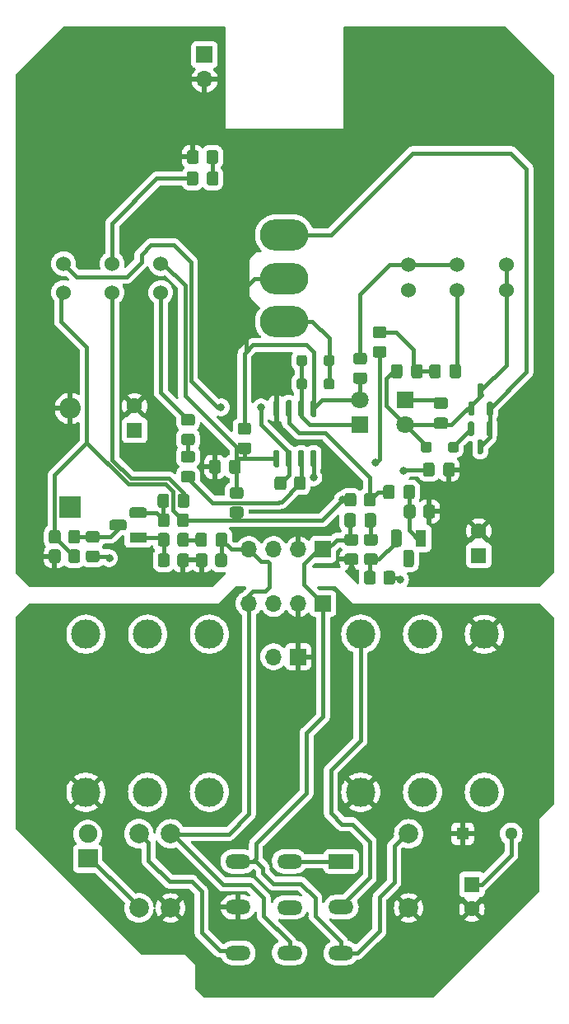
<source format=gtl>
G04 #@! TF.GenerationSoftware,KiCad,Pcbnew,7.0.5.1-1-g8f565ef7f0-dirty-deb11*
G04 #@! TF.CreationDate,2023-08-08T15:24:37+00:00*
G04 #@! TF.ProjectId,GreenBean,47726565-6e42-4656-916e-2e6b69636164,rev?*
G04 #@! TF.SameCoordinates,Original*
G04 #@! TF.FileFunction,Copper,L1,Top*
G04 #@! TF.FilePolarity,Positive*
%FSLAX46Y46*%
G04 Gerber Fmt 4.6, Leading zero omitted, Abs format (unit mm)*
G04 Created by KiCad (PCBNEW 7.0.5.1-1-g8f565ef7f0-dirty-deb11) date 2023-08-08 15:24:37*
%MOMM*%
%LPD*%
G01*
G04 APERTURE LIST*
G04 #@! TA.AperFunction,ComponentPad*
%ADD10R,2.600000X1.500000*%
G04 #@! TD*
G04 #@! TA.AperFunction,ComponentPad*
%ADD11O,2.600000X1.500000*%
G04 #@! TD*
G04 #@! TA.AperFunction,ComponentPad*
%ADD12C,3.000000*%
G04 #@! TD*
G04 #@! TA.AperFunction,ComponentPad*
%ADD13R,1.700000X1.700000*%
G04 #@! TD*
G04 #@! TA.AperFunction,ComponentPad*
%ADD14O,1.700000X1.700000*%
G04 #@! TD*
G04 #@! TA.AperFunction,ComponentPad*
%ADD15R,1.600000X1.600000*%
G04 #@! TD*
G04 #@! TA.AperFunction,ComponentPad*
%ADD16C,1.600000*%
G04 #@! TD*
G04 #@! TA.AperFunction,ComponentPad*
%ADD17R,2.000000X1.900000*%
G04 #@! TD*
G04 #@! TA.AperFunction,ComponentPad*
%ADD18C,1.900000*%
G04 #@! TD*
G04 #@! TA.AperFunction,ComponentPad*
%ADD19C,1.998980*%
G04 #@! TD*
G04 #@! TA.AperFunction,ComponentPad*
%ADD20R,1.300000X1.300000*%
G04 #@! TD*
G04 #@! TA.AperFunction,ComponentPad*
%ADD21C,1.300000*%
G04 #@! TD*
G04 #@! TA.AperFunction,ComponentPad*
%ADD22O,5.000000X3.200000*%
G04 #@! TD*
G04 #@! TA.AperFunction,ComponentPad*
%ADD23R,1.800000X1.800000*%
G04 #@! TD*
G04 #@! TA.AperFunction,ComponentPad*
%ADD24C,1.800000*%
G04 #@! TD*
G04 #@! TA.AperFunction,ComponentPad*
%ADD25R,1.100000X1.800000*%
G04 #@! TD*
G04 #@! TA.AperFunction,ComponentPad*
%ADD26R,1.800000X1.100000*%
G04 #@! TD*
G04 #@! TA.AperFunction,ComponentPad*
%ADD27R,2.200000X2.200000*%
G04 #@! TD*
G04 #@! TA.AperFunction,ComponentPad*
%ADD28O,2.200000X2.200000*%
G04 #@! TD*
G04 #@! TA.AperFunction,ComponentPad*
%ADD29C,1.524000*%
G04 #@! TD*
G04 #@! TA.AperFunction,ViaPad*
%ADD30C,0.800000*%
G04 #@! TD*
G04 #@! TA.AperFunction,Conductor*
%ADD31C,0.400000*%
G04 #@! TD*
G04 APERTURE END LIST*
D10*
X148550000Y-137825000D03*
D11*
X143250000Y-137825000D03*
X137950000Y-137825000D03*
X148550000Y-142525000D03*
X143250000Y-142550000D03*
X137950000Y-142525000D03*
X148550000Y-147225000D03*
X143250000Y-147225000D03*
X137950000Y-147225000D03*
D12*
X128660000Y-130730000D03*
X128660000Y-114500000D03*
X122310000Y-130730000D03*
X122310000Y-114500000D03*
X135010000Y-130730000D03*
X135010000Y-114500000D03*
D13*
X134510000Y-55000000D03*
D14*
X134510000Y-57540000D03*
D13*
X146700000Y-111350000D03*
D14*
X144160000Y-111350000D03*
X141620000Y-111350000D03*
X139080000Y-111350000D03*
D13*
X146700000Y-105800000D03*
D14*
X144160000Y-105800000D03*
X141620000Y-105800000D03*
X139080000Y-105800000D03*
D15*
X162000000Y-140200000D03*
D16*
X162000000Y-142700000D03*
D17*
X122500000Y-137540000D03*
D18*
X122500000Y-135000000D03*
D19*
X155500000Y-135000000D03*
X155500000Y-142620000D03*
X127760000Y-142600000D03*
X127760000Y-134980000D03*
X131010000Y-135000000D03*
X131010000Y-142620000D03*
D20*
X161050000Y-135000000D03*
D21*
X166050000Y-135000000D03*
D13*
X144140000Y-116810000D03*
D14*
X141600000Y-116810000D03*
D12*
X156925000Y-114500000D03*
X156925000Y-130730000D03*
X163275000Y-114500000D03*
X163275000Y-130730000D03*
X150575000Y-114500000D03*
X150575000Y-130730000D03*
G04 #@! TA.AperFunction,SMDPad,CuDef*
G36*
G01*
X141710000Y-99450000D02*
X141710000Y-98550000D01*
G75*
G02*
X141960000Y-98300000I250000J0D01*
G01*
X142660000Y-98300000D01*
G75*
G02*
X142910000Y-98550000I0J-250000D01*
G01*
X142910000Y-99450000D01*
G75*
G02*
X142660000Y-99700000I-250000J0D01*
G01*
X141960000Y-99700000D01*
G75*
G02*
X141710000Y-99450000I0J250000D01*
G01*
G37*
G04 #@! TD.AperFunction*
G04 #@! TA.AperFunction,SMDPad,CuDef*
G36*
G01*
X143710000Y-99450000D02*
X143710000Y-98550000D01*
G75*
G02*
X143960000Y-98300000I250000J0D01*
G01*
X144660000Y-98300000D01*
G75*
G02*
X144910000Y-98550000I0J-250000D01*
G01*
X144910000Y-99450000D01*
G75*
G02*
X144660000Y-99700000I-250000J0D01*
G01*
X143960000Y-99700000D01*
G75*
G02*
X143710000Y-99450000I0J250000D01*
G01*
G37*
G04 #@! TD.AperFunction*
D22*
X142710000Y-82400000D03*
X142710000Y-77950000D03*
X142710000Y-73500000D03*
D23*
X150510000Y-92975000D03*
D24*
X150510000Y-90435000D03*
G04 #@! TA.AperFunction,SMDPad,CuDef*
G36*
G01*
X132910000Y-106450000D02*
X132910000Y-107350000D01*
G75*
G02*
X132660000Y-107600000I-250000J0D01*
G01*
X131960000Y-107600000D01*
G75*
G02*
X131710000Y-107350000I0J250000D01*
G01*
X131710000Y-106450000D01*
G75*
G02*
X131960000Y-106200000I250000J0D01*
G01*
X132660000Y-106200000D01*
G75*
G02*
X132910000Y-106450000I0J-250000D01*
G01*
G37*
G04 #@! TD.AperFunction*
G04 #@! TA.AperFunction,SMDPad,CuDef*
G36*
G01*
X130910000Y-106450000D02*
X130910000Y-107350000D01*
G75*
G02*
X130660000Y-107600000I-250000J0D01*
G01*
X129960000Y-107600000D01*
G75*
G02*
X129710000Y-107350000I0J250000D01*
G01*
X129710000Y-106450000D01*
G75*
G02*
X129960000Y-106200000I250000J0D01*
G01*
X130660000Y-106200000D01*
G75*
G02*
X130910000Y-106450000I0J-250000D01*
G01*
G37*
G04 #@! TD.AperFunction*
D23*
X155110000Y-90425000D03*
D24*
X155110000Y-92965000D03*
G04 #@! TA.AperFunction,SMDPad,CuDef*
G36*
G01*
X137360000Y-99400000D02*
X138260000Y-99400000D01*
G75*
G02*
X138510000Y-99650000I0J-250000D01*
G01*
X138510000Y-100350000D01*
G75*
G02*
X138260000Y-100600000I-250000J0D01*
G01*
X137360000Y-100600000D01*
G75*
G02*
X137110000Y-100350000I0J250000D01*
G01*
X137110000Y-99650000D01*
G75*
G02*
X137360000Y-99400000I250000J0D01*
G01*
G37*
G04 #@! TD.AperFunction*
G04 #@! TA.AperFunction,SMDPad,CuDef*
G36*
G01*
X137360000Y-101400000D02*
X138260000Y-101400000D01*
G75*
G02*
X138510000Y-101650000I0J-250000D01*
G01*
X138510000Y-102350000D01*
G75*
G02*
X138260000Y-102600000I-250000J0D01*
G01*
X137360000Y-102600000D01*
G75*
G02*
X137110000Y-102350000I0J250000D01*
G01*
X137110000Y-101650000D01*
G75*
G02*
X137360000Y-101400000I250000J0D01*
G01*
G37*
G04 #@! TD.AperFunction*
G04 #@! TA.AperFunction,SMDPad,CuDef*
G36*
G01*
X134985000Y-97775000D02*
X134985000Y-96825000D01*
G75*
G02*
X135235000Y-96575000I250000J0D01*
G01*
X135910000Y-96575000D01*
G75*
G02*
X136160000Y-96825000I0J-250000D01*
G01*
X136160000Y-97775000D01*
G75*
G02*
X135910000Y-98025000I-250000J0D01*
G01*
X135235000Y-98025000D01*
G75*
G02*
X134985000Y-97775000I0J250000D01*
G01*
G37*
G04 #@! TD.AperFunction*
G04 #@! TA.AperFunction,SMDPad,CuDef*
G36*
G01*
X137060000Y-97775000D02*
X137060000Y-96825000D01*
G75*
G02*
X137310000Y-96575000I250000J0D01*
G01*
X137985000Y-96575000D01*
G75*
G02*
X138235000Y-96825000I0J-250000D01*
G01*
X138235000Y-97775000D01*
G75*
G02*
X137985000Y-98025000I-250000J0D01*
G01*
X137310000Y-98025000D01*
G75*
G02*
X137060000Y-97775000I0J250000D01*
G01*
G37*
G04 #@! TD.AperFunction*
G04 #@! TA.AperFunction,SMDPad,CuDef*
G36*
G01*
X133610000Y-107350000D02*
X133610000Y-106450000D01*
G75*
G02*
X133860000Y-106200000I250000J0D01*
G01*
X134560000Y-106200000D01*
G75*
G02*
X134810000Y-106450000I0J-250000D01*
G01*
X134810000Y-107350000D01*
G75*
G02*
X134560000Y-107600000I-250000J0D01*
G01*
X133860000Y-107600000D01*
G75*
G02*
X133610000Y-107350000I0J250000D01*
G01*
G37*
G04 #@! TD.AperFunction*
G04 #@! TA.AperFunction,SMDPad,CuDef*
G36*
G01*
X135610000Y-107350000D02*
X135610000Y-106450000D01*
G75*
G02*
X135860000Y-106200000I250000J0D01*
G01*
X136560000Y-106200000D01*
G75*
G02*
X136810000Y-106450000I0J-250000D01*
G01*
X136810000Y-107350000D01*
G75*
G02*
X136560000Y-107600000I-250000J0D01*
G01*
X135860000Y-107600000D01*
G75*
G02*
X135610000Y-107350000I0J250000D01*
G01*
G37*
G04 #@! TD.AperFunction*
G04 #@! TA.AperFunction,SMDPad,CuDef*
G36*
G01*
X145565000Y-90450000D02*
X145865000Y-90450000D01*
G75*
G02*
X146015000Y-90600000I0J-150000D01*
G01*
X146015000Y-92050000D01*
G75*
G02*
X145865000Y-92200000I-150000J0D01*
G01*
X145565000Y-92200000D01*
G75*
G02*
X145415000Y-92050000I0J150000D01*
G01*
X145415000Y-90600000D01*
G75*
G02*
X145565000Y-90450000I150000J0D01*
G01*
G37*
G04 #@! TD.AperFunction*
G04 #@! TA.AperFunction,SMDPad,CuDef*
G36*
G01*
X144295000Y-90450000D02*
X144595000Y-90450000D01*
G75*
G02*
X144745000Y-90600000I0J-150000D01*
G01*
X144745000Y-92050000D01*
G75*
G02*
X144595000Y-92200000I-150000J0D01*
G01*
X144295000Y-92200000D01*
G75*
G02*
X144145000Y-92050000I0J150000D01*
G01*
X144145000Y-90600000D01*
G75*
G02*
X144295000Y-90450000I150000J0D01*
G01*
G37*
G04 #@! TD.AperFunction*
G04 #@! TA.AperFunction,SMDPad,CuDef*
G36*
G01*
X143025000Y-90450000D02*
X143325000Y-90450000D01*
G75*
G02*
X143475000Y-90600000I0J-150000D01*
G01*
X143475000Y-92050000D01*
G75*
G02*
X143325000Y-92200000I-150000J0D01*
G01*
X143025000Y-92200000D01*
G75*
G02*
X142875000Y-92050000I0J150000D01*
G01*
X142875000Y-90600000D01*
G75*
G02*
X143025000Y-90450000I150000J0D01*
G01*
G37*
G04 #@! TD.AperFunction*
G04 #@! TA.AperFunction,SMDPad,CuDef*
G36*
G01*
X141755000Y-90450000D02*
X142055000Y-90450000D01*
G75*
G02*
X142205000Y-90600000I0J-150000D01*
G01*
X142205000Y-92050000D01*
G75*
G02*
X142055000Y-92200000I-150000J0D01*
G01*
X141755000Y-92200000D01*
G75*
G02*
X141605000Y-92050000I0J150000D01*
G01*
X141605000Y-90600000D01*
G75*
G02*
X141755000Y-90450000I150000J0D01*
G01*
G37*
G04 #@! TD.AperFunction*
G04 #@! TA.AperFunction,SMDPad,CuDef*
G36*
G01*
X141755000Y-95600000D02*
X142055000Y-95600000D01*
G75*
G02*
X142205000Y-95750000I0J-150000D01*
G01*
X142205000Y-97200000D01*
G75*
G02*
X142055000Y-97350000I-150000J0D01*
G01*
X141755000Y-97350000D01*
G75*
G02*
X141605000Y-97200000I0J150000D01*
G01*
X141605000Y-95750000D01*
G75*
G02*
X141755000Y-95600000I150000J0D01*
G01*
G37*
G04 #@! TD.AperFunction*
G04 #@! TA.AperFunction,SMDPad,CuDef*
G36*
G01*
X143025000Y-95600000D02*
X143325000Y-95600000D01*
G75*
G02*
X143475000Y-95750000I0J-150000D01*
G01*
X143475000Y-97200000D01*
G75*
G02*
X143325000Y-97350000I-150000J0D01*
G01*
X143025000Y-97350000D01*
G75*
G02*
X142875000Y-97200000I0J150000D01*
G01*
X142875000Y-95750000D01*
G75*
G02*
X143025000Y-95600000I150000J0D01*
G01*
G37*
G04 #@! TD.AperFunction*
G04 #@! TA.AperFunction,SMDPad,CuDef*
G36*
G01*
X144295000Y-95600000D02*
X144595000Y-95600000D01*
G75*
G02*
X144745000Y-95750000I0J-150000D01*
G01*
X144745000Y-97200000D01*
G75*
G02*
X144595000Y-97350000I-150000J0D01*
G01*
X144295000Y-97350000D01*
G75*
G02*
X144145000Y-97200000I0J150000D01*
G01*
X144145000Y-95750000D01*
G75*
G02*
X144295000Y-95600000I150000J0D01*
G01*
G37*
G04 #@! TD.AperFunction*
G04 #@! TA.AperFunction,SMDPad,CuDef*
G36*
G01*
X145565000Y-95600000D02*
X145865000Y-95600000D01*
G75*
G02*
X146015000Y-95750000I0J-150000D01*
G01*
X146015000Y-97200000D01*
G75*
G02*
X145865000Y-97350000I-150000J0D01*
G01*
X145565000Y-97350000D01*
G75*
G02*
X145415000Y-97200000I0J150000D01*
G01*
X145415000Y-95750000D01*
G75*
G02*
X145565000Y-95600000I150000J0D01*
G01*
G37*
G04 #@! TD.AperFunction*
G04 #@! TA.AperFunction,SMDPad,CuDef*
G36*
G01*
X122560000Y-103900000D02*
X123460000Y-103900000D01*
G75*
G02*
X123710000Y-104150000I0J-250000D01*
G01*
X123710000Y-104850000D01*
G75*
G02*
X123460000Y-105100000I-250000J0D01*
G01*
X122560000Y-105100000D01*
G75*
G02*
X122310000Y-104850000I0J250000D01*
G01*
X122310000Y-104150000D01*
G75*
G02*
X122560000Y-103900000I250000J0D01*
G01*
G37*
G04 #@! TD.AperFunction*
G04 #@! TA.AperFunction,SMDPad,CuDef*
G36*
G01*
X122560000Y-105900000D02*
X123460000Y-105900000D01*
G75*
G02*
X123710000Y-106150000I0J-250000D01*
G01*
X123710000Y-106850000D01*
G75*
G02*
X123460000Y-107100000I-250000J0D01*
G01*
X122560000Y-107100000D01*
G75*
G02*
X122310000Y-106850000I0J250000D01*
G01*
X122310000Y-106150000D01*
G75*
G02*
X122560000Y-105900000I250000J0D01*
G01*
G37*
G04 #@! TD.AperFunction*
G04 #@! TA.AperFunction,SMDPad,CuDef*
G36*
G01*
X143960000Y-89100000D02*
X143960000Y-88500000D01*
G75*
G02*
X144210000Y-88250000I250000J0D01*
G01*
X144810000Y-88250000D01*
G75*
G02*
X145060000Y-88500000I0J-250000D01*
G01*
X145060000Y-89100000D01*
G75*
G02*
X144810000Y-89350000I-250000J0D01*
G01*
X144210000Y-89350000D01*
G75*
G02*
X143960000Y-89100000I0J250000D01*
G01*
G37*
G04 #@! TD.AperFunction*
G04 #@! TA.AperFunction,SMDPad,CuDef*
G36*
G01*
X146760000Y-89100000D02*
X146760000Y-88500000D01*
G75*
G02*
X147010000Y-88250000I250000J0D01*
G01*
X147610000Y-88250000D01*
G75*
G02*
X147860000Y-88500000I0J-250000D01*
G01*
X147860000Y-89100000D01*
G75*
G02*
X147610000Y-89350000I-250000J0D01*
G01*
X147010000Y-89350000D01*
G75*
G02*
X146760000Y-89100000I0J250000D01*
G01*
G37*
G04 #@! TD.AperFunction*
G04 #@! TA.AperFunction,SMDPad,CuDef*
G36*
G01*
X156135000Y-99425000D02*
X156135000Y-100375000D01*
G75*
G02*
X155885000Y-100625000I-250000J0D01*
G01*
X155210000Y-100625000D01*
G75*
G02*
X154960000Y-100375000I0J250000D01*
G01*
X154960000Y-99425000D01*
G75*
G02*
X155210000Y-99175000I250000J0D01*
G01*
X155885000Y-99175000D01*
G75*
G02*
X156135000Y-99425000I0J-250000D01*
G01*
G37*
G04 #@! TD.AperFunction*
G04 #@! TA.AperFunction,SMDPad,CuDef*
G36*
G01*
X154060000Y-99425000D02*
X154060000Y-100375000D01*
G75*
G02*
X153810000Y-100625000I-250000J0D01*
G01*
X153135000Y-100625000D01*
G75*
G02*
X152885000Y-100375000I0J250000D01*
G01*
X152885000Y-99425000D01*
G75*
G02*
X153135000Y-99175000I250000J0D01*
G01*
X153810000Y-99175000D01*
G75*
G02*
X154060000Y-99425000I0J-250000D01*
G01*
G37*
G04 #@! TD.AperFunction*
G04 #@! TA.AperFunction,SMDPad,CuDef*
G36*
G01*
X147860000Y-86100000D02*
X147860000Y-86700000D01*
G75*
G02*
X147610000Y-86950000I-250000J0D01*
G01*
X147010000Y-86950000D01*
G75*
G02*
X146760000Y-86700000I0J250000D01*
G01*
X146760000Y-86100000D01*
G75*
G02*
X147010000Y-85850000I250000J0D01*
G01*
X147610000Y-85850000D01*
G75*
G02*
X147860000Y-86100000I0J-250000D01*
G01*
G37*
G04 #@! TD.AperFunction*
G04 #@! TA.AperFunction,SMDPad,CuDef*
G36*
G01*
X145060000Y-86100000D02*
X145060000Y-86700000D01*
G75*
G02*
X144810000Y-86950000I-250000J0D01*
G01*
X144210000Y-86950000D01*
G75*
G02*
X143960000Y-86700000I0J250000D01*
G01*
X143960000Y-86100000D01*
G75*
G02*
X144210000Y-85850000I250000J0D01*
G01*
X144810000Y-85850000D01*
G75*
G02*
X145060000Y-86100000I0J-250000D01*
G01*
G37*
G04 #@! TD.AperFunction*
D15*
X127310000Y-93552651D03*
D16*
X127310000Y-91052651D03*
G04 #@! TA.AperFunction,SMDPad,CuDef*
G36*
G01*
X156935000Y-87025000D02*
X156935000Y-87975000D01*
G75*
G02*
X156685000Y-88225000I-250000J0D01*
G01*
X156010000Y-88225000D01*
G75*
G02*
X155760000Y-87975000I0J250000D01*
G01*
X155760000Y-87025000D01*
G75*
G02*
X156010000Y-86775000I250000J0D01*
G01*
X156685000Y-86775000D01*
G75*
G02*
X156935000Y-87025000I0J-250000D01*
G01*
G37*
G04 #@! TD.AperFunction*
G04 #@! TA.AperFunction,SMDPad,CuDef*
G36*
G01*
X154860000Y-87025000D02*
X154860000Y-87975000D01*
G75*
G02*
X154610000Y-88225000I-250000J0D01*
G01*
X153935000Y-88225000D01*
G75*
G02*
X153685000Y-87975000I0J250000D01*
G01*
X153685000Y-87025000D01*
G75*
G02*
X153935000Y-86775000I250000J0D01*
G01*
X154610000Y-86775000D01*
G75*
G02*
X154860000Y-87025000I0J-250000D01*
G01*
G37*
G04 #@! TD.AperFunction*
G04 #@! TA.AperFunction,SMDPad,CuDef*
G36*
G01*
X158210000Y-101450000D02*
X158210000Y-102350000D01*
G75*
G02*
X157960000Y-102600000I-250000J0D01*
G01*
X157260000Y-102600000D01*
G75*
G02*
X157010000Y-102350000I0J250000D01*
G01*
X157010000Y-101450000D01*
G75*
G02*
X157260000Y-101200000I250000J0D01*
G01*
X157960000Y-101200000D01*
G75*
G02*
X158210000Y-101450000I0J-250000D01*
G01*
G37*
G04 #@! TD.AperFunction*
G04 #@! TA.AperFunction,SMDPad,CuDef*
G36*
G01*
X156210000Y-101450000D02*
X156210000Y-102350000D01*
G75*
G02*
X155960000Y-102600000I-250000J0D01*
G01*
X155260000Y-102600000D01*
G75*
G02*
X155010000Y-102350000I0J250000D01*
G01*
X155010000Y-101450000D01*
G75*
G02*
X155260000Y-101200000I250000J0D01*
G01*
X155960000Y-101200000D01*
G75*
G02*
X156210000Y-101450000I0J-250000D01*
G01*
G37*
G04 #@! TD.AperFunction*
G04 #@! TA.AperFunction,SMDPad,CuDef*
G36*
G01*
X148885000Y-103275000D02*
X148885000Y-102325000D01*
G75*
G02*
X149135000Y-102075000I250000J0D01*
G01*
X149810000Y-102075000D01*
G75*
G02*
X150060000Y-102325000I0J-250000D01*
G01*
X150060000Y-103275000D01*
G75*
G02*
X149810000Y-103525000I-250000J0D01*
G01*
X149135000Y-103525000D01*
G75*
G02*
X148885000Y-103275000I0J250000D01*
G01*
G37*
G04 #@! TD.AperFunction*
G04 #@! TA.AperFunction,SMDPad,CuDef*
G36*
G01*
X150960000Y-103275000D02*
X150960000Y-102325000D01*
G75*
G02*
X151210000Y-102075000I250000J0D01*
G01*
X151885000Y-102075000D01*
G75*
G02*
X152135000Y-102325000I0J-250000D01*
G01*
X152135000Y-103275000D01*
G75*
G02*
X151885000Y-103525000I-250000J0D01*
G01*
X151210000Y-103525000D01*
G75*
G02*
X150960000Y-103275000I0J250000D01*
G01*
G37*
G04 #@! TD.AperFunction*
G04 #@! TA.AperFunction,SMDPad,CuDef*
G36*
G01*
X138160000Y-92800000D02*
X139060000Y-92800000D01*
G75*
G02*
X139310000Y-93050000I0J-250000D01*
G01*
X139310000Y-93750000D01*
G75*
G02*
X139060000Y-94000000I-250000J0D01*
G01*
X138160000Y-94000000D01*
G75*
G02*
X137910000Y-93750000I0J250000D01*
G01*
X137910000Y-93050000D01*
G75*
G02*
X138160000Y-92800000I250000J0D01*
G01*
G37*
G04 #@! TD.AperFunction*
G04 #@! TA.AperFunction,SMDPad,CuDef*
G36*
G01*
X138160000Y-94800000D02*
X139060000Y-94800000D01*
G75*
G02*
X139310000Y-95050000I0J-250000D01*
G01*
X139310000Y-95750000D01*
G75*
G02*
X139060000Y-96000000I-250000J0D01*
G01*
X138160000Y-96000000D01*
G75*
G02*
X137910000Y-95750000I0J250000D01*
G01*
X137910000Y-95050000D01*
G75*
G02*
X138160000Y-94800000I250000J0D01*
G01*
G37*
G04 #@! TD.AperFunction*
G04 #@! TA.AperFunction,SMDPad,CuDef*
G36*
G01*
X132710000Y-65950000D02*
X132710000Y-65050000D01*
G75*
G02*
X132960000Y-64800000I250000J0D01*
G01*
X133660000Y-64800000D01*
G75*
G02*
X133910000Y-65050000I0J-250000D01*
G01*
X133910000Y-65950000D01*
G75*
G02*
X133660000Y-66200000I-250000J0D01*
G01*
X132960000Y-66200000D01*
G75*
G02*
X132710000Y-65950000I0J250000D01*
G01*
G37*
G04 #@! TD.AperFunction*
G04 #@! TA.AperFunction,SMDPad,CuDef*
G36*
G01*
X134710000Y-65950000D02*
X134710000Y-65050000D01*
G75*
G02*
X134960000Y-64800000I250000J0D01*
G01*
X135660000Y-64800000D01*
G75*
G02*
X135910000Y-65050000I0J-250000D01*
G01*
X135910000Y-65950000D01*
G75*
G02*
X135660000Y-66200000I-250000J0D01*
G01*
X134960000Y-66200000D01*
G75*
G02*
X134710000Y-65950000I0J250000D01*
G01*
G37*
G04 #@! TD.AperFunction*
G04 #@! TA.AperFunction,SMDPad,CuDef*
G36*
G01*
X160235000Y-97125000D02*
X160235000Y-98075000D01*
G75*
G02*
X159985000Y-98325000I-250000J0D01*
G01*
X159310000Y-98325000D01*
G75*
G02*
X159060000Y-98075000I0J250000D01*
G01*
X159060000Y-97125000D01*
G75*
G02*
X159310000Y-96875000I250000J0D01*
G01*
X159985000Y-96875000D01*
G75*
G02*
X160235000Y-97125000I0J-250000D01*
G01*
G37*
G04 #@! TD.AperFunction*
G04 #@! TA.AperFunction,SMDPad,CuDef*
G36*
G01*
X158160000Y-97125000D02*
X158160000Y-98075000D01*
G75*
G02*
X157910000Y-98325000I-250000J0D01*
G01*
X157235000Y-98325000D01*
G75*
G02*
X156985000Y-98075000I0J250000D01*
G01*
X156985000Y-97125000D01*
G75*
G02*
X157235000Y-96875000I250000J0D01*
G01*
X157910000Y-96875000D01*
G75*
G02*
X158160000Y-97125000I0J-250000D01*
G01*
G37*
G04 #@! TD.AperFunction*
G04 #@! TA.AperFunction,SMDPad,CuDef*
G36*
G01*
X152060000Y-107400000D02*
X151160000Y-107400000D01*
G75*
G02*
X150910000Y-107150000I0J250000D01*
G01*
X150910000Y-106450000D01*
G75*
G02*
X151160000Y-106200000I250000J0D01*
G01*
X152060000Y-106200000D01*
G75*
G02*
X152310000Y-106450000I0J-250000D01*
G01*
X152310000Y-107150000D01*
G75*
G02*
X152060000Y-107400000I-250000J0D01*
G01*
G37*
G04 #@! TD.AperFunction*
G04 #@! TA.AperFunction,SMDPad,CuDef*
G36*
G01*
X152060000Y-105400000D02*
X151160000Y-105400000D01*
G75*
G02*
X150910000Y-105150000I0J250000D01*
G01*
X150910000Y-104450000D01*
G75*
G02*
X151160000Y-104200000I250000J0D01*
G01*
X152060000Y-104200000D01*
G75*
G02*
X152310000Y-104450000I0J-250000D01*
G01*
X152310000Y-105150000D01*
G75*
G02*
X152060000Y-105400000I-250000J0D01*
G01*
G37*
G04 #@! TD.AperFunction*
G04 #@! TA.AperFunction,SMDPad,CuDef*
G36*
G01*
X135935000Y-67225000D02*
X135935000Y-68175000D01*
G75*
G02*
X135685000Y-68425000I-250000J0D01*
G01*
X135010000Y-68425000D01*
G75*
G02*
X134760000Y-68175000I0J250000D01*
G01*
X134760000Y-67225000D01*
G75*
G02*
X135010000Y-66975000I250000J0D01*
G01*
X135685000Y-66975000D01*
G75*
G02*
X135935000Y-67225000I0J-250000D01*
G01*
G37*
G04 #@! TD.AperFunction*
G04 #@! TA.AperFunction,SMDPad,CuDef*
G36*
G01*
X133860000Y-67225000D02*
X133860000Y-68175000D01*
G75*
G02*
X133610000Y-68425000I-250000J0D01*
G01*
X132935000Y-68425000D01*
G75*
G02*
X132685000Y-68175000I0J250000D01*
G01*
X132685000Y-67225000D01*
G75*
G02*
X132935000Y-66975000I250000J0D01*
G01*
X133610000Y-66975000D01*
G75*
G02*
X133860000Y-67225000I0J-250000D01*
G01*
G37*
G04 #@! TD.AperFunction*
G04 #@! TA.AperFunction,SMDPad,CuDef*
G36*
G01*
X152110000Y-100250000D02*
X152110000Y-101150000D01*
G75*
G02*
X151860000Y-101400000I-250000J0D01*
G01*
X151160000Y-101400000D01*
G75*
G02*
X150910000Y-101150000I0J250000D01*
G01*
X150910000Y-100250000D01*
G75*
G02*
X151160000Y-100000000I250000J0D01*
G01*
X151860000Y-100000000D01*
G75*
G02*
X152110000Y-100250000I0J-250000D01*
G01*
G37*
G04 #@! TD.AperFunction*
G04 #@! TA.AperFunction,SMDPad,CuDef*
G36*
G01*
X150110000Y-100250000D02*
X150110000Y-101150000D01*
G75*
G02*
X149860000Y-101400000I-250000J0D01*
G01*
X149160000Y-101400000D01*
G75*
G02*
X148910000Y-101150000I0J250000D01*
G01*
X148910000Y-100250000D01*
G75*
G02*
X149160000Y-100000000I250000J0D01*
G01*
X149860000Y-100000000D01*
G75*
G02*
X150110000Y-100250000I0J-250000D01*
G01*
G37*
G04 #@! TD.AperFunction*
D25*
X156760000Y-104650000D03*
G04 #@! TA.AperFunction,ComponentPad*
G36*
G01*
X156040000Y-106095000D02*
X156040000Y-107345000D01*
G75*
G02*
X155765000Y-107620000I-275000J0D01*
G01*
X155215000Y-107620000D01*
G75*
G02*
X154940000Y-107345000I0J275000D01*
G01*
X154940000Y-106095000D01*
G75*
G02*
X155215000Y-105820000I275000J0D01*
G01*
X155765000Y-105820000D01*
G75*
G02*
X156040000Y-106095000I0J-275000D01*
G01*
G37*
G04 #@! TD.AperFunction*
G04 #@! TA.AperFunction,ComponentPad*
G36*
G01*
X154770000Y-104025000D02*
X154770000Y-105275000D01*
G75*
G02*
X154495000Y-105550000I-275000J0D01*
G01*
X153945000Y-105550000D01*
G75*
G02*
X153670000Y-105275000I0J275000D01*
G01*
X153670000Y-104025000D01*
G75*
G02*
X153945000Y-103750000I275000J0D01*
G01*
X154495000Y-103750000D01*
G75*
G02*
X154770000Y-104025000I0J-275000D01*
G01*
G37*
G04 #@! TD.AperFunction*
G04 #@! TA.AperFunction,SMDPad,CuDef*
G36*
G01*
X150910000Y-109150000D02*
X150910000Y-108250000D01*
G75*
G02*
X151160000Y-108000000I250000J0D01*
G01*
X151860000Y-108000000D01*
G75*
G02*
X152110000Y-108250000I0J-250000D01*
G01*
X152110000Y-109150000D01*
G75*
G02*
X151860000Y-109400000I-250000J0D01*
G01*
X151160000Y-109400000D01*
G75*
G02*
X150910000Y-109150000I0J250000D01*
G01*
G37*
G04 #@! TD.AperFunction*
G04 #@! TA.AperFunction,SMDPad,CuDef*
G36*
G01*
X152910000Y-109150000D02*
X152910000Y-108250000D01*
G75*
G02*
X153160000Y-108000000I250000J0D01*
G01*
X153860000Y-108000000D01*
G75*
G02*
X154110000Y-108250000I0J-250000D01*
G01*
X154110000Y-109150000D01*
G75*
G02*
X153860000Y-109400000I-250000J0D01*
G01*
X153160000Y-109400000D01*
G75*
G02*
X152910000Y-109150000I0J250000D01*
G01*
G37*
G04 #@! TD.AperFunction*
G04 #@! TA.AperFunction,SMDPad,CuDef*
G36*
G01*
X118510000Y-104950000D02*
X118510000Y-104050000D01*
G75*
G02*
X118760000Y-103800000I250000J0D01*
G01*
X119460000Y-103800000D01*
G75*
G02*
X119710000Y-104050000I0J-250000D01*
G01*
X119710000Y-104950000D01*
G75*
G02*
X119460000Y-105200000I-250000J0D01*
G01*
X118760000Y-105200000D01*
G75*
G02*
X118510000Y-104950000I0J250000D01*
G01*
G37*
G04 #@! TD.AperFunction*
G04 #@! TA.AperFunction,SMDPad,CuDef*
G36*
G01*
X120510000Y-104950000D02*
X120510000Y-104050000D01*
G75*
G02*
X120760000Y-103800000I250000J0D01*
G01*
X121460000Y-103800000D01*
G75*
G02*
X121710000Y-104050000I0J-250000D01*
G01*
X121710000Y-104950000D01*
G75*
G02*
X121460000Y-105200000I-250000J0D01*
G01*
X120760000Y-105200000D01*
G75*
G02*
X120510000Y-104950000I0J250000D01*
G01*
G37*
G04 #@! TD.AperFunction*
D15*
X162710000Y-106400000D03*
D16*
X162710000Y-103900000D03*
G04 #@! TA.AperFunction,SMDPad,CuDef*
G36*
G01*
X129710000Y-103250000D02*
X129710000Y-102350000D01*
G75*
G02*
X129960000Y-102100000I250000J0D01*
G01*
X130660000Y-102100000D01*
G75*
G02*
X130910000Y-102350000I0J-250000D01*
G01*
X130910000Y-103250000D01*
G75*
G02*
X130660000Y-103500000I-250000J0D01*
G01*
X129960000Y-103500000D01*
G75*
G02*
X129710000Y-103250000I0J250000D01*
G01*
G37*
G04 #@! TD.AperFunction*
G04 #@! TA.AperFunction,SMDPad,CuDef*
G36*
G01*
X131710000Y-103250000D02*
X131710000Y-102350000D01*
G75*
G02*
X131960000Y-102100000I250000J0D01*
G01*
X132660000Y-102100000D01*
G75*
G02*
X132910000Y-102350000I0J-250000D01*
G01*
X132910000Y-103250000D01*
G75*
G02*
X132660000Y-103500000I-250000J0D01*
G01*
X131960000Y-103500000D01*
G75*
G02*
X131710000Y-103250000I0J250000D01*
G01*
G37*
G04 #@! TD.AperFunction*
G04 #@! TA.AperFunction,SMDPad,CuDef*
G36*
G01*
X133285000Y-98925000D02*
X132335000Y-98925000D01*
G75*
G02*
X132085000Y-98675000I0J250000D01*
G01*
X132085000Y-98000000D01*
G75*
G02*
X132335000Y-97750000I250000J0D01*
G01*
X133285000Y-97750000D01*
G75*
G02*
X133535000Y-98000000I0J-250000D01*
G01*
X133535000Y-98675000D01*
G75*
G02*
X133285000Y-98925000I-250000J0D01*
G01*
G37*
G04 #@! TD.AperFunction*
G04 #@! TA.AperFunction,SMDPad,CuDef*
G36*
G01*
X133285000Y-96850000D02*
X132335000Y-96850000D01*
G75*
G02*
X132085000Y-96600000I0J250000D01*
G01*
X132085000Y-95925000D01*
G75*
G02*
X132335000Y-95675000I250000J0D01*
G01*
X133285000Y-95675000D01*
G75*
G02*
X133535000Y-95925000I0J-250000D01*
G01*
X133535000Y-96600000D01*
G75*
G02*
X133285000Y-96850000I-250000J0D01*
G01*
G37*
G04 #@! TD.AperFunction*
G04 #@! TA.AperFunction,SMDPad,CuDef*
G36*
G01*
X132935000Y-100325000D02*
X132935000Y-101275000D01*
G75*
G02*
X132685000Y-101525000I-250000J0D01*
G01*
X132010000Y-101525000D01*
G75*
G02*
X131760000Y-101275000I0J250000D01*
G01*
X131760000Y-100325000D01*
G75*
G02*
X132010000Y-100075000I250000J0D01*
G01*
X132685000Y-100075000D01*
G75*
G02*
X132935000Y-100325000I0J-250000D01*
G01*
G37*
G04 #@! TD.AperFunction*
G04 #@! TA.AperFunction,SMDPad,CuDef*
G36*
G01*
X130860000Y-100325000D02*
X130860000Y-101275000D01*
G75*
G02*
X130610000Y-101525000I-250000J0D01*
G01*
X129935000Y-101525000D01*
G75*
G02*
X129685000Y-101275000I0J250000D01*
G01*
X129685000Y-100325000D01*
G75*
G02*
X129935000Y-100075000I250000J0D01*
G01*
X130610000Y-100075000D01*
G75*
G02*
X130860000Y-100325000I0J-250000D01*
G01*
G37*
G04 #@! TD.AperFunction*
G04 #@! TA.AperFunction,SMDPad,CuDef*
G36*
G01*
X157622500Y-87975000D02*
X157622500Y-87025000D01*
G75*
G02*
X157872500Y-86775000I250000J0D01*
G01*
X158547500Y-86775000D01*
G75*
G02*
X158797500Y-87025000I0J-250000D01*
G01*
X158797500Y-87975000D01*
G75*
G02*
X158547500Y-88225000I-250000J0D01*
G01*
X157872500Y-88225000D01*
G75*
G02*
X157622500Y-87975000I0J250000D01*
G01*
G37*
G04 #@! TD.AperFunction*
G04 #@! TA.AperFunction,SMDPad,CuDef*
G36*
G01*
X159697500Y-87975000D02*
X159697500Y-87025000D01*
G75*
G02*
X159947500Y-86775000I250000J0D01*
G01*
X160622500Y-86775000D01*
G75*
G02*
X160872500Y-87025000I0J-250000D01*
G01*
X160872500Y-87975000D01*
G75*
G02*
X160622500Y-88225000I-250000J0D01*
G01*
X159947500Y-88225000D01*
G75*
G02*
X159697500Y-87975000I0J250000D01*
G01*
G37*
G04 #@! TD.AperFunction*
G04 #@! TA.AperFunction,SMDPad,CuDef*
G36*
G01*
X129710000Y-105250000D02*
X129710000Y-104350000D01*
G75*
G02*
X129960000Y-104100000I250000J0D01*
G01*
X130660000Y-104100000D01*
G75*
G02*
X130910000Y-104350000I0J-250000D01*
G01*
X130910000Y-105250000D01*
G75*
G02*
X130660000Y-105500000I-250000J0D01*
G01*
X129960000Y-105500000D01*
G75*
G02*
X129710000Y-105250000I0J250000D01*
G01*
G37*
G04 #@! TD.AperFunction*
G04 #@! TA.AperFunction,SMDPad,CuDef*
G36*
G01*
X131710000Y-105250000D02*
X131710000Y-104350000D01*
G75*
G02*
X131960000Y-104100000I250000J0D01*
G01*
X132660000Y-104100000D01*
G75*
G02*
X132910000Y-104350000I0J-250000D01*
G01*
X132910000Y-105250000D01*
G75*
G02*
X132660000Y-105500000I-250000J0D01*
G01*
X131960000Y-105500000D01*
G75*
G02*
X131710000Y-105250000I0J250000D01*
G01*
G37*
G04 #@! TD.AperFunction*
D26*
X127680000Y-104570000D03*
G04 #@! TA.AperFunction,ComponentPad*
G36*
G01*
X126235000Y-103850000D02*
X124985000Y-103850000D01*
G75*
G02*
X124710000Y-103575000I0J275000D01*
G01*
X124710000Y-103025000D01*
G75*
G02*
X124985000Y-102750000I275000J0D01*
G01*
X126235000Y-102750000D01*
G75*
G02*
X126510000Y-103025000I0J-275000D01*
G01*
X126510000Y-103575000D01*
G75*
G02*
X126235000Y-103850000I-275000J0D01*
G01*
G37*
G04 #@! TD.AperFunction*
G04 #@! TA.AperFunction,ComponentPad*
G36*
G01*
X128305000Y-102580000D02*
X127055000Y-102580000D01*
G75*
G02*
X126780000Y-102305000I0J275000D01*
G01*
X126780000Y-101755000D01*
G75*
G02*
X127055000Y-101480000I275000J0D01*
G01*
X128305000Y-101480000D01*
G75*
G02*
X128580000Y-101755000I0J-275000D01*
G01*
X128580000Y-102305000D01*
G75*
G02*
X128305000Y-102580000I-275000J0D01*
G01*
G37*
G04 #@! TD.AperFunction*
G04 #@! TA.AperFunction,SMDPad,CuDef*
G36*
G01*
X162110000Y-92075000D02*
X161810000Y-92075000D01*
G75*
G02*
X161660000Y-91925000I0J150000D01*
G01*
X161660000Y-90750000D01*
G75*
G02*
X161810000Y-90600000I150000J0D01*
G01*
X162110000Y-90600000D01*
G75*
G02*
X162260000Y-90750000I0J-150000D01*
G01*
X162260000Y-91925000D01*
G75*
G02*
X162110000Y-92075000I-150000J0D01*
G01*
G37*
G04 #@! TD.AperFunction*
G04 #@! TA.AperFunction,SMDPad,CuDef*
G36*
G01*
X164010000Y-92075000D02*
X163710000Y-92075000D01*
G75*
G02*
X163560000Y-91925000I0J150000D01*
G01*
X163560000Y-90750000D01*
G75*
G02*
X163710000Y-90600000I150000J0D01*
G01*
X164010000Y-90600000D01*
G75*
G02*
X164160000Y-90750000I0J-150000D01*
G01*
X164160000Y-91925000D01*
G75*
G02*
X164010000Y-92075000I-150000J0D01*
G01*
G37*
G04 #@! TD.AperFunction*
G04 #@! TA.AperFunction,SMDPad,CuDef*
G36*
G01*
X163060000Y-90200000D02*
X162760000Y-90200000D01*
G75*
G02*
X162610000Y-90050000I0J150000D01*
G01*
X162610000Y-88875000D01*
G75*
G02*
X162760000Y-88725000I150000J0D01*
G01*
X163060000Y-88725000D01*
G75*
G02*
X163210000Y-88875000I0J-150000D01*
G01*
X163210000Y-90050000D01*
G75*
G02*
X163060000Y-90200000I-150000J0D01*
G01*
G37*
G04 #@! TD.AperFunction*
G04 #@! TA.AperFunction,SMDPad,CuDef*
G36*
G01*
X152960000Y-86100000D02*
X152060000Y-86100000D01*
G75*
G02*
X151810000Y-85850000I0J250000D01*
G01*
X151810000Y-85150000D01*
G75*
G02*
X152060000Y-84900000I250000J0D01*
G01*
X152960000Y-84900000D01*
G75*
G02*
X153210000Y-85150000I0J-250000D01*
G01*
X153210000Y-85850000D01*
G75*
G02*
X152960000Y-86100000I-250000J0D01*
G01*
G37*
G04 #@! TD.AperFunction*
G04 #@! TA.AperFunction,SMDPad,CuDef*
G36*
G01*
X152960000Y-84100000D02*
X152060000Y-84100000D01*
G75*
G02*
X151810000Y-83850000I0J250000D01*
G01*
X151810000Y-83150000D01*
G75*
G02*
X152060000Y-82900000I250000J0D01*
G01*
X152960000Y-82900000D01*
G75*
G02*
X153210000Y-83150000I0J-250000D01*
G01*
X153210000Y-83850000D01*
G75*
G02*
X152960000Y-84100000I-250000J0D01*
G01*
G37*
G04 #@! TD.AperFunction*
G04 #@! TA.AperFunction,SMDPad,CuDef*
G36*
G01*
X150060000Y-85600000D02*
X150960000Y-85600000D01*
G75*
G02*
X151210000Y-85850000I0J-250000D01*
G01*
X151210000Y-86550000D01*
G75*
G02*
X150960000Y-86800000I-250000J0D01*
G01*
X150060000Y-86800000D01*
G75*
G02*
X149810000Y-86550000I0J250000D01*
G01*
X149810000Y-85850000D01*
G75*
G02*
X150060000Y-85600000I250000J0D01*
G01*
G37*
G04 #@! TD.AperFunction*
G04 #@! TA.AperFunction,SMDPad,CuDef*
G36*
G01*
X150060000Y-87600000D02*
X150960000Y-87600000D01*
G75*
G02*
X151210000Y-87850000I0J-250000D01*
G01*
X151210000Y-88550000D01*
G75*
G02*
X150960000Y-88800000I-250000J0D01*
G01*
X150060000Y-88800000D01*
G75*
G02*
X149810000Y-88550000I0J250000D01*
G01*
X149810000Y-87850000D01*
G75*
G02*
X150060000Y-87600000I250000J0D01*
G01*
G37*
G04 #@! TD.AperFunction*
G04 #@! TA.AperFunction,SMDPad,CuDef*
G36*
G01*
X159285000Y-93425000D02*
X158335000Y-93425000D01*
G75*
G02*
X158085000Y-93175000I0J250000D01*
G01*
X158085000Y-92500000D01*
G75*
G02*
X158335000Y-92250000I250000J0D01*
G01*
X159285000Y-92250000D01*
G75*
G02*
X159535000Y-92500000I0J-250000D01*
G01*
X159535000Y-93175000D01*
G75*
G02*
X159285000Y-93425000I-250000J0D01*
G01*
G37*
G04 #@! TD.AperFunction*
G04 #@! TA.AperFunction,SMDPad,CuDef*
G36*
G01*
X159285000Y-91350000D02*
X158335000Y-91350000D01*
G75*
G02*
X158085000Y-91100000I0J250000D01*
G01*
X158085000Y-90425000D01*
G75*
G02*
X158335000Y-90175000I250000J0D01*
G01*
X159285000Y-90175000D01*
G75*
G02*
X159535000Y-90425000I0J-250000D01*
G01*
X159535000Y-91100000D01*
G75*
G02*
X159285000Y-91350000I-250000J0D01*
G01*
G37*
G04 #@! TD.AperFunction*
G04 #@! TA.AperFunction,SMDPad,CuDef*
G36*
G01*
X133585000Y-105275000D02*
X133585000Y-104325000D01*
G75*
G02*
X133835000Y-104075000I250000J0D01*
G01*
X134510000Y-104075000D01*
G75*
G02*
X134760000Y-104325000I0J-250000D01*
G01*
X134760000Y-105275000D01*
G75*
G02*
X134510000Y-105525000I-250000J0D01*
G01*
X133835000Y-105525000D01*
G75*
G02*
X133585000Y-105275000I0J250000D01*
G01*
G37*
G04 #@! TD.AperFunction*
G04 #@! TA.AperFunction,SMDPad,CuDef*
G36*
G01*
X135660000Y-105275000D02*
X135660000Y-104325000D01*
G75*
G02*
X135910000Y-104075000I250000J0D01*
G01*
X136585000Y-104075000D01*
G75*
G02*
X136835000Y-104325000I0J-250000D01*
G01*
X136835000Y-105275000D01*
G75*
G02*
X136585000Y-105525000I-250000J0D01*
G01*
X135910000Y-105525000D01*
G75*
G02*
X135660000Y-105275000I0J250000D01*
G01*
G37*
G04 #@! TD.AperFunction*
G04 #@! TA.AperFunction,SMDPad,CuDef*
G36*
G01*
X163660000Y-92662500D02*
X163960000Y-92662500D01*
G75*
G02*
X164110000Y-92812500I0J-150000D01*
G01*
X164110000Y-93987500D01*
G75*
G02*
X163960000Y-94137500I-150000J0D01*
G01*
X163660000Y-94137500D01*
G75*
G02*
X163510000Y-93987500I0J150000D01*
G01*
X163510000Y-92812500D01*
G75*
G02*
X163660000Y-92662500I150000J0D01*
G01*
G37*
G04 #@! TD.AperFunction*
G04 #@! TA.AperFunction,SMDPad,CuDef*
G36*
G01*
X161760000Y-92662500D02*
X162060000Y-92662500D01*
G75*
G02*
X162210000Y-92812500I0J-150000D01*
G01*
X162210000Y-93987500D01*
G75*
G02*
X162060000Y-94137500I-150000J0D01*
G01*
X161760000Y-94137500D01*
G75*
G02*
X161610000Y-93987500I0J150000D01*
G01*
X161610000Y-92812500D01*
G75*
G02*
X161760000Y-92662500I150000J0D01*
G01*
G37*
G04 #@! TD.AperFunction*
G04 #@! TA.AperFunction,SMDPad,CuDef*
G36*
G01*
X162710000Y-94537500D02*
X163010000Y-94537500D01*
G75*
G02*
X163160000Y-94687500I0J-150000D01*
G01*
X163160000Y-95862500D01*
G75*
G02*
X163010000Y-96012500I-150000J0D01*
G01*
X162710000Y-96012500D01*
G75*
G02*
X162560000Y-95862500I0J150000D01*
G01*
X162560000Y-94687500D01*
G75*
G02*
X162710000Y-94537500I150000J0D01*
G01*
G37*
G04 #@! TD.AperFunction*
G04 #@! TA.AperFunction,SMDPad,CuDef*
G36*
G01*
X133260000Y-95100000D02*
X132360000Y-95100000D01*
G75*
G02*
X132110000Y-94850000I0J250000D01*
G01*
X132110000Y-94150000D01*
G75*
G02*
X132360000Y-93900000I250000J0D01*
G01*
X133260000Y-93900000D01*
G75*
G02*
X133510000Y-94150000I0J-250000D01*
G01*
X133510000Y-94850000D01*
G75*
G02*
X133260000Y-95100000I-250000J0D01*
G01*
G37*
G04 #@! TD.AperFunction*
G04 #@! TA.AperFunction,SMDPad,CuDef*
G36*
G01*
X133260000Y-93100000D02*
X132360000Y-93100000D01*
G75*
G02*
X132110000Y-92850000I0J250000D01*
G01*
X132110000Y-92150000D01*
G75*
G02*
X132360000Y-91900000I250000J0D01*
G01*
X133260000Y-91900000D01*
G75*
G02*
X133510000Y-92150000I0J-250000D01*
G01*
X133510000Y-92850000D01*
G75*
G02*
X133260000Y-93100000I-250000J0D01*
G01*
G37*
G04 #@! TD.AperFunction*
G04 #@! TA.AperFunction,SMDPad,CuDef*
G36*
G01*
X160660000Y-95000000D02*
X160660000Y-95600000D01*
G75*
G02*
X160410000Y-95850000I-250000J0D01*
G01*
X159810000Y-95850000D01*
G75*
G02*
X159560000Y-95600000I0J250000D01*
G01*
X159560000Y-95000000D01*
G75*
G02*
X159810000Y-94750000I250000J0D01*
G01*
X160410000Y-94750000D01*
G75*
G02*
X160660000Y-95000000I0J-250000D01*
G01*
G37*
G04 #@! TD.AperFunction*
G04 #@! TA.AperFunction,SMDPad,CuDef*
G36*
G01*
X157860000Y-95000000D02*
X157860000Y-95600000D01*
G75*
G02*
X157610000Y-95850000I-250000J0D01*
G01*
X157010000Y-95850000D01*
G75*
G02*
X156760000Y-95600000I0J250000D01*
G01*
X156760000Y-95000000D01*
G75*
G02*
X157010000Y-94750000I250000J0D01*
G01*
X157610000Y-94750000D01*
G75*
G02*
X157860000Y-95000000I0J-250000D01*
G01*
G37*
G04 #@! TD.AperFunction*
G04 #@! TA.AperFunction,SMDPad,CuDef*
G36*
G01*
X118510000Y-106950000D02*
X118510000Y-106050000D01*
G75*
G02*
X118760000Y-105800000I250000J0D01*
G01*
X119460000Y-105800000D01*
G75*
G02*
X119710000Y-106050000I0J-250000D01*
G01*
X119710000Y-106950000D01*
G75*
G02*
X119460000Y-107200000I-250000J0D01*
G01*
X118760000Y-107200000D01*
G75*
G02*
X118510000Y-106950000I0J250000D01*
G01*
G37*
G04 #@! TD.AperFunction*
G04 #@! TA.AperFunction,SMDPad,CuDef*
G36*
G01*
X120510000Y-106950000D02*
X120510000Y-106050000D01*
G75*
G02*
X120760000Y-105800000I250000J0D01*
G01*
X121460000Y-105800000D01*
G75*
G02*
X121710000Y-106050000I0J-250000D01*
G01*
X121710000Y-106950000D01*
G75*
G02*
X121460000Y-107200000I-250000J0D01*
G01*
X120760000Y-107200000D01*
G75*
G02*
X120510000Y-106950000I0J250000D01*
G01*
G37*
G04 #@! TD.AperFunction*
G04 #@! TA.AperFunction,SMDPad,CuDef*
G36*
G01*
X150060000Y-107400000D02*
X149160000Y-107400000D01*
G75*
G02*
X148910000Y-107150000I0J250000D01*
G01*
X148910000Y-106450000D01*
G75*
G02*
X149160000Y-106200000I250000J0D01*
G01*
X150060000Y-106200000D01*
G75*
G02*
X150310000Y-106450000I0J-250000D01*
G01*
X150310000Y-107150000D01*
G75*
G02*
X150060000Y-107400000I-250000J0D01*
G01*
G37*
G04 #@! TD.AperFunction*
G04 #@! TA.AperFunction,SMDPad,CuDef*
G36*
G01*
X150060000Y-105400000D02*
X149160000Y-105400000D01*
G75*
G02*
X148910000Y-105150000I0J250000D01*
G01*
X148910000Y-104450000D01*
G75*
G02*
X149160000Y-104200000I250000J0D01*
G01*
X150060000Y-104200000D01*
G75*
G02*
X150310000Y-104450000I0J-250000D01*
G01*
X150310000Y-105150000D01*
G75*
G02*
X150060000Y-105400000I-250000J0D01*
G01*
G37*
G04 #@! TD.AperFunction*
D27*
X120710000Y-101480000D03*
D28*
X120710000Y-91320000D03*
D29*
X155510000Y-79154168D03*
X160510000Y-79154168D03*
X165510000Y-79154168D03*
X130010000Y-76445832D03*
X125010000Y-76445832D03*
X120010000Y-76445832D03*
X165510000Y-76550000D03*
X160510000Y-76550000D03*
X155510000Y-76550000D03*
X120010000Y-79404168D03*
X125010000Y-79404168D03*
X130010000Y-79404168D03*
D30*
X134910000Y-94300000D03*
X140210000Y-86300000D03*
X144510000Y-101500000D03*
X145110000Y-104000000D03*
X149610000Y-107800000D03*
X124710000Y-106700000D03*
X148710000Y-100700000D03*
X152110000Y-96900000D03*
X154610000Y-108900000D03*
X145710000Y-98400000D03*
X154960000Y-97750000D03*
X140310000Y-91200000D03*
X136210000Y-91200000D03*
D31*
X162000000Y-140200000D02*
X163000000Y-140200000D01*
X124710000Y-106500000D02*
X124910000Y-106700000D01*
X163000000Y-140200000D02*
X166050000Y-137150000D01*
X166050000Y-137150000D02*
X166050000Y-135919238D01*
X166050000Y-135919238D02*
X166050000Y-135000000D01*
X124910000Y-106700000D02*
X124710000Y-106700000D01*
X123010000Y-106500000D02*
X124710000Y-106500000D01*
X126750511Y-141500511D02*
X127750000Y-142500000D01*
X122500000Y-137500000D02*
X122750000Y-137500000D01*
X122750000Y-137500000D02*
X126750511Y-141500511D01*
X139080000Y-111350000D02*
X139080000Y-132920000D01*
X141190000Y-109620000D02*
X140760000Y-110050000D01*
X139080000Y-105800000D02*
X140330000Y-107050000D01*
X140760000Y-110050000D02*
X139510000Y-110050000D01*
X141010000Y-107050000D02*
X141190000Y-107230000D01*
X131000000Y-135020000D02*
X131220000Y-135020000D01*
X137247500Y-105800000D02*
X136247500Y-104800000D01*
X140600000Y-143425000D02*
X143250000Y-146075000D01*
X136980000Y-135020000D02*
X131000000Y-135020000D01*
X136247500Y-104800000D02*
X136247500Y-106862500D01*
X139080000Y-132920000D02*
X136980000Y-135020000D01*
X139510000Y-110050000D02*
X139080000Y-110480000D01*
X139080000Y-110480000D02*
X139080000Y-111350000D01*
X140330000Y-107050000D02*
X141010000Y-107050000D01*
X132079489Y-135879489D02*
X136400000Y-140200000D01*
X139080000Y-105800000D02*
X137247500Y-105800000D01*
X143250000Y-146075000D02*
X143250000Y-147225000D01*
X131220000Y-135020000D02*
X132079489Y-135879489D01*
X140600000Y-141600000D02*
X140600000Y-143425000D01*
X141190000Y-107230000D02*
X141190000Y-109620000D01*
X139200000Y-140200000D02*
X140600000Y-141600000D01*
X136247500Y-106862500D02*
X136210000Y-106900000D01*
X136400000Y-140200000D02*
X139200000Y-140200000D01*
X148550000Y-146075000D02*
X145900000Y-143425000D01*
X151925000Y-145575000D02*
X152500000Y-145000000D01*
X148550000Y-147225000D02*
X148550000Y-146075000D01*
X152500000Y-145000000D02*
X152500000Y-141500000D01*
X146700000Y-111350000D02*
X146700000Y-115620000D01*
X141600000Y-140100000D02*
X140500000Y-139000000D01*
X145000000Y-130800000D02*
X145000000Y-124640000D01*
X139800000Y-137525000D02*
X139800000Y-136000000D01*
X151900000Y-145575000D02*
X151925000Y-145575000D01*
X145000000Y-124640000D02*
X146700000Y-122940000D01*
X154000000Y-140000000D02*
X154000000Y-136250000D01*
X139825000Y-137825000D02*
X139500000Y-137825000D01*
X148110000Y-104800000D02*
X149610000Y-104800000D01*
X139800000Y-136000000D02*
X145000000Y-130800000D01*
X140500000Y-138500000D02*
X139825000Y-137825000D01*
X147110000Y-105800000D02*
X148110000Y-104800000D01*
X154000000Y-136250000D02*
X155500000Y-134750000D01*
X146260000Y-105800000D02*
X144760000Y-107300000D01*
X146700000Y-105800000D02*
X146260000Y-105800000D01*
X146700000Y-105800000D02*
X147110000Y-105800000D01*
X149472500Y-102800000D02*
X149472500Y-104662500D01*
X149472500Y-104662500D02*
X149610000Y-104800000D01*
X140500000Y-139000000D02*
X140500000Y-138500000D01*
X145900000Y-141600000D02*
X144400000Y-140100000D01*
X144760000Y-107300000D02*
X144760000Y-109410000D01*
X150250000Y-147225000D02*
X151900000Y-145575000D01*
X137950000Y-137825000D02*
X139500000Y-137825000D01*
X148550000Y-147225000D02*
X150250000Y-147225000D01*
X144400000Y-140100000D02*
X141600000Y-140100000D01*
X139500000Y-137825000D02*
X139800000Y-137525000D01*
X144760000Y-109410000D02*
X146700000Y-111350000D01*
X146700000Y-115620000D02*
X146700000Y-122940000D01*
X145900000Y-143425000D02*
X145900000Y-141600000D01*
X152500000Y-141500000D02*
X154000000Y-140000000D01*
X133200000Y-139900000D02*
X134200000Y-140900000D01*
X130900000Y-139900000D02*
X133200000Y-139900000D01*
X137725000Y-147000000D02*
X137950000Y-147225000D01*
X128749489Y-137749489D02*
X130900000Y-139900000D01*
X128749489Y-135879489D02*
X128749489Y-137749489D01*
X134200000Y-140900000D02*
X134200000Y-145100000D01*
X127750000Y-135000000D02*
X127870000Y-135000000D01*
X127870000Y-135000000D02*
X128749489Y-135879489D01*
X134200000Y-145100000D02*
X136100000Y-147000000D01*
X136100000Y-147000000D02*
X137725000Y-147000000D01*
X151547500Y-102800000D02*
X151547500Y-104737500D01*
X151547500Y-104737500D02*
X151610000Y-104800000D01*
X155547500Y-99900000D02*
X155547500Y-103837500D01*
X155547500Y-103837500D02*
X156760000Y-105050000D01*
X152310000Y-99900000D02*
X151510000Y-100700000D01*
X151510000Y-98400000D02*
X146910000Y-93800000D01*
X144210000Y-93800000D02*
X143175000Y-92765000D01*
X143175000Y-92765000D02*
X143175000Y-91325000D01*
X146910000Y-93800000D02*
X144210000Y-93800000D01*
X151510000Y-100700000D02*
X151510000Y-98400000D01*
X153472500Y-99900000D02*
X152310000Y-99900000D01*
X143250000Y-137825000D02*
X144950000Y-137825000D01*
X144950000Y-137825000D02*
X148550000Y-137825000D01*
X150550000Y-125420000D02*
X150550000Y-114530000D01*
X151500000Y-139500000D02*
X151500000Y-135820000D01*
X148660000Y-134010000D02*
X147480000Y-132830000D01*
X149275000Y-142525000D02*
X148550000Y-142525000D01*
X148550000Y-142450000D02*
X151500000Y-139500000D01*
X148550000Y-142525000D02*
X148550000Y-142450000D01*
X149690000Y-134010000D02*
X148660000Y-134010000D01*
X147480000Y-132830000D02*
X147480000Y-128490000D01*
X147480000Y-128490000D02*
X150550000Y-125420000D01*
X151500000Y-135820000D02*
X149690000Y-134010000D01*
X156010000Y-87162500D02*
X156347500Y-87500000D01*
X154210000Y-83500000D02*
X156010000Y-85300000D01*
X156010000Y-85300000D02*
X156010000Y-87162500D01*
X152510000Y-83500000D02*
X154210000Y-83500000D01*
X156347500Y-87500000D02*
X158210000Y-87500000D01*
X160285000Y-87500000D02*
X160510000Y-87275000D01*
X160510000Y-87275000D02*
X160510000Y-79154168D01*
X145335000Y-92975000D02*
X145310000Y-93000000D01*
X158682500Y-92965000D02*
X158810000Y-92837500D01*
X144445000Y-88865000D02*
X144510000Y-88800000D01*
X144510000Y-88800000D02*
X144510000Y-86400000D01*
X163010000Y-89900000D02*
X159910000Y-93000000D01*
X158972500Y-93000000D02*
X158810000Y-92837500D01*
X159910000Y-93000000D02*
X158972500Y-93000000D01*
X145310000Y-93000000D02*
X144445000Y-92135000D01*
X165510000Y-76800000D02*
X165760000Y-76550000D01*
X157310000Y-95165000D02*
X155110000Y-92965000D01*
X165510000Y-86862500D02*
X165510000Y-76800000D01*
X154272500Y-87500000D02*
X153910000Y-87500000D01*
X157310000Y-95300000D02*
X157310000Y-95165000D01*
X150510000Y-92975000D02*
X145335000Y-92975000D01*
X162910000Y-89462500D02*
X165510000Y-86862500D01*
X144445000Y-91325000D02*
X144445000Y-88865000D01*
X144445000Y-92135000D02*
X144445000Y-91325000D01*
X153210000Y-91065000D02*
X155110000Y-92965000D01*
X155110000Y-92965000D02*
X158682500Y-92965000D01*
X153210000Y-88200000D02*
X153210000Y-91065000D01*
X153910000Y-87500000D02*
X153210000Y-88200000D01*
X145715000Y-91325000D02*
X146605000Y-90435000D01*
X138760000Y-85550000D02*
X138610000Y-85700000D01*
X145715000Y-85505000D02*
X145010000Y-84800000D01*
X138610000Y-85700000D02*
X139510000Y-84800000D01*
X145715000Y-91325000D02*
X145715000Y-85505000D01*
X142710000Y-77950000D02*
X139610000Y-77950000D01*
X158472500Y-90425000D02*
X158810000Y-90762500D01*
X144260000Y-77950000D02*
X142710000Y-77950000D01*
X150510000Y-88200000D02*
X150510000Y-90435000D01*
X138610000Y-93400000D02*
X138610000Y-85700000D01*
X145010000Y-84800000D02*
X139510000Y-84800000D01*
X146605000Y-90435000D02*
X150510000Y-90435000D01*
X139610000Y-77950000D02*
X138760000Y-78800000D01*
X155110000Y-90425000D02*
X158472500Y-90425000D01*
X138760000Y-78800000D02*
X138760000Y-85550000D01*
X141905000Y-96475000D02*
X138510000Y-96475000D01*
X138610000Y-96375000D02*
X138510000Y-96475000D01*
X137710000Y-97800000D02*
X137810000Y-97700000D01*
X132510000Y-78695832D02*
X130260000Y-76445832D01*
X138510000Y-96475000D02*
X137785000Y-96475000D01*
X132510000Y-90000000D02*
X132510000Y-78695832D01*
X137810000Y-97700000D02*
X137810000Y-96500000D01*
X137785000Y-95275000D02*
X132510000Y-90000000D01*
X137785000Y-96475000D02*
X137785000Y-95275000D01*
X137810000Y-96500000D02*
X137785000Y-96475000D01*
X137810000Y-100000000D02*
X137810000Y-97700000D01*
X138610000Y-95400000D02*
X138610000Y-96375000D01*
X135310000Y-67662500D02*
X135347500Y-67700000D01*
X135310000Y-65500000D02*
X135310000Y-67662500D01*
X129610000Y-67700000D02*
X125010000Y-72300000D01*
X133272500Y-67700000D02*
X129610000Y-67700000D01*
X125010000Y-72300000D02*
X125010000Y-76445832D01*
X153510000Y-108700000D02*
X154410000Y-108700000D01*
X130510000Y-99100000D02*
X126661472Y-99100000D01*
X154410000Y-108700000D02*
X154610000Y-108900000D01*
X152510000Y-96500000D02*
X152110000Y-96900000D01*
X152510000Y-85500000D02*
X152510000Y-96500000D01*
X137810000Y-102800000D02*
X132310000Y-102800000D01*
X146610000Y-102800000D02*
X137810000Y-102800000D01*
X122410000Y-94848528D02*
X122410000Y-85025000D01*
X126661472Y-99100000D02*
X122410000Y-94848528D01*
X149510000Y-100700000D02*
X148710000Y-100700000D01*
X121110000Y-106500000D02*
X119110000Y-104500000D01*
X131260000Y-99850000D02*
X130510000Y-99100000D01*
X119760000Y-82375000D02*
X119760000Y-79404168D01*
X137810000Y-102000000D02*
X137810000Y-102800000D01*
X119110000Y-98148528D02*
X122410000Y-94848528D01*
X131260000Y-101750000D02*
X131260000Y-99850000D01*
X148710000Y-100700000D02*
X146610000Y-102800000D01*
X119110000Y-104500000D02*
X119110000Y-98148528D01*
X122410000Y-85025000D02*
X119760000Y-82375000D01*
X132310000Y-102800000D02*
X131260000Y-101750000D01*
X142210000Y-100900000D02*
X142410000Y-100900000D01*
X142410000Y-100900000D02*
X144310000Y-99000000D01*
X135310000Y-101000000D02*
X142110000Y-101000000D01*
X144445000Y-96475000D02*
X144445000Y-98865000D01*
X132810000Y-98337500D02*
X132810000Y-98500000D01*
X132810000Y-98500000D02*
X135310000Y-101000000D01*
X144445000Y-98865000D02*
X144310000Y-99000000D01*
X142110000Y-101000000D02*
X142210000Y-100900000D01*
X132810000Y-94500000D02*
X132810000Y-96262500D01*
X154910000Y-97600000D02*
X154960000Y-97650000D01*
X124810000Y-104500000D02*
X126010000Y-103300000D01*
X154960000Y-97650000D02*
X154960000Y-97750000D01*
X121110000Y-104500000D02*
X124810000Y-104500000D01*
X145715000Y-98095000D02*
X145715000Y-96475000D01*
X145710000Y-98400000D02*
X145710000Y-98100000D01*
X145710000Y-98100000D02*
X145715000Y-98095000D01*
X157572500Y-97600000D02*
X154910000Y-97600000D01*
X132347500Y-100800000D02*
X132347500Y-100037500D01*
X132347500Y-100037500D02*
X130810000Y-98500000D01*
X130810000Y-98500000D02*
X126910000Y-98500000D01*
X125010000Y-79404168D02*
X125010000Y-96600000D01*
X125010000Y-96600000D02*
X126910000Y-98500000D01*
X130272500Y-100800000D02*
X130272500Y-102762500D01*
X127280000Y-102030000D02*
X129540000Y-102030000D01*
X130272500Y-102762500D02*
X130310000Y-102800000D01*
X129540000Y-102030000D02*
X130310000Y-102800000D01*
X134172500Y-104800000D02*
X132310000Y-104800000D01*
X160110000Y-95200000D02*
X161910000Y-93400000D01*
X160110000Y-95300000D02*
X160110000Y-95200000D01*
X147310000Y-84100000D02*
X145610000Y-82400000D01*
X147310000Y-86400000D02*
X147310000Y-88800000D01*
X145610000Y-82400000D02*
X142710000Y-82400000D01*
X147310000Y-86400000D02*
X147310000Y-84100000D01*
X153560000Y-76550000D02*
X160510000Y-76550000D01*
X150510000Y-79600000D02*
X153560000Y-76550000D01*
X150510000Y-79600000D02*
X150510000Y-86200000D01*
X151510000Y-108700000D02*
X151510000Y-106900000D01*
X151610000Y-106800000D02*
X152470000Y-106800000D01*
X151510000Y-106900000D02*
X151610000Y-106800000D01*
X152470000Y-106800000D02*
X154220000Y-105050000D01*
X130310000Y-104800000D02*
X130310000Y-106900000D01*
X130080000Y-104570000D02*
X130310000Y-104800000D01*
X127280000Y-104570000D02*
X130080000Y-104570000D01*
X121364168Y-77800000D02*
X126510000Y-77800000D01*
X133110000Y-88500000D02*
X135810000Y-91200000D01*
X128010000Y-76300000D02*
X128010000Y-75550000D01*
X143175000Y-96475000D02*
X143175000Y-95865000D01*
X143175000Y-96475000D02*
X143175000Y-98135000D01*
X129010000Y-74550000D02*
X131360000Y-74550000D01*
X131360000Y-74550000D02*
X133110000Y-76300000D01*
X120010000Y-76445832D02*
X121364168Y-77800000D01*
X143175000Y-98135000D02*
X142310000Y-99000000D01*
X126510000Y-77800000D02*
X128010000Y-76300000D01*
X143175000Y-95865000D02*
X140310000Y-93000000D01*
X133110000Y-76300000D02*
X133110000Y-88500000D01*
X135810000Y-91200000D02*
X136210000Y-91200000D01*
X140310000Y-93000000D02*
X140310000Y-91200000D01*
X128010000Y-75550000D02*
X129010000Y-74550000D01*
X130010000Y-79404168D02*
X130010000Y-89700000D01*
X130010000Y-89700000D02*
X132810000Y-92500000D01*
X167610000Y-66700000D02*
X167610000Y-87587500D01*
X147510000Y-73500000D02*
X155910000Y-65100000D01*
X162860000Y-95275000D02*
X163860000Y-94275000D01*
X155910000Y-65100000D02*
X166010000Y-65100000D01*
X166010000Y-65100000D02*
X167610000Y-66700000D01*
X167610000Y-87587500D02*
X163860000Y-91337500D01*
X142710000Y-73500000D02*
X147510000Y-73500000D01*
X163860000Y-94275000D02*
X163860000Y-91337500D01*
G04 #@! TA.AperFunction,Conductor*
G36*
X136616621Y-52095502D02*
G01*
X136663114Y-52149158D01*
X136674500Y-52201500D01*
X136674500Y-62454469D01*
X136672587Y-62476343D01*
X136670876Y-62486048D01*
X136672586Y-62495746D01*
X136674128Y-62513373D01*
X136678707Y-62530467D01*
X136680418Y-62540171D01*
X136683935Y-62546262D01*
X136688452Y-62551645D01*
X136696982Y-62556570D01*
X136714972Y-62569167D01*
X136722518Y-62575499D01*
X136722519Y-62575499D01*
X136722520Y-62575500D01*
X136722521Y-62575500D01*
X136729123Y-62577903D01*
X136736047Y-62579124D01*
X136736047Y-62579123D01*
X136736048Y-62579124D01*
X136745746Y-62577413D01*
X136767625Y-62575500D01*
X148704470Y-62575500D01*
X148726350Y-62577414D01*
X148736047Y-62579124D01*
X148736047Y-62579123D01*
X148736048Y-62579124D01*
X148745746Y-62577413D01*
X148763381Y-62575871D01*
X148780473Y-62571290D01*
X148790172Y-62569581D01*
X148790173Y-62569579D01*
X148796260Y-62566064D01*
X148801641Y-62561549D01*
X148801645Y-62561548D01*
X148806569Y-62553018D01*
X148819165Y-62535028D01*
X148825500Y-62527480D01*
X148825500Y-62527479D01*
X148827902Y-62520879D01*
X148829122Y-62513955D01*
X148829124Y-62513952D01*
X148827414Y-62504253D01*
X148825500Y-62482374D01*
X148825500Y-52201500D01*
X148845502Y-52133379D01*
X148899158Y-52086886D01*
X148951500Y-52075500D01*
X165416537Y-52075500D01*
X165484658Y-52095502D01*
X165505632Y-52112405D01*
X170387595Y-56994368D01*
X170421621Y-57056680D01*
X170424500Y-57083463D01*
X170424500Y-108166535D01*
X170404498Y-108234656D01*
X170387595Y-108255630D01*
X169005631Y-109637595D01*
X168943319Y-109671620D01*
X168916536Y-109674500D01*
X155418145Y-109674500D01*
X155350024Y-109654498D01*
X155303531Y-109600842D01*
X155293427Y-109530568D01*
X155322921Y-109465988D01*
X155324508Y-109464190D01*
X155334006Y-109453641D01*
X155349040Y-109436944D01*
X155444527Y-109271556D01*
X155503542Y-109089928D01*
X155523504Y-108900000D01*
X155503542Y-108710072D01*
X155444527Y-108528444D01*
X155444527Y-108528443D01*
X155349039Y-108363054D01*
X155327210Y-108338810D01*
X155296492Y-108274803D01*
X155305257Y-108204349D01*
X155350720Y-108149818D01*
X155418447Y-108128523D01*
X155420846Y-108128500D01*
X155805468Y-108128500D01*
X155809004Y-108128500D01*
X155940448Y-108113690D01*
X156107099Y-108055376D01*
X156256596Y-107961441D01*
X156381441Y-107836596D01*
X156475376Y-107687099D01*
X156533690Y-107520448D01*
X156548500Y-107389004D01*
X156548500Y-106184499D01*
X156568502Y-106116379D01*
X156622158Y-106069886D01*
X156674500Y-106058500D01*
X157355269Y-106058500D01*
X157358638Y-106058500D01*
X157419201Y-106051989D01*
X157556204Y-106000889D01*
X157673261Y-105913261D01*
X157760889Y-105796204D01*
X157811989Y-105659201D01*
X157818500Y-105598638D01*
X157818500Y-103899999D01*
X161397004Y-103899999D01*
X161416951Y-104127999D01*
X161476186Y-104349070D01*
X161572912Y-104556497D01*
X161622899Y-104627887D01*
X162311272Y-103939515D01*
X162324835Y-104025148D01*
X162382359Y-104138045D01*
X162471955Y-104227641D01*
X162584852Y-104285165D01*
X162670482Y-104298727D01*
X161970493Y-104998715D01*
X161965304Y-105024533D01*
X161915902Y-105075524D01*
X161861278Y-105091506D01*
X161861360Y-105091500D01*
X161861343Y-105091502D01*
X161861265Y-105091510D01*
X161861262Y-105091510D01*
X161800798Y-105098011D01*
X161800799Y-105098011D01*
X161663794Y-105149111D01*
X161546738Y-105236738D01*
X161459111Y-105353794D01*
X161429073Y-105434329D01*
X161408011Y-105490799D01*
X161401500Y-105551362D01*
X161401500Y-107248638D01*
X161408011Y-107309201D01*
X161412565Y-107321411D01*
X161459111Y-107446205D01*
X161546738Y-107563261D01*
X161663794Y-107650888D01*
X161663795Y-107650888D01*
X161663796Y-107650889D01*
X161800799Y-107701989D01*
X161861362Y-107708500D01*
X161864731Y-107708500D01*
X163555269Y-107708500D01*
X163558638Y-107708500D01*
X163619201Y-107701989D01*
X163756204Y-107650889D01*
X163873261Y-107563261D01*
X163960889Y-107446204D01*
X164011989Y-107309201D01*
X164018500Y-107248638D01*
X164018500Y-105551362D01*
X164011989Y-105490799D01*
X163960889Y-105353796D01*
X163960888Y-105353794D01*
X163873261Y-105236738D01*
X163756205Y-105149111D01*
X163653422Y-105110775D01*
X163619201Y-105098011D01*
X163611478Y-105097180D01*
X163561993Y-105091860D01*
X163561980Y-105091859D01*
X163558910Y-105091529D01*
X163558720Y-105091508D01*
X163558640Y-105091500D01*
X163558883Y-105091519D01*
X163492515Y-105068097D01*
X163448967Y-105012024D01*
X163446623Y-104995832D01*
X162749518Y-104298727D01*
X162835148Y-104285165D01*
X162948045Y-104227641D01*
X163037641Y-104138045D01*
X163095165Y-104025148D01*
X163108727Y-103939517D01*
X163797097Y-104627888D01*
X163797099Y-104627888D01*
X163847087Y-104556498D01*
X163943813Y-104349070D01*
X164003048Y-104127999D01*
X164022995Y-103899999D01*
X164003048Y-103672000D01*
X163943813Y-103450929D01*
X163847085Y-103243497D01*
X163797100Y-103172110D01*
X163797098Y-103172110D01*
X163108727Y-103860481D01*
X163095165Y-103774852D01*
X163037641Y-103661955D01*
X162948045Y-103572359D01*
X162835148Y-103514835D01*
X162749515Y-103501272D01*
X163437888Y-102812899D01*
X163366497Y-102762912D01*
X163159070Y-102666186D01*
X162937999Y-102606951D01*
X162710000Y-102587004D01*
X162482000Y-102606951D01*
X162260929Y-102666186D01*
X162053499Y-102762913D01*
X161982109Y-102812899D01*
X162670482Y-103501272D01*
X162584852Y-103514835D01*
X162471955Y-103572359D01*
X162382359Y-103661955D01*
X162324835Y-103774852D01*
X162311272Y-103860482D01*
X161622899Y-103172109D01*
X161572913Y-103243499D01*
X161476186Y-103450929D01*
X161416951Y-103672000D01*
X161397004Y-103899999D01*
X157818500Y-103899999D01*
X157818500Y-103701362D01*
X157811989Y-103640799D01*
X157760889Y-103503796D01*
X157759124Y-103501438D01*
X157673261Y-103386738D01*
X157556205Y-103299111D01*
X157479139Y-103270367D01*
X157437967Y-103255010D01*
X157381132Y-103212464D01*
X157356321Y-103145944D01*
X157356000Y-103136955D01*
X157356000Y-102154000D01*
X157864000Y-102154000D01*
X157864000Y-103108000D01*
X158007303Y-103108000D01*
X158013692Y-103107674D01*
X158114327Y-103097393D01*
X158282522Y-103041659D01*
X158433342Y-102948632D01*
X158558632Y-102823342D01*
X158651659Y-102672522D01*
X158707393Y-102504327D01*
X158717674Y-102403692D01*
X158718000Y-102397302D01*
X158718000Y-102154000D01*
X157864000Y-102154000D01*
X157356000Y-102154000D01*
X157356000Y-100692000D01*
X157864000Y-100692000D01*
X157864000Y-101646000D01*
X158718000Y-101646000D01*
X158718000Y-101402697D01*
X158717674Y-101396307D01*
X158707393Y-101295672D01*
X158651659Y-101127477D01*
X158558632Y-100976657D01*
X158433342Y-100851367D01*
X158282522Y-100758340D01*
X158114327Y-100702606D01*
X158013692Y-100692325D01*
X158007303Y-100692000D01*
X157864000Y-100692000D01*
X157356000Y-100692000D01*
X157212697Y-100692000D01*
X157206307Y-100692325D01*
X157105672Y-100702606D01*
X156937477Y-100758340D01*
X156786659Y-100851366D01*
X156754786Y-100883239D01*
X156692474Y-100917263D01*
X156621658Y-100912197D01*
X156564823Y-100869650D01*
X156540013Y-100803129D01*
X156555105Y-100733755D01*
X156558438Y-100728017D01*
X156577115Y-100697738D01*
X156632887Y-100529426D01*
X156643500Y-100425545D01*
X156643499Y-99374456D01*
X156632887Y-99270574D01*
X156577115Y-99102262D01*
X156484030Y-98951348D01*
X156484028Y-98951346D01*
X156484027Y-98951344D01*
X156358655Y-98825972D01*
X156358652Y-98825970D01*
X156207738Y-98732885D01*
X156039426Y-98677113D01*
X156039423Y-98677112D01*
X156039421Y-98677112D01*
X155938746Y-98666826D01*
X155938725Y-98666824D01*
X155935545Y-98666500D01*
X155932340Y-98666500D01*
X155631965Y-98666500D01*
X155563844Y-98646498D01*
X155517351Y-98592842D01*
X155507247Y-98522568D01*
X155536741Y-98457988D01*
X155557899Y-98438567D01*
X155571253Y-98428866D01*
X155642094Y-98350188D01*
X155702538Y-98312950D01*
X155735729Y-98308500D01*
X156422329Y-98308500D01*
X156490450Y-98328502D01*
X156536943Y-98382158D01*
X156541932Y-98394864D01*
X156542882Y-98397733D01*
X156542884Y-98397737D01*
X156542885Y-98397738D01*
X156629720Y-98538520D01*
X156635972Y-98548655D01*
X156761344Y-98674027D01*
X156761346Y-98674028D01*
X156761348Y-98674030D01*
X156912262Y-98767115D01*
X157080574Y-98822887D01*
X157156637Y-98830658D01*
X157181253Y-98833173D01*
X157181255Y-98833173D01*
X157184455Y-98833500D01*
X157960544Y-98833499D01*
X158064426Y-98822887D01*
X158232738Y-98767115D01*
X158383652Y-98674030D01*
X158438888Y-98618794D01*
X158519444Y-98538239D01*
X158522266Y-98541061D01*
X158555826Y-98510869D01*
X158625900Y-98499458D01*
X158691019Y-98527744D01*
X158700356Y-98538520D01*
X158700951Y-98537926D01*
X158836657Y-98673632D01*
X158987477Y-98766659D01*
X159155672Y-98822393D01*
X159256307Y-98832674D01*
X159262697Y-98833000D01*
X159393500Y-98833000D01*
X159393500Y-97854000D01*
X159901500Y-97854000D01*
X159901500Y-98833000D01*
X160032303Y-98833000D01*
X160038692Y-98832674D01*
X160139327Y-98822393D01*
X160307522Y-98766659D01*
X160458342Y-98673632D01*
X160583632Y-98548342D01*
X160676659Y-98397522D01*
X160732393Y-98229327D01*
X160742674Y-98128692D01*
X160743000Y-98122302D01*
X160743000Y-97854000D01*
X159901500Y-97854000D01*
X159393500Y-97854000D01*
X159393500Y-97472000D01*
X159413502Y-97403879D01*
X159467158Y-97357386D01*
X159519500Y-97346000D01*
X160743000Y-97346000D01*
X160743000Y-97077697D01*
X160742674Y-97071307D01*
X160732393Y-96970672D01*
X160676659Y-96802477D01*
X160583632Y-96651657D01*
X160493732Y-96561757D01*
X160459706Y-96499445D01*
X160464771Y-96428630D01*
X160507318Y-96371794D01*
X160552027Y-96354341D01*
X160551327Y-96352227D01*
X160564423Y-96347887D01*
X160564426Y-96347887D01*
X160732738Y-96292115D01*
X160883652Y-96199030D01*
X161009030Y-96073652D01*
X161102115Y-95922738D01*
X161157887Y-95754426D01*
X161168500Y-95650545D01*
X161168499Y-95195659D01*
X161188501Y-95127539D01*
X161205395Y-95106574D01*
X161629067Y-94682902D01*
X161691377Y-94648879D01*
X161718160Y-94646000D01*
X161925500Y-94646000D01*
X161993621Y-94666002D01*
X162040114Y-94719658D01*
X162051500Y-94771999D01*
X162051500Y-95929002D01*
X162051692Y-95931450D01*
X162051693Y-95931458D01*
X162054438Y-95966332D01*
X162086344Y-96076156D01*
X162100855Y-96126101D01*
X162160152Y-96226367D01*
X162185549Y-96269310D01*
X162303189Y-96386950D01*
X162303191Y-96386951D01*
X162303193Y-96386953D01*
X162446399Y-96471645D01*
X162606169Y-96518062D01*
X162643498Y-96521000D01*
X162645967Y-96521000D01*
X163074033Y-96521000D01*
X163076502Y-96521000D01*
X163113831Y-96518062D01*
X163273601Y-96471645D01*
X163416807Y-96386953D01*
X163534453Y-96269307D01*
X163619145Y-96126101D01*
X163665562Y-95966331D01*
X163668500Y-95929002D01*
X163668500Y-95520657D01*
X163688502Y-95452537D01*
X163705400Y-95431568D01*
X164343157Y-94793811D01*
X164348683Y-94788610D01*
X164367432Y-94772000D01*
X164394215Y-94748273D01*
X164428774Y-94698204D01*
X164433256Y-94692113D01*
X164470775Y-94644225D01*
X164474956Y-94634934D01*
X164486163Y-94615064D01*
X164491955Y-94606673D01*
X164513516Y-94549818D01*
X164516418Y-94542809D01*
X164541389Y-94487329D01*
X164543228Y-94477290D01*
X164549350Y-94455332D01*
X164550040Y-94453513D01*
X164552965Y-94445801D01*
X164560299Y-94385396D01*
X164561433Y-94377945D01*
X164572402Y-94318092D01*
X164569805Y-94275159D01*
X164574578Y-94232400D01*
X164615562Y-94091331D01*
X164618500Y-94054002D01*
X164618500Y-92745998D01*
X164615562Y-92708669D01*
X164577120Y-92576348D01*
X164573503Y-92563899D01*
X164568500Y-92528746D01*
X164568500Y-92308706D01*
X164586047Y-92244566D01*
X164595545Y-92228506D01*
X164619145Y-92188601D01*
X164665562Y-92028831D01*
X164668500Y-91991502D01*
X164668500Y-91583159D01*
X164688502Y-91515038D01*
X164705400Y-91494069D01*
X168093157Y-88106311D01*
X168098683Y-88101110D01*
X168144215Y-88060773D01*
X168178791Y-88010679D01*
X168183235Y-88004640D01*
X168220775Y-87956726D01*
X168224960Y-87947426D01*
X168236159Y-87927569D01*
X168241954Y-87919175D01*
X168263522Y-87862302D01*
X168266423Y-87855297D01*
X168291389Y-87799829D01*
X168293227Y-87789794D01*
X168299352Y-87767827D01*
X168302965Y-87758301D01*
X168310299Y-87697896D01*
X168311433Y-87690445D01*
X168322402Y-87630592D01*
X168318729Y-87569883D01*
X168318500Y-87562276D01*
X168318500Y-66725222D01*
X168318730Y-66717614D01*
X168322402Y-66656908D01*
X168312300Y-66601783D01*
X168311435Y-66597064D01*
X168310293Y-66589555D01*
X168309107Y-66579789D01*
X168302965Y-66529199D01*
X168299349Y-66519666D01*
X168293227Y-66497702D01*
X168291389Y-66487671D01*
X168266420Y-66432193D01*
X168263525Y-66425204D01*
X168241954Y-66368325D01*
X168236160Y-66359931D01*
X168224957Y-66340068D01*
X168220775Y-66330776D01*
X168220775Y-66330775D01*
X168183271Y-66282905D01*
X168178772Y-66276790D01*
X168165739Y-66257909D01*
X168144215Y-66226727D01*
X168098682Y-66186388D01*
X168093141Y-66181171D01*
X166528827Y-64616857D01*
X166523610Y-64611316D01*
X166483273Y-64565785D01*
X166443856Y-64538577D01*
X166433220Y-64531235D01*
X166427092Y-64526725D01*
X166379224Y-64489223D01*
X166369922Y-64485036D01*
X166350068Y-64473839D01*
X166348781Y-64472951D01*
X166341675Y-64468046D01*
X166341673Y-64468045D01*
X166284822Y-64446483D01*
X166277794Y-64443572D01*
X166222329Y-64418610D01*
X166212289Y-64416770D01*
X166190332Y-64410649D01*
X166180801Y-64407035D01*
X166120432Y-64399704D01*
X166112914Y-64398559D01*
X166105153Y-64397137D01*
X166053093Y-64387597D01*
X165992390Y-64391270D01*
X165984782Y-64391500D01*
X155935223Y-64391500D01*
X155927616Y-64391270D01*
X155925540Y-64391144D01*
X155866906Y-64387597D01*
X155807090Y-64398559D01*
X155799569Y-64399704D01*
X155739197Y-64407035D01*
X155729662Y-64410651D01*
X155707711Y-64416770D01*
X155705609Y-64417155D01*
X155697668Y-64418611D01*
X155642211Y-64443570D01*
X155635183Y-64446482D01*
X155578319Y-64468048D01*
X155569923Y-64473843D01*
X155550078Y-64485036D01*
X155540774Y-64489224D01*
X155492898Y-64526731D01*
X155486773Y-64531238D01*
X155436729Y-64565782D01*
X155396388Y-64611317D01*
X155391172Y-64616856D01*
X147253435Y-72754595D01*
X147191123Y-72788621D01*
X147164340Y-72791500D01*
X145683716Y-72791500D01*
X145615595Y-72771498D01*
X145569102Y-72717842D01*
X145568147Y-72715699D01*
X145488195Y-72531632D01*
X145488194Y-72531631D01*
X145486481Y-72527686D01*
X145336606Y-72281228D01*
X145316819Y-72256907D01*
X145157289Y-72060818D01*
X145157285Y-72060814D01*
X145154568Y-72057474D01*
X145059106Y-71968319D01*
X144946905Y-71863530D01*
X144946904Y-71863529D01*
X144943758Y-71860591D01*
X144940246Y-71858112D01*
X144940240Y-71858107D01*
X144711625Y-71696733D01*
X144711623Y-71696732D01*
X144708103Y-71694247D01*
X144704282Y-71692267D01*
X144704277Y-71692264D01*
X144455806Y-71563517D01*
X144455802Y-71563515D01*
X144451992Y-71561541D01*
X144439291Y-71557027D01*
X144184243Y-71466383D01*
X144184239Y-71466381D01*
X144180196Y-71464945D01*
X143897778Y-71406258D01*
X143893484Y-71405964D01*
X143893482Y-71405964D01*
X143684168Y-71391646D01*
X143684158Y-71391645D01*
X143682029Y-71391500D01*
X141737971Y-71391500D01*
X141735842Y-71391645D01*
X141735831Y-71391646D01*
X141526517Y-71405964D01*
X141526514Y-71405964D01*
X141522222Y-71406258D01*
X141518013Y-71407132D01*
X141518010Y-71407133D01*
X141244009Y-71464071D01*
X141244006Y-71464071D01*
X141239804Y-71464945D01*
X141235764Y-71466380D01*
X141235756Y-71466383D01*
X140972056Y-71560102D01*
X140972051Y-71560103D01*
X140968008Y-71561541D01*
X140964202Y-71563512D01*
X140964193Y-71563517D01*
X140715722Y-71692264D01*
X140715710Y-71692271D01*
X140711897Y-71694247D01*
X140708382Y-71696727D01*
X140708374Y-71696733D01*
X140479759Y-71858107D01*
X140479745Y-71858117D01*
X140476242Y-71860591D01*
X140473102Y-71863523D01*
X140473094Y-71863530D01*
X140268580Y-72054533D01*
X140268572Y-72054540D01*
X140265432Y-72057474D01*
X140262721Y-72060805D01*
X140262710Y-72060818D01*
X140086109Y-72277889D01*
X140086099Y-72277902D01*
X140083394Y-72281228D01*
X140081165Y-72284892D01*
X140081161Y-72284899D01*
X139935755Y-72524008D01*
X139935751Y-72524015D01*
X139933519Y-72527686D01*
X139931810Y-72531619D01*
X139931804Y-72531632D01*
X139820309Y-72788320D01*
X139820306Y-72788328D01*
X139818600Y-72792256D01*
X139817447Y-72796371D01*
X139817441Y-72796388D01*
X139741938Y-73065864D01*
X139741935Y-73065876D01*
X139740777Y-73070011D01*
X139740191Y-73074268D01*
X139740189Y-73074282D01*
X139702086Y-73351506D01*
X139702085Y-73351516D01*
X139701500Y-73355775D01*
X139701500Y-73644225D01*
X139702085Y-73648484D01*
X139702086Y-73648493D01*
X139740189Y-73925717D01*
X139740191Y-73925728D01*
X139740777Y-73929989D01*
X139741936Y-73934126D01*
X139741938Y-73934135D01*
X139817441Y-74203611D01*
X139817445Y-74203624D01*
X139818600Y-74207744D01*
X139820308Y-74211676D01*
X139820309Y-74211679D01*
X139931804Y-74468367D01*
X139931807Y-74468373D01*
X139933519Y-74472314D01*
X140083394Y-74718772D01*
X140086104Y-74722103D01*
X140086109Y-74722110D01*
X140262710Y-74939181D01*
X140262714Y-74939186D01*
X140265432Y-74942526D01*
X140268579Y-74945465D01*
X140268580Y-74945466D01*
X140352043Y-75023415D01*
X140388175Y-75084529D01*
X140385531Y-75155476D01*
X140344950Y-75213731D01*
X140279315Y-75240799D01*
X140266041Y-75241500D01*
X140185205Y-75241500D01*
X140177597Y-75241270D01*
X140116903Y-75237598D01*
X140057096Y-75248558D01*
X140049575Y-75249703D01*
X139989197Y-75257035D01*
X139979662Y-75260651D01*
X139957704Y-75266772D01*
X139947669Y-75268611D01*
X139892220Y-75293566D01*
X139885193Y-75296477D01*
X139828323Y-75318046D01*
X139819926Y-75323842D01*
X139800075Y-75335038D01*
X139790773Y-75339224D01*
X139742887Y-75376740D01*
X139736760Y-75381248D01*
X139686724Y-75415786D01*
X139646401Y-75461300D01*
X139641187Y-75466839D01*
X139326847Y-75781180D01*
X139321306Y-75786396D01*
X139275784Y-75826726D01*
X139241238Y-75876772D01*
X139236731Y-75882897D01*
X139199224Y-75930773D01*
X139195036Y-75940077D01*
X139183843Y-75959922D01*
X139178048Y-75968318D01*
X139156482Y-76025182D01*
X139153570Y-76032210D01*
X139128611Y-76087667D01*
X139126771Y-76097709D01*
X139120651Y-76119661D01*
X139117035Y-76129196D01*
X139109705Y-76189553D01*
X139108561Y-76197070D01*
X139097597Y-76256905D01*
X139101270Y-76317607D01*
X139101500Y-76325216D01*
X139101500Y-79474781D01*
X139101270Y-79482389D01*
X139097597Y-79543093D01*
X139108559Y-79602910D01*
X139109704Y-79610432D01*
X139117035Y-79670801D01*
X139120649Y-79680332D01*
X139126770Y-79702289D01*
X139128610Y-79712329D01*
X139153572Y-79767794D01*
X139156483Y-79774822D01*
X139178045Y-79831673D01*
X139183839Y-79840068D01*
X139195036Y-79859922D01*
X139199223Y-79869224D01*
X139236725Y-79917092D01*
X139241235Y-79923220D01*
X139275785Y-79973273D01*
X139306026Y-80000064D01*
X139321316Y-80013610D01*
X139326857Y-80018827D01*
X140185058Y-80877028D01*
X140219084Y-80939340D01*
X140214019Y-81010155D01*
X140193703Y-81045640D01*
X140083394Y-81181228D01*
X140081165Y-81184892D01*
X140081161Y-81184899D01*
X139935755Y-81424008D01*
X139935751Y-81424015D01*
X139933519Y-81427686D01*
X139931810Y-81431619D01*
X139931804Y-81431632D01*
X139820309Y-81688320D01*
X139820306Y-81688328D01*
X139818600Y-81692256D01*
X139817447Y-81696371D01*
X139817441Y-81696388D01*
X139741938Y-81965864D01*
X139741935Y-81965876D01*
X139740777Y-81970011D01*
X139740191Y-81974268D01*
X139740189Y-81974282D01*
X139702086Y-82251506D01*
X139702085Y-82251516D01*
X139701500Y-82255775D01*
X139701500Y-82544225D01*
X139702085Y-82548484D01*
X139702086Y-82548493D01*
X139740189Y-82825717D01*
X139740191Y-82825728D01*
X139740777Y-82829989D01*
X139741936Y-82834126D01*
X139741938Y-82834135D01*
X139817441Y-83103611D01*
X139817445Y-83103624D01*
X139818600Y-83107744D01*
X139820308Y-83111676D01*
X139820309Y-83111679D01*
X139931804Y-83368367D01*
X139931807Y-83368373D01*
X139933519Y-83372314D01*
X140083394Y-83618772D01*
X140086104Y-83622103D01*
X140086109Y-83622110D01*
X140262710Y-83839181D01*
X140262714Y-83839186D01*
X140265432Y-83842526D01*
X140268580Y-83845466D01*
X140298506Y-83873415D01*
X140334638Y-83934529D01*
X140331994Y-84005476D01*
X140291413Y-84063731D01*
X140225778Y-84090799D01*
X140212504Y-84091500D01*
X139535206Y-84091500D01*
X139527598Y-84091270D01*
X139466907Y-84087598D01*
X139407087Y-84098559D01*
X139399570Y-84099703D01*
X139339195Y-84107035D01*
X139329655Y-84110653D01*
X139307705Y-84116772D01*
X139297675Y-84118610D01*
X139242219Y-84143568D01*
X139235191Y-84146479D01*
X139178323Y-84168046D01*
X139169928Y-84173841D01*
X139150073Y-84185039D01*
X139140775Y-84189224D01*
X139092899Y-84226731D01*
X139086774Y-84231238D01*
X139036729Y-84265783D01*
X138996388Y-84311317D01*
X138991172Y-84316856D01*
X138126856Y-85181172D01*
X138121317Y-85186388D01*
X138075782Y-85226729D01*
X138041238Y-85276773D01*
X138036731Y-85282898D01*
X137999224Y-85330774D01*
X137995036Y-85340078D01*
X137983843Y-85359923D01*
X137978048Y-85368319D01*
X137956482Y-85425183D01*
X137953570Y-85432211D01*
X137928611Y-85487668D01*
X137926771Y-85497710D01*
X137920651Y-85519662D01*
X137917035Y-85529197D01*
X137909705Y-85589554D01*
X137908561Y-85597071D01*
X137897597Y-85656906D01*
X137901270Y-85717608D01*
X137901500Y-85725217D01*
X137901500Y-92247939D01*
X137881498Y-92316060D01*
X137841647Y-92355180D01*
X137686344Y-92450972D01*
X137560972Y-92576344D01*
X137560970Y-92576348D01*
X137467885Y-92727262D01*
X137412113Y-92895574D01*
X137412112Y-92895578D01*
X137401826Y-92996253D01*
X137401824Y-92996275D01*
X137401500Y-92999455D01*
X137401500Y-93002659D01*
X137401500Y-93002660D01*
X137401500Y-93585340D01*
X137381498Y-93653461D01*
X137327842Y-93699954D01*
X137257568Y-93710058D01*
X137192988Y-93680564D01*
X137186405Y-93674435D01*
X135783038Y-92271067D01*
X135749012Y-92208755D01*
X135754077Y-92137939D01*
X135796624Y-92081104D01*
X135863144Y-92056293D01*
X135923382Y-92066866D01*
X135927712Y-92068794D01*
X136114513Y-92108500D01*
X136114515Y-92108500D01*
X136305485Y-92108500D01*
X136305487Y-92108500D01*
X136492288Y-92068794D01*
X136666752Y-91991118D01*
X136821253Y-91878866D01*
X136949040Y-91736944D01*
X137044527Y-91571556D01*
X137103542Y-91389928D01*
X137123504Y-91200000D01*
X137103542Y-91010072D01*
X137044527Y-90828444D01*
X137044527Y-90828443D01*
X136949041Y-90663057D01*
X136821252Y-90521133D01*
X136725865Y-90451830D01*
X136666752Y-90408882D01*
X136492288Y-90331206D01*
X136305487Y-90291500D01*
X136114513Y-90291500D01*
X136091907Y-90296304D01*
X136007380Y-90314271D01*
X135936589Y-90308868D01*
X135892089Y-90280119D01*
X133855405Y-88243434D01*
X133821379Y-88181122D01*
X133818500Y-88154339D01*
X133818500Y-76325222D01*
X133818730Y-76317614D01*
X133818731Y-76317607D01*
X133822402Y-76256908D01*
X133811435Y-76197064D01*
X133810293Y-76189555D01*
X133802965Y-76129200D01*
X133802964Y-76129198D01*
X133799348Y-76119661D01*
X133793227Y-76097702D01*
X133791389Y-76087671D01*
X133766418Y-76032189D01*
X133763524Y-76025203D01*
X133741954Y-75968325D01*
X133741952Y-75968323D01*
X133741952Y-75968321D01*
X133736161Y-75959931D01*
X133724957Y-75940067D01*
X133720775Y-75930774D01*
X133683260Y-75882891D01*
X133678766Y-75876783D01*
X133644215Y-75826727D01*
X133598682Y-75786388D01*
X133593141Y-75781171D01*
X131878827Y-74066857D01*
X131873610Y-74061316D01*
X131833273Y-74015785D01*
X131789894Y-73985842D01*
X131783220Y-73981235D01*
X131777092Y-73976725D01*
X131729224Y-73939223D01*
X131719922Y-73935036D01*
X131700068Y-73923839D01*
X131698781Y-73922951D01*
X131691675Y-73918046D01*
X131691673Y-73918045D01*
X131634822Y-73896483D01*
X131627794Y-73893572D01*
X131572329Y-73868610D01*
X131562289Y-73866770D01*
X131540332Y-73860649D01*
X131530801Y-73857035D01*
X131470432Y-73849704D01*
X131462914Y-73848559D01*
X131455153Y-73847137D01*
X131403093Y-73837597D01*
X131342390Y-73841270D01*
X131334782Y-73841500D01*
X129035223Y-73841500D01*
X129027616Y-73841270D01*
X129025540Y-73841144D01*
X128966906Y-73837597D01*
X128907090Y-73848559D01*
X128899569Y-73849704D01*
X128839197Y-73857035D01*
X128829662Y-73860651D01*
X128807711Y-73866770D01*
X128805609Y-73867155D01*
X128797668Y-73868611D01*
X128742213Y-73893569D01*
X128735186Y-73896480D01*
X128678322Y-73918046D01*
X128669926Y-73923842D01*
X128650076Y-73935038D01*
X128640776Y-73939224D01*
X128640774Y-73939225D01*
X128640775Y-73939225D01*
X128592899Y-73976731D01*
X128586785Y-73981230D01*
X128536730Y-74015781D01*
X128496388Y-74061317D01*
X128491172Y-74066856D01*
X127526856Y-75031172D01*
X127521317Y-75036388D01*
X127475782Y-75076729D01*
X127441238Y-75126773D01*
X127436731Y-75132898D01*
X127399224Y-75180774D01*
X127395036Y-75190078D01*
X127383843Y-75209923D01*
X127378048Y-75218319D01*
X127356482Y-75275183D01*
X127353570Y-75282211D01*
X127328611Y-75337668D01*
X127326771Y-75347710D01*
X127320651Y-75369662D01*
X127317035Y-75379197D01*
X127309705Y-75439554D01*
X127308561Y-75447071D01*
X127297597Y-75506907D01*
X127301269Y-75567610D01*
X127301499Y-75575217D01*
X127301500Y-75954339D01*
X127281498Y-76022459D01*
X127264595Y-76043434D01*
X126461315Y-76846714D01*
X126399003Y-76880740D01*
X126328188Y-76875675D01*
X126271352Y-76833128D01*
X126246541Y-76766608D01*
X126250514Y-76725007D01*
X126265977Y-76667299D01*
X126265977Y-76667298D01*
X126265978Y-76667295D01*
X126285353Y-76445832D01*
X126265978Y-76224369D01*
X126258666Y-76197082D01*
X126232037Y-76097702D01*
X126208440Y-76009636D01*
X126114488Y-75808156D01*
X126097484Y-75783872D01*
X125986974Y-75626047D01*
X125829784Y-75468857D01*
X125772229Y-75428556D01*
X125727900Y-75373098D01*
X125718500Y-75325343D01*
X125718500Y-72645660D01*
X125738502Y-72577539D01*
X125755405Y-72556565D01*
X129866566Y-68445405D01*
X129928878Y-68411379D01*
X129955661Y-68408500D01*
X132122329Y-68408500D01*
X132190450Y-68428502D01*
X132236943Y-68482158D01*
X132241932Y-68494864D01*
X132242882Y-68497733D01*
X132335972Y-68648655D01*
X132461344Y-68774027D01*
X132461346Y-68774028D01*
X132461348Y-68774030D01*
X132612262Y-68867115D01*
X132780574Y-68922887D01*
X132856637Y-68930658D01*
X132881253Y-68933173D01*
X132881255Y-68933173D01*
X132884455Y-68933500D01*
X133660544Y-68933499D01*
X133764426Y-68922887D01*
X133932738Y-68867115D01*
X134083652Y-68774030D01*
X134083654Y-68774026D01*
X134219444Y-68638239D01*
X134222377Y-68641172D01*
X134255537Y-68611344D01*
X134325612Y-68599936D01*
X134390729Y-68628224D01*
X134399940Y-68638854D01*
X134400556Y-68638239D01*
X134536344Y-68774027D01*
X134536346Y-68774028D01*
X134536348Y-68774030D01*
X134687262Y-68867115D01*
X134855574Y-68922887D01*
X134931637Y-68930658D01*
X134956253Y-68933173D01*
X134956255Y-68933173D01*
X134959455Y-68933500D01*
X135735544Y-68933499D01*
X135839426Y-68922887D01*
X136007738Y-68867115D01*
X136158652Y-68774030D01*
X136284030Y-68648652D01*
X136377115Y-68497738D01*
X136432887Y-68329426D01*
X136443500Y-68225545D01*
X136443499Y-67174456D01*
X136432887Y-67070574D01*
X136377115Y-66902262D01*
X136284030Y-66751348D01*
X136284028Y-66751346D01*
X136284027Y-66751344D01*
X136196778Y-66664095D01*
X136162752Y-66601783D01*
X136167817Y-66530968D01*
X136196778Y-66485905D01*
X136259027Y-66423655D01*
X136259030Y-66423652D01*
X136352115Y-66272738D01*
X136407887Y-66104426D01*
X136418500Y-66000545D01*
X136418499Y-64999456D01*
X136407887Y-64895574D01*
X136352115Y-64727262D01*
X136259030Y-64576348D01*
X136259028Y-64576346D01*
X136259027Y-64576344D01*
X136133655Y-64450972D01*
X136126376Y-64446482D01*
X135982738Y-64357885D01*
X135814426Y-64302113D01*
X135814423Y-64302112D01*
X135814421Y-64302112D01*
X135713746Y-64291826D01*
X135713725Y-64291824D01*
X135710545Y-64291500D01*
X135707339Y-64291500D01*
X134912661Y-64291500D01*
X134912641Y-64291500D01*
X134909456Y-64291501D01*
X134906279Y-64291825D01*
X134906270Y-64291826D01*
X134805573Y-64302113D01*
X134637262Y-64357885D01*
X134486346Y-64450971D01*
X134398740Y-64538577D01*
X134336428Y-64572602D01*
X134265612Y-64567536D01*
X134220549Y-64538576D01*
X134133339Y-64451365D01*
X133982522Y-64358340D01*
X133814327Y-64302606D01*
X133713692Y-64292325D01*
X133707303Y-64292000D01*
X133564000Y-64292000D01*
X133564000Y-65628000D01*
X133543998Y-65696121D01*
X133490342Y-65742614D01*
X133438000Y-65754000D01*
X132202000Y-65754000D01*
X132202000Y-65997302D01*
X132202325Y-66003692D01*
X132212606Y-66104327D01*
X132268340Y-66272522D01*
X132361366Y-66423340D01*
X132423576Y-66485551D01*
X132457601Y-66547864D01*
X132452535Y-66618679D01*
X132423576Y-66663741D01*
X132335971Y-66751346D01*
X132242882Y-66902266D01*
X132241932Y-66905136D01*
X132201517Y-66963506D01*
X132135960Y-66990761D01*
X132122329Y-66991500D01*
X129635206Y-66991500D01*
X129627598Y-66991270D01*
X129566904Y-66987598D01*
X129507097Y-66998558D01*
X129499576Y-66999703D01*
X129439198Y-67007035D01*
X129429663Y-67010651D01*
X129407705Y-67016772D01*
X129397670Y-67018611D01*
X129342221Y-67043566D01*
X129335194Y-67046477D01*
X129278324Y-67068046D01*
X129269927Y-67073842D01*
X129250076Y-67085038D01*
X129240774Y-67089224D01*
X129192888Y-67126740D01*
X129186761Y-67131248D01*
X129136728Y-67165784D01*
X129096396Y-67211308D01*
X129091180Y-67216847D01*
X124526856Y-71781172D01*
X124521317Y-71786388D01*
X124475782Y-71826729D01*
X124441238Y-71876773D01*
X124436731Y-71882898D01*
X124399224Y-71930774D01*
X124395036Y-71940078D01*
X124383843Y-71959923D01*
X124378048Y-71968319D01*
X124356482Y-72025183D01*
X124353570Y-72032211D01*
X124328611Y-72087668D01*
X124326771Y-72097710D01*
X124320651Y-72119662D01*
X124317035Y-72129197D01*
X124309705Y-72189554D01*
X124308561Y-72197071D01*
X124297597Y-72256907D01*
X124301269Y-72317610D01*
X124301499Y-72325217D01*
X124301499Y-75325343D01*
X124281497Y-75393464D01*
X124247771Y-75428555D01*
X124190216Y-75468856D01*
X124033025Y-75626047D01*
X123905512Y-75808154D01*
X123811559Y-76009639D01*
X123754022Y-76224364D01*
X123734647Y-76445831D01*
X123754022Y-76667299D01*
X123811560Y-76882029D01*
X123825653Y-76912252D01*
X123836314Y-76982443D01*
X123807333Y-77047256D01*
X123747913Y-77086111D01*
X123711458Y-77091500D01*
X121709828Y-77091500D01*
X121641707Y-77071498D01*
X121620733Y-77054595D01*
X121304906Y-76738768D01*
X121270880Y-76676456D01*
X121268480Y-76638692D01*
X121269094Y-76631675D01*
X121285353Y-76445832D01*
X121265978Y-76224369D01*
X121258666Y-76197082D01*
X121232037Y-76097702D01*
X121208440Y-76009636D01*
X121114488Y-75808156D01*
X121097484Y-75783872D01*
X120986974Y-75626047D01*
X120829784Y-75468857D01*
X120647678Y-75341344D01*
X120577117Y-75308441D01*
X120446196Y-75247392D01*
X120410492Y-75237825D01*
X120231467Y-75189854D01*
X120010000Y-75170479D01*
X119788532Y-75189854D01*
X119573807Y-75247391D01*
X119573806Y-75247391D01*
X119573804Y-75247392D01*
X119536670Y-75264708D01*
X119372322Y-75341344D01*
X119190215Y-75468857D01*
X119033025Y-75626047D01*
X118905512Y-75808154D01*
X118811559Y-76009639D01*
X118754022Y-76224364D01*
X118734647Y-76445832D01*
X118754022Y-76667299D01*
X118807946Y-76868541D01*
X118811560Y-76882028D01*
X118860134Y-76986196D01*
X118905512Y-77083510D01*
X119033025Y-77265616D01*
X119190215Y-77422806D01*
X119372321Y-77550319D01*
X119372322Y-77550319D01*
X119372323Y-77550320D01*
X119573804Y-77644272D01*
X119724739Y-77684715D01*
X119788532Y-77701809D01*
X119788533Y-77701809D01*
X119788537Y-77701810D01*
X120010000Y-77721185D01*
X120202861Y-77704312D01*
X120272465Y-77718302D01*
X120302936Y-77740738D01*
X120553179Y-77990981D01*
X120587205Y-78053293D01*
X120582140Y-78124108D01*
X120539593Y-78180944D01*
X120473073Y-78205755D01*
X120431473Y-78201783D01*
X120353701Y-78180944D01*
X120231463Y-78148190D01*
X120010000Y-78128815D01*
X119788532Y-78148190D01*
X119573807Y-78205727D01*
X119573806Y-78205727D01*
X119573804Y-78205728D01*
X119517018Y-78232208D01*
X119372322Y-78299680D01*
X119190215Y-78427193D01*
X119033025Y-78584383D01*
X118905512Y-78766490D01*
X118848445Y-78888872D01*
X118818824Y-78952396D01*
X118811559Y-78967975D01*
X118754022Y-79182700D01*
X118734647Y-79404168D01*
X118754022Y-79625635D01*
X118807946Y-79826877D01*
X118811560Y-79840364D01*
X118860660Y-79945660D01*
X118905512Y-80041846D01*
X118968039Y-80131142D01*
X119022601Y-80209065D01*
X119028713Y-80217793D01*
X119051401Y-80285067D01*
X119051500Y-80290064D01*
X119051500Y-82349781D01*
X119051270Y-82357389D01*
X119047597Y-82418093D01*
X119058559Y-82477910D01*
X119059704Y-82485432D01*
X119067035Y-82545801D01*
X119070649Y-82555332D01*
X119076770Y-82577289D01*
X119078610Y-82587329D01*
X119103572Y-82642794D01*
X119106483Y-82649822D01*
X119128045Y-82706673D01*
X119133839Y-82715068D01*
X119145036Y-82734922D01*
X119149223Y-82744224D01*
X119186725Y-82792092D01*
X119191235Y-82798220D01*
X119197320Y-82807035D01*
X119225785Y-82848273D01*
X119254643Y-82873839D01*
X119271316Y-82888610D01*
X119276856Y-82893827D01*
X121664596Y-85281566D01*
X121698620Y-85343876D01*
X121701500Y-85370659D01*
X121701500Y-89816695D01*
X121681498Y-89884816D01*
X121627842Y-89931309D01*
X121557568Y-89941413D01*
X121509666Y-89924128D01*
X121442275Y-89882831D01*
X121208437Y-89785972D01*
X120964000Y-89727288D01*
X120964000Y-90830748D01*
X120931181Y-90810791D01*
X120785596Y-90770000D01*
X120672378Y-90770000D01*
X120560217Y-90785416D01*
X120456000Y-90830683D01*
X120456000Y-89727288D01*
X120211562Y-89785972D01*
X119977722Y-89882832D01*
X119761922Y-90015075D01*
X119569457Y-90179457D01*
X119405075Y-90371922D01*
X119272832Y-90587722D01*
X119175972Y-90821562D01*
X119117289Y-91066000D01*
X120216569Y-91066000D01*
X120166441Y-91207047D01*
X120156123Y-91357886D01*
X120186884Y-91505915D01*
X120222163Y-91574000D01*
X119117289Y-91574000D01*
X119175972Y-91818437D01*
X119272832Y-92052277D01*
X119405075Y-92268077D01*
X119569457Y-92460542D01*
X119761922Y-92624924D01*
X119977722Y-92757167D01*
X120211562Y-92854027D01*
X120456000Y-92912710D01*
X120456000Y-91809251D01*
X120488819Y-91829209D01*
X120634404Y-91870000D01*
X120747622Y-91870000D01*
X120859783Y-91854584D01*
X120964000Y-91809316D01*
X120964000Y-92912709D01*
X121208437Y-92854027D01*
X121442277Y-92757167D01*
X121509665Y-92715872D01*
X121578198Y-92697333D01*
X121645875Y-92718789D01*
X121691208Y-92773428D01*
X121701500Y-92823304D01*
X121701500Y-94502867D01*
X121681498Y-94570988D01*
X121664595Y-94591962D01*
X118626856Y-97629700D01*
X118621317Y-97634916D01*
X118575782Y-97675257D01*
X118541238Y-97725301D01*
X118536731Y-97731426D01*
X118499224Y-97779302D01*
X118495036Y-97788606D01*
X118483843Y-97808451D01*
X118478048Y-97816847D01*
X118456482Y-97873711D01*
X118453570Y-97880739D01*
X118428611Y-97936196D01*
X118426771Y-97946238D01*
X118420651Y-97968190D01*
X118417035Y-97977725D01*
X118409705Y-98038082D01*
X118408561Y-98045599D01*
X118397597Y-98105434D01*
X118401270Y-98166136D01*
X118401500Y-98173745D01*
X118401499Y-103309620D01*
X118381497Y-103377741D01*
X118341647Y-103416860D01*
X118286346Y-103450970D01*
X118160972Y-103576344D01*
X118122113Y-103639345D01*
X118067885Y-103727262D01*
X118020004Y-103871760D01*
X118012112Y-103895578D01*
X118001826Y-103996253D01*
X118001824Y-103996275D01*
X118001500Y-103999455D01*
X118001500Y-104002659D01*
X118001500Y-104002660D01*
X118001500Y-104997338D01*
X118001500Y-104997357D01*
X118001501Y-105000544D01*
X118001825Y-105003721D01*
X118001826Y-105003729D01*
X118010829Y-105091859D01*
X118012113Y-105104426D01*
X118067885Y-105272738D01*
X118153107Y-105410904D01*
X118167556Y-105434329D01*
X118186293Y-105502809D01*
X118167556Y-105566622D01*
X118068341Y-105727475D01*
X118012606Y-105895672D01*
X118002325Y-105996307D01*
X118002000Y-106002697D01*
X118002000Y-106246000D01*
X119238000Y-106246000D01*
X119306121Y-106266002D01*
X119352614Y-106319658D01*
X119364000Y-106372000D01*
X119364000Y-107708000D01*
X119507303Y-107708000D01*
X119513692Y-107707674D01*
X119614327Y-107697393D01*
X119782522Y-107641659D01*
X119933342Y-107548632D01*
X120020551Y-107461424D01*
X120082863Y-107427398D01*
X120153678Y-107432463D01*
X120198741Y-107461424D01*
X120286344Y-107549027D01*
X120286346Y-107549028D01*
X120286348Y-107549030D01*
X120437262Y-107642115D01*
X120605574Y-107697887D01*
X120681637Y-107705658D01*
X120706253Y-107708173D01*
X120706255Y-107708173D01*
X120709455Y-107708500D01*
X121510544Y-107708499D01*
X121614426Y-107697887D01*
X121782738Y-107642115D01*
X121933652Y-107549030D01*
X121983309Y-107499372D01*
X122045619Y-107465349D01*
X122116435Y-107470413D01*
X122138545Y-107481225D01*
X122237262Y-107542115D01*
X122405574Y-107597887D01*
X122481637Y-107605658D01*
X122506253Y-107608173D01*
X122506255Y-107608173D01*
X122509455Y-107608500D01*
X123510544Y-107608499D01*
X123614426Y-107597887D01*
X123782738Y-107542115D01*
X123933652Y-107449030D01*
X123967667Y-107415014D01*
X124029979Y-107380988D01*
X124100795Y-107386052D01*
X124130824Y-107402171D01*
X124253248Y-107491118D01*
X124427712Y-107568794D01*
X124614513Y-107608500D01*
X124614515Y-107608500D01*
X124805485Y-107608500D01*
X124805487Y-107608500D01*
X124992288Y-107568794D01*
X125166752Y-107491118D01*
X125321253Y-107378866D01*
X125449040Y-107236944D01*
X125544527Y-107071556D01*
X125603542Y-106889928D01*
X125607644Y-106850890D01*
X125611922Y-106830152D01*
X125612012Y-106828653D01*
X125612014Y-106828649D01*
X125612629Y-106818469D01*
X125616061Y-106795922D01*
X125618500Y-106786027D01*
X125618500Y-106754215D01*
X125619190Y-106741045D01*
X125623504Y-106700000D01*
X125622239Y-106687974D01*
X125621779Y-106667201D01*
X125622402Y-106656908D01*
X125620563Y-106646877D01*
X125618500Y-106624166D01*
X125618500Y-106613971D01*
X125613528Y-106593800D01*
X125610557Y-106576822D01*
X125603542Y-106510072D01*
X125603031Y-106508500D01*
X125544526Y-106328442D01*
X125449041Y-106163057D01*
X125321252Y-106021133D01*
X125208334Y-105939093D01*
X125166752Y-105908882D01*
X124992288Y-105831206D01*
X124992284Y-105831205D01*
X124893082Y-105810118D01*
X124883853Y-105807405D01*
X124881155Y-105807078D01*
X124870149Y-105805244D01*
X124825032Y-105795654D01*
X124805487Y-105791500D01*
X124805486Y-105791500D01*
X124785835Y-105791500D01*
X124763123Y-105789436D01*
X124761114Y-105789067D01*
X124753091Y-105787597D01*
X124692390Y-105791270D01*
X124684782Y-105791500D01*
X124200380Y-105791500D01*
X124132259Y-105771498D01*
X124093140Y-105731647D01*
X124059032Y-105676350D01*
X124023698Y-105641016D01*
X123971775Y-105589093D01*
X123937752Y-105526784D01*
X123942816Y-105455968D01*
X123971775Y-105410906D01*
X124059030Y-105323652D01*
X124059032Y-105323649D01*
X124093140Y-105268353D01*
X124145926Y-105220875D01*
X124200380Y-105208500D01*
X124784782Y-105208500D01*
X124792390Y-105208730D01*
X124853091Y-105212402D01*
X124853091Y-105212401D01*
X124853093Y-105212402D01*
X124912941Y-105201434D01*
X124920398Y-105200299D01*
X124980801Y-105192965D01*
X124990328Y-105189351D01*
X125012294Y-105183227D01*
X125022329Y-105181389D01*
X125077797Y-105156423D01*
X125084802Y-105153522D01*
X125141675Y-105131954D01*
X125150069Y-105126159D01*
X125169926Y-105114960D01*
X125179226Y-105110775D01*
X125227140Y-105073235D01*
X125233179Y-105068791D01*
X125283273Y-105034215D01*
X125323603Y-104988690D01*
X125328804Y-104983164D01*
X125916565Y-104395404D01*
X125978878Y-104361379D01*
X126005661Y-104358500D01*
X126145500Y-104358500D01*
X126213621Y-104378502D01*
X126260114Y-104432158D01*
X126271500Y-104484500D01*
X126271500Y-105168638D01*
X126278011Y-105229201D01*
X126290764Y-105263393D01*
X126329111Y-105366205D01*
X126416738Y-105483261D01*
X126533794Y-105570888D01*
X126533795Y-105570888D01*
X126533796Y-105570889D01*
X126670799Y-105621989D01*
X126731362Y-105628500D01*
X126734731Y-105628500D01*
X128625269Y-105628500D01*
X128628638Y-105628500D01*
X128689201Y-105621989D01*
X128826204Y-105570889D01*
X128917148Y-105502809D01*
X128943260Y-105483262D01*
X128976288Y-105439142D01*
X129003145Y-105403265D01*
X129059978Y-105360720D01*
X129130794Y-105355654D01*
X129193107Y-105389679D01*
X129223615Y-105439140D01*
X129267885Y-105572738D01*
X129360970Y-105723652D01*
X129360972Y-105723655D01*
X129398221Y-105760904D01*
X129432247Y-105823216D01*
X129427182Y-105894031D01*
X129398223Y-105939093D01*
X129360971Y-105976345D01*
X129310298Y-106058500D01*
X129267885Y-106127262D01*
X129228540Y-106246000D01*
X129212112Y-106295578D01*
X129201826Y-106396253D01*
X129201824Y-106396275D01*
X129201500Y-106399455D01*
X129201500Y-106402659D01*
X129201500Y-106402660D01*
X129201500Y-107397338D01*
X129201500Y-107397357D01*
X129201501Y-107400544D01*
X129201825Y-107403721D01*
X129201826Y-107403729D01*
X129210793Y-107491500D01*
X129212113Y-107504426D01*
X129267885Y-107672738D01*
X129292993Y-107713444D01*
X129360972Y-107823655D01*
X129486344Y-107949027D01*
X129486346Y-107949028D01*
X129486348Y-107949030D01*
X129637262Y-108042115D01*
X129805574Y-108097887D01*
X129881637Y-108105658D01*
X129906253Y-108108173D01*
X129906255Y-108108173D01*
X129909455Y-108108500D01*
X130710544Y-108108499D01*
X130814426Y-108097887D01*
X130982738Y-108042115D01*
X131133652Y-107949030D01*
X131221259Y-107861422D01*
X131283569Y-107827399D01*
X131354385Y-107832463D01*
X131399448Y-107861423D01*
X131486659Y-107948633D01*
X131637477Y-108041659D01*
X131805672Y-108097393D01*
X131906307Y-108107674D01*
X131912697Y-108108000D01*
X132056000Y-108108000D01*
X132056000Y-107154000D01*
X132564000Y-107154000D01*
X132564000Y-108108000D01*
X132707303Y-108108000D01*
X132713692Y-108107674D01*
X132814327Y-108097393D01*
X132982522Y-108041659D01*
X133133339Y-107948634D01*
X133170904Y-107911069D01*
X133233215Y-107877044D01*
X133304031Y-107882108D01*
X133349096Y-107911069D01*
X133386660Y-107948634D01*
X133537477Y-108041659D01*
X133705672Y-108097393D01*
X133806307Y-108107674D01*
X133812697Y-108108000D01*
X133956000Y-108108000D01*
X133956000Y-107154000D01*
X132564000Y-107154000D01*
X132056000Y-107154000D01*
X132056000Y-106772000D01*
X132076002Y-106703879D01*
X132129658Y-106657386D01*
X132182000Y-106646000D01*
X134338000Y-106646000D01*
X134406121Y-106666002D01*
X134452614Y-106719658D01*
X134464000Y-106772000D01*
X134464000Y-108108000D01*
X134607303Y-108108000D01*
X134613692Y-108107674D01*
X134714327Y-108097393D01*
X134882522Y-108041659D01*
X135033342Y-107948632D01*
X135120551Y-107861424D01*
X135182863Y-107827398D01*
X135253678Y-107832463D01*
X135298741Y-107861424D01*
X135386344Y-107949027D01*
X135386346Y-107949028D01*
X135386348Y-107949030D01*
X135537262Y-108042115D01*
X135705574Y-108097887D01*
X135781637Y-108105658D01*
X135806253Y-108108173D01*
X135806255Y-108108173D01*
X135809455Y-108108500D01*
X136580536Y-108108499D01*
X136648657Y-108128501D01*
X136695150Y-108182157D01*
X136705254Y-108252431D01*
X136675761Y-108317011D01*
X136669631Y-108323594D01*
X135355631Y-109637595D01*
X135293319Y-109671620D01*
X135266536Y-109674500D01*
X116583464Y-109674500D01*
X116515343Y-109654498D01*
X116494369Y-109637595D01*
X115112405Y-108255630D01*
X115078379Y-108193318D01*
X115075500Y-108166535D01*
X115075500Y-106754000D01*
X118002000Y-106754000D01*
X118002000Y-106997302D01*
X118002325Y-107003692D01*
X118012606Y-107104327D01*
X118068340Y-107272522D01*
X118161367Y-107423342D01*
X118286657Y-107548632D01*
X118437477Y-107641659D01*
X118605672Y-107697393D01*
X118706307Y-107707674D01*
X118712697Y-107708000D01*
X118856000Y-107708000D01*
X118856000Y-106754000D01*
X118002000Y-106754000D01*
X115075500Y-106754000D01*
X115075500Y-65246000D01*
X132202000Y-65246000D01*
X133056000Y-65246000D01*
X133056000Y-64292000D01*
X132912697Y-64292000D01*
X132906307Y-64292325D01*
X132805672Y-64302606D01*
X132637477Y-64358340D01*
X132486657Y-64451367D01*
X132361367Y-64576657D01*
X132268340Y-64727477D01*
X132212606Y-64895672D01*
X132202325Y-64996307D01*
X132202000Y-65002697D01*
X132202000Y-65246000D01*
X115075500Y-65246000D01*
X115075500Y-57083463D01*
X115095502Y-57015342D01*
X115112405Y-56994368D01*
X116208135Y-55898638D01*
X133151500Y-55898638D01*
X133151860Y-55901986D01*
X133158011Y-55959200D01*
X133209111Y-56096205D01*
X133296738Y-56213261D01*
X133413794Y-56300888D01*
X133413795Y-56300888D01*
X133413796Y-56300889D01*
X133529313Y-56343975D01*
X133586148Y-56386521D01*
X133610959Y-56453041D01*
X133595868Y-56522415D01*
X133577982Y-56547367D01*
X133434676Y-56703040D01*
X133311580Y-56891451D01*
X133221177Y-57097548D01*
X133173455Y-57285999D01*
X133173456Y-57286000D01*
X134078884Y-57286000D01*
X134050507Y-57330156D01*
X134010000Y-57468111D01*
X134010000Y-57611889D01*
X134050507Y-57749844D01*
X134078884Y-57794000D01*
X133173455Y-57794000D01*
X133221177Y-57982451D01*
X133311580Y-58188548D01*
X133434678Y-58376962D01*
X133587096Y-58542533D01*
X133764697Y-58680766D01*
X133962631Y-58787883D01*
X134175485Y-58860955D01*
X134256000Y-58874391D01*
X134256000Y-57973674D01*
X134367685Y-58024680D01*
X134474237Y-58040000D01*
X134545763Y-58040000D01*
X134652315Y-58024680D01*
X134764000Y-57973674D01*
X134764000Y-58874390D01*
X134844514Y-58860955D01*
X135057368Y-58787883D01*
X135255302Y-58680766D01*
X135432903Y-58542533D01*
X135585321Y-58376962D01*
X135708419Y-58188548D01*
X135798822Y-57982451D01*
X135846544Y-57794000D01*
X134941116Y-57794000D01*
X134969493Y-57749844D01*
X135010000Y-57611889D01*
X135010000Y-57468111D01*
X134969493Y-57330156D01*
X134941116Y-57286000D01*
X135846544Y-57286000D01*
X135846544Y-57285999D01*
X135798822Y-57097548D01*
X135708419Y-56891451D01*
X135585321Y-56703037D01*
X135442018Y-56547367D01*
X135410597Y-56483702D01*
X135418584Y-56413156D01*
X135463443Y-56358127D01*
X135490679Y-56343977D01*
X135606204Y-56300889D01*
X135723261Y-56213261D01*
X135810889Y-56096204D01*
X135861989Y-55959201D01*
X135868500Y-55898638D01*
X135868500Y-54101362D01*
X135861989Y-54040799D01*
X135810889Y-53903796D01*
X135810888Y-53903794D01*
X135723261Y-53786738D01*
X135606205Y-53699111D01*
X135537702Y-53673561D01*
X135469201Y-53648011D01*
X135408638Y-53641500D01*
X133611362Y-53641500D01*
X133608013Y-53641859D01*
X133608013Y-53641860D01*
X133550799Y-53648011D01*
X133413794Y-53699111D01*
X133296738Y-53786738D01*
X133209111Y-53903794D01*
X133158011Y-54040799D01*
X133151500Y-54101362D01*
X133151500Y-55898638D01*
X116208135Y-55898638D01*
X119994368Y-52112405D01*
X120056680Y-52078379D01*
X120083463Y-52075500D01*
X136548500Y-52075500D01*
X136616621Y-52095502D01*
G37*
G04 #@! TD.AperFunction*
G04 #@! TA.AperFunction,Conductor*
G36*
X138746459Y-109595502D02*
G01*
X138792952Y-109649158D01*
X138803056Y-109719432D01*
X138773562Y-109784012D01*
X138767433Y-109790596D01*
X138596847Y-109961181D01*
X138591308Y-109966396D01*
X138545782Y-110006729D01*
X138511238Y-110056773D01*
X138506731Y-110062898D01*
X138459793Y-110122813D01*
X138457884Y-110121317D01*
X138425562Y-110159024D01*
X138416848Y-110164204D01*
X138334421Y-110208812D01*
X138156762Y-110347091D01*
X138004278Y-110512731D01*
X137881139Y-110701209D01*
X137790702Y-110907388D01*
X137735437Y-111125627D01*
X137735436Y-111125632D01*
X137716844Y-111350000D01*
X137735436Y-111574368D01*
X137735436Y-111574371D01*
X137735437Y-111574372D01*
X137790702Y-111792611D01*
X137881139Y-111998790D01*
X137915183Y-112050898D01*
X138004278Y-112187268D01*
X138156760Y-112352906D01*
X138322893Y-112482214D01*
X138364362Y-112539837D01*
X138371500Y-112581643D01*
X138371500Y-132574339D01*
X138351498Y-132642460D01*
X138334595Y-132663434D01*
X136723435Y-134274595D01*
X136661123Y-134308620D01*
X136634340Y-134311500D01*
X132427263Y-134311500D01*
X132359142Y-134291498D01*
X132319831Y-134251335D01*
X132233762Y-134110885D01*
X132079607Y-133930392D01*
X131899114Y-133776237D01*
X131696733Y-133652217D01*
X131477438Y-133561382D01*
X131246630Y-133505969D01*
X131028622Y-133488812D01*
X131010000Y-133487347D01*
X131009999Y-133487347D01*
X130773369Y-133505969D01*
X130542561Y-133561382D01*
X130323266Y-133652217D01*
X130120885Y-133776237D01*
X129940392Y-133930392D01*
X129786237Y-134110885D01*
X129662217Y-134313266D01*
X129571382Y-134532561D01*
X129515969Y-134763369D01*
X129511399Y-134821449D01*
X129486114Y-134887790D01*
X129428976Y-134929930D01*
X129358125Y-134934489D01*
X129296058Y-134900020D01*
X129262478Y-134837467D01*
X129260175Y-134821449D01*
X129254030Y-134743369D01*
X129198617Y-134512561D01*
X129116068Y-134313270D01*
X129107784Y-134293270D01*
X129106698Y-134291498D01*
X128983762Y-134090885D01*
X128829607Y-133910392D01*
X128649114Y-133756237D01*
X128446733Y-133632217D01*
X128227438Y-133541382D01*
X127996630Y-133485969D01*
X127778622Y-133468812D01*
X127760000Y-133467347D01*
X127759999Y-133467347D01*
X127523369Y-133485969D01*
X127292561Y-133541382D01*
X127073266Y-133632217D01*
X126870885Y-133756237D01*
X126690392Y-133910392D01*
X126536237Y-134090885D01*
X126412217Y-134293266D01*
X126321382Y-134512561D01*
X126265969Y-134743369D01*
X126247347Y-134980000D01*
X126265969Y-135216630D01*
X126321382Y-135447438D01*
X126412217Y-135666733D01*
X126536237Y-135869114D01*
X126690392Y-136049607D01*
X126870885Y-136203762D01*
X127073266Y-136327782D01*
X127073268Y-136327782D01*
X127073270Y-136327784D01*
X127111922Y-136343794D01*
X127292561Y-136418617D01*
X127292564Y-136418617D01*
X127292565Y-136418618D01*
X127523369Y-136474030D01*
X127760000Y-136492653D01*
X127905103Y-136481233D01*
X127974582Y-136495829D01*
X128025142Y-136545671D01*
X128040988Y-136606845D01*
X128040988Y-137724273D01*
X128040758Y-137731880D01*
X128037086Y-137792582D01*
X128048048Y-137852399D01*
X128049193Y-137859921D01*
X128056524Y-137920290D01*
X128060138Y-137929821D01*
X128066259Y-137951778D01*
X128068099Y-137961818D01*
X128093061Y-138017283D01*
X128095972Y-138024311D01*
X128117534Y-138081162D01*
X128123328Y-138089557D01*
X128134525Y-138109411D01*
X128138712Y-138118713D01*
X128176214Y-138166581D01*
X128180724Y-138172709D01*
X128215274Y-138222762D01*
X128260805Y-138263099D01*
X128266346Y-138268316D01*
X130381171Y-140383141D01*
X130386388Y-140388682D01*
X130426727Y-140434215D01*
X130476783Y-140468766D01*
X130482891Y-140473260D01*
X130530774Y-140510775D01*
X130540071Y-140514959D01*
X130559931Y-140526161D01*
X130568321Y-140531952D01*
X130568323Y-140531952D01*
X130568325Y-140531954D01*
X130625203Y-140553524D01*
X130632189Y-140556418D01*
X130687671Y-140581389D01*
X130697704Y-140583227D01*
X130719666Y-140589349D01*
X130729199Y-140592965D01*
X130789565Y-140600294D01*
X130797064Y-140601435D01*
X130856908Y-140612402D01*
X130917616Y-140608729D01*
X130925223Y-140608500D01*
X132854340Y-140608500D01*
X132922461Y-140628502D01*
X132943435Y-140645405D01*
X133454594Y-141156564D01*
X133488620Y-141218876D01*
X133491499Y-141245659D01*
X133491499Y-145074784D01*
X133491269Y-145082391D01*
X133487597Y-145143093D01*
X133498559Y-145202910D01*
X133499704Y-145210432D01*
X133507035Y-145270801D01*
X133510649Y-145280332D01*
X133516770Y-145302289D01*
X133518610Y-145312329D01*
X133543572Y-145367794D01*
X133546483Y-145374822D01*
X133568045Y-145431673D01*
X133573839Y-145440068D01*
X133585036Y-145459922D01*
X133589223Y-145469224D01*
X133626725Y-145517092D01*
X133631235Y-145523220D01*
X133665785Y-145573273D01*
X133697903Y-145601727D01*
X133711316Y-145613610D01*
X133716857Y-145618827D01*
X135581171Y-147483141D01*
X135586388Y-147488682D01*
X135626727Y-147534215D01*
X135676783Y-147568766D01*
X135682891Y-147573260D01*
X135730774Y-147610775D01*
X135740071Y-147614959D01*
X135759931Y-147626161D01*
X135768321Y-147631952D01*
X135768323Y-147631952D01*
X135768325Y-147631954D01*
X135825203Y-147653524D01*
X135832189Y-147656418D01*
X135887671Y-147681389D01*
X135897704Y-147683227D01*
X135919666Y-147689349D01*
X135929199Y-147692965D01*
X135989565Y-147700294D01*
X135997064Y-147701435D01*
X136056908Y-147712402D01*
X136117616Y-147708729D01*
X136125223Y-147708500D01*
X136155755Y-147708500D01*
X136223876Y-147728502D01*
X136266709Y-147774792D01*
X136345444Y-147921106D01*
X136358440Y-147937402D01*
X136486685Y-148098218D01*
X136576365Y-148176568D01*
X136657282Y-148247263D01*
X136851750Y-148363453D01*
X137063839Y-148443051D01*
X137195733Y-148466986D01*
X137286732Y-148483500D01*
X137286733Y-148483500D01*
X138553700Y-148483500D01*
X138556522Y-148483500D01*
X138725622Y-148468281D01*
X138943993Y-148408014D01*
X139148093Y-148309725D01*
X139331363Y-148176571D01*
X139487912Y-148012834D01*
X139612709Y-147823774D01*
X139701743Y-147615470D01*
X139752151Y-147394615D01*
X139762315Y-147168309D01*
X139731906Y-146943825D01*
X139661903Y-146728379D01*
X139554556Y-146528894D01*
X139481432Y-146437199D01*
X139413314Y-146351781D01*
X139242718Y-146202737D01*
X139218478Y-146188254D01*
X139048250Y-146086547D01*
X138836161Y-146006949D01*
X138836160Y-146006948D01*
X138836158Y-146006948D01*
X138613268Y-145966500D01*
X138613267Y-145966500D01*
X137343478Y-145966500D01*
X137340684Y-145966751D01*
X137340671Y-145966752D01*
X137174375Y-145981719D01*
X136956006Y-146041986D01*
X136751907Y-146140274D01*
X136576885Y-146267436D01*
X136510018Y-146291294D01*
X136502824Y-146291500D01*
X136445660Y-146291500D01*
X136377539Y-146271498D01*
X136356565Y-146254595D01*
X134945405Y-144843435D01*
X134911379Y-144781123D01*
X134908500Y-144754340D01*
X134908500Y-140925222D01*
X134908730Y-140917614D01*
X134912402Y-140856908D01*
X134907196Y-140828502D01*
X134901435Y-140797064D01*
X134900293Y-140789555D01*
X134899775Y-140785291D01*
X134892965Y-140729199D01*
X134889347Y-140719658D01*
X134883227Y-140697702D01*
X134881574Y-140688683D01*
X134881389Y-140687671D01*
X134856420Y-140632193D01*
X134853525Y-140625204D01*
X134831954Y-140568325D01*
X134826160Y-140559931D01*
X134814957Y-140540068D01*
X134810775Y-140530775D01*
X134773271Y-140482905D01*
X134768772Y-140476790D01*
X134755739Y-140457909D01*
X134734215Y-140426727D01*
X134688682Y-140386388D01*
X134683141Y-140381171D01*
X133718827Y-139416857D01*
X133713610Y-139411316D01*
X133709817Y-139407035D01*
X133673273Y-139365785D01*
X133623857Y-139331675D01*
X133623220Y-139331235D01*
X133617092Y-139326725D01*
X133569224Y-139289223D01*
X133559922Y-139285036D01*
X133540068Y-139273839D01*
X133536330Y-139271259D01*
X133531675Y-139268046D01*
X133531673Y-139268045D01*
X133474822Y-139246483D01*
X133467794Y-139243572D01*
X133412329Y-139218610D01*
X133402289Y-139216770D01*
X133380332Y-139210649D01*
X133370801Y-139207035D01*
X133310432Y-139199704D01*
X133302914Y-139198559D01*
X133295153Y-139197137D01*
X133243093Y-139187597D01*
X133182390Y-139191270D01*
X133174782Y-139191500D01*
X131245660Y-139191500D01*
X131177539Y-139171498D01*
X131156565Y-139154595D01*
X129494893Y-137492923D01*
X129460867Y-137430611D01*
X129457989Y-137403837D01*
X129457989Y-135904693D01*
X129458219Y-135897086D01*
X129461890Y-135836396D01*
X129461249Y-135832898D01*
X129459155Y-135821472D01*
X129466548Y-135750864D01*
X129510942Y-135695459D01*
X129578243Y-135672851D01*
X129647082Y-135690218D01*
X129690522Y-135732923D01*
X129786237Y-135889114D01*
X129940392Y-136069607D01*
X130120885Y-136223762D01*
X130323266Y-136347782D01*
X130323268Y-136347782D01*
X130323270Y-136347784D01*
X130387556Y-136374412D01*
X130542561Y-136438617D01*
X130542564Y-136438617D01*
X130542565Y-136438618D01*
X130773369Y-136494030D01*
X131010000Y-136512653D01*
X131246631Y-136494030D01*
X131246634Y-136494029D01*
X131246636Y-136494029D01*
X131374295Y-136463380D01*
X131477435Y-136438618D01*
X131512236Y-136424202D01*
X131582823Y-136416614D01*
X131646310Y-136448393D01*
X131649547Y-136451517D01*
X135881171Y-140683141D01*
X135886388Y-140688682D01*
X135926727Y-140734215D01*
X135976768Y-140768756D01*
X135982899Y-140773267D01*
X136030774Y-140810775D01*
X136040060Y-140814954D01*
X136059933Y-140826162D01*
X136068323Y-140831953D01*
X136068324Y-140831953D01*
X136068325Y-140831954D01*
X136103794Y-140845405D01*
X136125192Y-140853520D01*
X136132205Y-140856424D01*
X136187671Y-140881388D01*
X136197695Y-140883224D01*
X136219662Y-140889348D01*
X136229199Y-140892965D01*
X136289588Y-140900297D01*
X136297068Y-140901435D01*
X136356907Y-140912401D01*
X136356907Y-140912400D01*
X136356908Y-140912401D01*
X136417598Y-140908730D01*
X136425206Y-140908500D01*
X138854340Y-140908500D01*
X138922461Y-140928502D01*
X138943435Y-140945405D01*
X139175908Y-141177878D01*
X139209934Y-141240190D01*
X139204869Y-141311005D01*
X139162322Y-141367841D01*
X139095802Y-141392652D01*
X139042540Y-141384939D01*
X138836024Y-141307432D01*
X138613223Y-141267000D01*
X138204000Y-141267000D01*
X138204000Y-142025000D01*
X137696000Y-142025000D01*
X137696000Y-141267000D01*
X137346322Y-141267000D01*
X137340693Y-141267252D01*
X137174464Y-141282213D01*
X136956184Y-141342456D01*
X136752165Y-141440705D01*
X136568967Y-141573806D01*
X136412479Y-141737479D01*
X136287734Y-141926460D01*
X136198735Y-142134685D01*
X136167622Y-142270999D01*
X136167623Y-142271000D01*
X136893884Y-142271000D01*
X136865507Y-142315156D01*
X136825000Y-142453111D01*
X136825000Y-142596889D01*
X136865507Y-142734844D01*
X136893884Y-142779000D01*
X136164918Y-142779000D01*
X136168584Y-142806065D01*
X136238557Y-143021421D01*
X136345863Y-143220829D01*
X136487051Y-143397873D01*
X136657575Y-143546855D01*
X136851968Y-143662999D01*
X137063975Y-143742567D01*
X137286777Y-143783000D01*
X137696000Y-143783000D01*
X137696000Y-143025000D01*
X138204000Y-143025000D01*
X138204000Y-143783000D01*
X138553678Y-143783000D01*
X138559306Y-143782747D01*
X138725535Y-143767786D01*
X138943815Y-143707543D01*
X139147834Y-143609294D01*
X139331032Y-143476193D01*
X139487520Y-143312520D01*
X139612265Y-143123539D01*
X139649639Y-143036099D01*
X139694805Y-142981322D01*
X139762415Y-142959658D01*
X139831005Y-142977986D01*
X139878798Y-143030487D01*
X139891500Y-143085620D01*
X139891500Y-143399781D01*
X139891270Y-143407389D01*
X139887597Y-143468093D01*
X139898559Y-143527910D01*
X139899704Y-143535432D01*
X139907035Y-143595801D01*
X139910649Y-143605332D01*
X139916770Y-143627289D01*
X139918610Y-143637329D01*
X139943572Y-143692794D01*
X139946483Y-143699822D01*
X139968045Y-143756673D01*
X139973839Y-143765068D01*
X139985036Y-143784922D01*
X139989223Y-143794224D01*
X140026725Y-143842092D01*
X140031235Y-143848220D01*
X140034349Y-143852731D01*
X140065785Y-143898273D01*
X140099358Y-143928016D01*
X140111316Y-143938610D01*
X140116857Y-143943827D01*
X142102771Y-145929741D01*
X142136797Y-145992053D01*
X142131732Y-146062868D01*
X142089185Y-146119704D01*
X142068346Y-146132358D01*
X142051908Y-146140273D01*
X141923697Y-146233425D01*
X141868637Y-146273429D01*
X141868635Y-146273430D01*
X141868635Y-146273431D01*
X141712087Y-146437166D01*
X141587291Y-146626225D01*
X141498256Y-146834530D01*
X141447849Y-147055384D01*
X141437684Y-147281688D01*
X141451332Y-147382437D01*
X141468094Y-147506175D01*
X141477205Y-147534215D01*
X141538095Y-147721618D01*
X141558326Y-147759213D01*
X141645443Y-147921105D01*
X141645445Y-147921107D01*
X141786685Y-148098218D01*
X141876365Y-148176568D01*
X141957282Y-148247263D01*
X142151750Y-148363453D01*
X142363839Y-148443051D01*
X142495733Y-148466986D01*
X142586732Y-148483500D01*
X142586733Y-148483500D01*
X143853700Y-148483500D01*
X143856522Y-148483500D01*
X144025622Y-148468281D01*
X144243993Y-148408014D01*
X144448093Y-148309725D01*
X144631363Y-148176571D01*
X144787912Y-148012834D01*
X144912709Y-147823774D01*
X145001743Y-147615470D01*
X145052151Y-147394615D01*
X145062315Y-147168309D01*
X145031906Y-146943825D01*
X144961903Y-146728379D01*
X144854556Y-146528894D01*
X144781432Y-146437199D01*
X144713314Y-146351781D01*
X144542718Y-146202737D01*
X144518478Y-146188254D01*
X144348250Y-146086547D01*
X144196672Y-146029659D01*
X144136159Y-146006948D01*
X144040596Y-145989606D01*
X143977142Y-145957761D01*
X143945282Y-145910310D01*
X143942965Y-145904200D01*
X143942965Y-145904199D01*
X143939348Y-145894663D01*
X143933227Y-145872702D01*
X143931389Y-145862671D01*
X143906418Y-145807189D01*
X143903524Y-145800203D01*
X143881954Y-145743325D01*
X143881952Y-145743323D01*
X143881952Y-145743321D01*
X143876161Y-145734931D01*
X143864957Y-145715067D01*
X143860775Y-145705774D01*
X143823260Y-145657891D01*
X143818766Y-145651783D01*
X143784215Y-145601727D01*
X143738682Y-145561388D01*
X143733141Y-145556171D01*
X142104986Y-143928016D01*
X142070960Y-143865704D01*
X142076025Y-143794889D01*
X142118572Y-143738053D01*
X142185092Y-143713242D01*
X142238350Y-143720954D01*
X142363839Y-143768051D01*
X142502863Y-143793280D01*
X142586732Y-143808500D01*
X142586733Y-143808500D01*
X143853700Y-143808500D01*
X143856522Y-143808500D01*
X144025622Y-143793281D01*
X144243993Y-143733014D01*
X144448093Y-143634725D01*
X144631363Y-143501571D01*
X144787912Y-143337834D01*
X144912709Y-143148774D01*
X144949640Y-143062369D01*
X144994806Y-143007593D01*
X145062416Y-142985930D01*
X145131006Y-143004259D01*
X145178798Y-143056760D01*
X145191500Y-143111892D01*
X145191500Y-143399781D01*
X145191270Y-143407389D01*
X145187597Y-143468093D01*
X145198559Y-143527910D01*
X145199704Y-143535432D01*
X145207035Y-143595801D01*
X145210649Y-143605332D01*
X145216770Y-143627289D01*
X145218610Y-143637329D01*
X145243572Y-143692794D01*
X145246483Y-143699822D01*
X145268045Y-143756673D01*
X145273839Y-143765068D01*
X145285036Y-143784922D01*
X145289223Y-143794224D01*
X145326725Y-143842092D01*
X145331235Y-143848220D01*
X145334349Y-143852731D01*
X145365785Y-143898273D01*
X145399358Y-143928016D01*
X145411316Y-143938610D01*
X145416857Y-143943827D01*
X147402771Y-145929741D01*
X147436797Y-145992053D01*
X147431732Y-146062868D01*
X147389185Y-146119704D01*
X147368346Y-146132358D01*
X147351908Y-146140273D01*
X147223697Y-146233425D01*
X147168637Y-146273429D01*
X147168635Y-146273430D01*
X147168635Y-146273431D01*
X147012087Y-146437166D01*
X146887291Y-146626225D01*
X146798256Y-146834530D01*
X146747849Y-147055384D01*
X146737684Y-147281688D01*
X146751332Y-147382437D01*
X146768094Y-147506175D01*
X146777205Y-147534215D01*
X146838095Y-147721618D01*
X146858326Y-147759213D01*
X146945443Y-147921105D01*
X146945445Y-147921107D01*
X147086685Y-148098218D01*
X147176365Y-148176568D01*
X147257282Y-148247263D01*
X147451750Y-148363453D01*
X147663839Y-148443051D01*
X147795733Y-148466986D01*
X147886732Y-148483500D01*
X147886733Y-148483500D01*
X149153700Y-148483500D01*
X149156522Y-148483500D01*
X149325622Y-148468281D01*
X149543993Y-148408014D01*
X149748093Y-148309725D01*
X149931363Y-148176571D01*
X150087912Y-148012834D01*
X150102927Y-147990086D01*
X150157147Y-147944255D01*
X150208083Y-147933500D01*
X150224782Y-147933500D01*
X150232390Y-147933730D01*
X150293091Y-147937402D01*
X150293091Y-147937401D01*
X150293093Y-147937402D01*
X150352941Y-147926434D01*
X150360398Y-147925299D01*
X150420801Y-147917965D01*
X150430328Y-147914351D01*
X150452294Y-147908227D01*
X150462329Y-147906389D01*
X150517797Y-147881423D01*
X150524802Y-147878522D01*
X150581675Y-147856954D01*
X150590069Y-147851159D01*
X150609926Y-147839960D01*
X150619226Y-147835775D01*
X150667140Y-147798235D01*
X150673179Y-147793791D01*
X150723273Y-147759215D01*
X150763627Y-147713663D01*
X150768810Y-147708158D01*
X152274842Y-146202127D01*
X152286220Y-146192047D01*
X152294224Y-146185775D01*
X152294226Y-146185775D01*
X152342125Y-146148247D01*
X152348179Y-146143791D01*
X152398273Y-146109215D01*
X152438612Y-146063680D01*
X152443811Y-146058157D01*
X152983157Y-145518811D01*
X152988683Y-145513610D01*
X153034215Y-145473273D01*
X153068791Y-145423179D01*
X153073235Y-145417140D01*
X153110775Y-145369226D01*
X153114960Y-145359926D01*
X153126159Y-145340069D01*
X153131954Y-145331675D01*
X153153522Y-145274802D01*
X153156423Y-145267797D01*
X153181389Y-145212329D01*
X153183227Y-145202294D01*
X153189352Y-145180327D01*
X153192965Y-145170801D01*
X153200299Y-145110396D01*
X153201433Y-145102945D01*
X153212402Y-145043092D01*
X153212262Y-145040785D01*
X153208730Y-144982384D01*
X153208500Y-144974776D01*
X153208500Y-142619999D01*
X153987849Y-142619999D01*
X154006466Y-142856553D01*
X154061858Y-143087279D01*
X154152666Y-143306505D01*
X154267267Y-143493520D01*
X154267268Y-143493520D01*
X155015332Y-142745456D01*
X155040157Y-142830003D01*
X155117949Y-142951049D01*
X155226692Y-143045276D01*
X155357577Y-143105049D01*
X155372076Y-143107133D01*
X154626478Y-143852730D01*
X154626478Y-143852731D01*
X154813496Y-143967335D01*
X155032718Y-144058140D01*
X155263446Y-144113533D01*
X155500000Y-144132150D01*
X155736553Y-144113533D01*
X155967281Y-144058140D01*
X156186500Y-143967336D01*
X156373520Y-143852731D01*
X156373520Y-143852729D01*
X155627924Y-143107133D01*
X155642423Y-143105049D01*
X155773308Y-143045276D01*
X155882051Y-142951049D01*
X155959843Y-142830003D01*
X155984667Y-142745458D01*
X156732729Y-143493520D01*
X156732731Y-143493520D01*
X156847336Y-143306500D01*
X156938140Y-143087281D01*
X156993533Y-142856553D01*
X157005854Y-142699999D01*
X160687004Y-142699999D01*
X160706951Y-142927999D01*
X160766186Y-143149070D01*
X160862912Y-143356497D01*
X160912899Y-143427887D01*
X161601272Y-142739515D01*
X161614835Y-142825148D01*
X161672359Y-142938045D01*
X161761955Y-143027641D01*
X161874852Y-143085165D01*
X161960482Y-143098727D01*
X161272110Y-143787098D01*
X161272110Y-143787100D01*
X161343497Y-143837085D01*
X161550929Y-143933813D01*
X161772000Y-143993048D01*
X161999999Y-144012995D01*
X162227999Y-143993048D01*
X162449070Y-143933813D01*
X162656498Y-143837087D01*
X162727888Y-143787099D01*
X162727888Y-143787097D01*
X162039518Y-143098727D01*
X162125148Y-143085165D01*
X162238045Y-143027641D01*
X162327641Y-142938045D01*
X162385165Y-142825148D01*
X162398727Y-142739516D01*
X163087098Y-143427888D01*
X163087099Y-143427888D01*
X163137087Y-143356498D01*
X163233813Y-143149070D01*
X163293048Y-142927999D01*
X163312995Y-142699999D01*
X163293048Y-142472000D01*
X163233813Y-142250929D01*
X163137085Y-142043497D01*
X163087100Y-141972110D01*
X163087097Y-141972110D01*
X162398726Y-142660480D01*
X162385165Y-142574852D01*
X162327641Y-142461955D01*
X162238045Y-142372359D01*
X162125148Y-142314835D01*
X162039514Y-142301272D01*
X162739504Y-141601283D01*
X162744692Y-141575470D01*
X162794091Y-141524478D01*
X162848737Y-141508491D01*
X162848643Y-141508499D01*
X162909201Y-141501989D01*
X163046204Y-141450889D01*
X163163261Y-141363261D01*
X163250889Y-141246204D01*
X163301989Y-141109201D01*
X163308500Y-141048638D01*
X163308500Y-140919571D01*
X163328502Y-140851450D01*
X163360160Y-140824018D01*
X163357179Y-140820213D01*
X163369223Y-140810776D01*
X163369226Y-140810775D01*
X163417140Y-140773235D01*
X163423179Y-140768791D01*
X163473273Y-140734215D01*
X163513612Y-140688680D01*
X163518811Y-140683157D01*
X166533166Y-137668803D01*
X166538692Y-137663602D01*
X166547967Y-137655385D01*
X166584215Y-137623273D01*
X166618763Y-137573219D01*
X166623254Y-137567115D01*
X166660775Y-137519226D01*
X166664960Y-137509926D01*
X166676159Y-137490069D01*
X166681954Y-137481675D01*
X166703526Y-137424791D01*
X166706410Y-137417825D01*
X166731388Y-137362330D01*
X166733225Y-137352302D01*
X166739349Y-137330333D01*
X166742965Y-137320801D01*
X166750298Y-137260392D01*
X166751435Y-137252927D01*
X166762401Y-137193093D01*
X166758729Y-137132400D01*
X166758500Y-137124793D01*
X166758500Y-135977391D01*
X166778502Y-135909270D01*
X166799615Y-135884276D01*
X166846628Y-135841418D01*
X166909810Y-135783820D01*
X167039196Y-135612484D01*
X167134897Y-135420291D01*
X167193653Y-135213786D01*
X167213463Y-135000000D01*
X167193653Y-134786214D01*
X167134897Y-134579709D01*
X167039196Y-134387516D01*
X166909810Y-134216180D01*
X166751143Y-134071536D01*
X166751140Y-134071534D01*
X166751139Y-134071533D01*
X166568601Y-133958511D01*
X166416416Y-133899554D01*
X166368397Y-133880951D01*
X166157351Y-133841500D01*
X165942649Y-133841500D01*
X165731603Y-133880951D01*
X165731600Y-133880951D01*
X165731600Y-133880952D01*
X165531398Y-133958511D01*
X165348860Y-134071533D01*
X165190190Y-134216180D01*
X165060803Y-134387517D01*
X164965102Y-134579709D01*
X164906346Y-134786215D01*
X164886536Y-134999999D01*
X164906346Y-135213784D01*
X164965102Y-135420290D01*
X165030790Y-135552208D01*
X165060804Y-135612484D01*
X165190190Y-135783820D01*
X165190192Y-135783822D01*
X165300385Y-135884276D01*
X165337252Y-135944950D01*
X165341500Y-135977391D01*
X165341500Y-136804339D01*
X165321498Y-136872460D01*
X165304595Y-136893434D01*
X163239335Y-138958693D01*
X163177023Y-138992719D01*
X163106207Y-138987654D01*
X163074731Y-138970466D01*
X163046204Y-138949111D01*
X163024160Y-138940889D01*
X162909201Y-138898011D01*
X162848638Y-138891500D01*
X161151362Y-138891500D01*
X161148013Y-138891859D01*
X161148013Y-138891860D01*
X161090799Y-138898011D01*
X160953794Y-138949111D01*
X160836738Y-139036738D01*
X160749111Y-139153794D01*
X160698011Y-139290799D01*
X160693617Y-139331675D01*
X160691500Y-139351362D01*
X160691500Y-141048638D01*
X160698011Y-141109201D01*
X160709528Y-141140078D01*
X160749111Y-141246205D01*
X160836738Y-141363261D01*
X160953794Y-141450888D01*
X160953795Y-141450888D01*
X160953796Y-141450889D01*
X161090799Y-141501989D01*
X161151358Y-141508499D01*
X161151096Y-141508478D01*
X161217468Y-141531891D01*
X161261024Y-141587957D01*
X161263369Y-141604159D01*
X161960483Y-142301272D01*
X161874852Y-142314835D01*
X161761955Y-142372359D01*
X161672359Y-142461955D01*
X161614835Y-142574852D01*
X161601272Y-142660482D01*
X160912899Y-141972109D01*
X160862913Y-142043499D01*
X160766186Y-142250929D01*
X160706951Y-142472000D01*
X160687004Y-142699999D01*
X157005854Y-142699999D01*
X157012150Y-142620000D01*
X156993533Y-142383446D01*
X156938140Y-142152718D01*
X156847335Y-141933496D01*
X156732731Y-141746478D01*
X156732730Y-141746478D01*
X155984667Y-142494541D01*
X155959843Y-142409997D01*
X155882051Y-142288951D01*
X155773308Y-142194724D01*
X155642423Y-142134951D01*
X155627923Y-142132866D01*
X156373520Y-141387268D01*
X156373520Y-141387267D01*
X156186505Y-141272666D01*
X155967279Y-141181858D01*
X155736553Y-141126466D01*
X155500000Y-141107849D01*
X155263446Y-141126466D01*
X155032720Y-141181858D01*
X154813494Y-141272666D01*
X154626478Y-141387267D01*
X154626478Y-141387269D01*
X155372075Y-142132866D01*
X155357577Y-142134951D01*
X155226692Y-142194724D01*
X155117949Y-142288951D01*
X155040157Y-142409997D01*
X155015332Y-142494541D01*
X154267269Y-141746478D01*
X154267267Y-141746478D01*
X154152666Y-141933494D01*
X154061858Y-142152720D01*
X154006466Y-142383446D01*
X153987849Y-142619999D01*
X153208500Y-142619999D01*
X153208500Y-141845660D01*
X153228502Y-141777539D01*
X153245405Y-141756565D01*
X153863973Y-141137997D01*
X154483166Y-140518803D01*
X154488692Y-140513602D01*
X154491884Y-140510774D01*
X154534215Y-140473273D01*
X154568763Y-140423219D01*
X154573254Y-140417115D01*
X154610775Y-140369226D01*
X154614960Y-140359926D01*
X154626159Y-140340069D01*
X154631954Y-140331675D01*
X154653526Y-140274791D01*
X154656410Y-140267825D01*
X154681388Y-140212330D01*
X154683225Y-140202302D01*
X154689349Y-140180333D01*
X154692965Y-140170801D01*
X154700298Y-140110392D01*
X154701435Y-140102927D01*
X154712401Y-140043093D01*
X154708729Y-139982400D01*
X154708500Y-139974793D01*
X154708500Y-136595660D01*
X154728502Y-136527539D01*
X154745405Y-136506565D01*
X154818026Y-136433944D01*
X154880338Y-136399918D01*
X154951153Y-136404983D01*
X154955339Y-136406630D01*
X155032562Y-136438617D01*
X155032563Y-136438617D01*
X155032565Y-136438618D01*
X155263369Y-136494030D01*
X155500000Y-136512653D01*
X155736631Y-136494030D01*
X155967435Y-136438618D01*
X155967436Y-136438617D01*
X155967438Y-136438617D01*
X156020644Y-136416577D01*
X156186730Y-136347784D01*
X156389115Y-136223762D01*
X156569607Y-136069607D01*
X156723762Y-135889115D01*
X156842580Y-135695222D01*
X159892000Y-135695222D01*
X159892359Y-135701936D01*
X159898505Y-135759093D01*
X159949554Y-135895962D01*
X160037095Y-136012904D01*
X160154037Y-136100445D01*
X160290906Y-136151494D01*
X160348063Y-136157640D01*
X160354777Y-136158000D01*
X160796000Y-136158000D01*
X160796000Y-135311686D01*
X160811955Y-135327641D01*
X160924852Y-135385165D01*
X161018519Y-135400000D01*
X161081481Y-135400000D01*
X161175148Y-135385165D01*
X161288045Y-135327641D01*
X161304000Y-135311686D01*
X161304000Y-136158000D01*
X161745223Y-136158000D01*
X161751936Y-136157640D01*
X161809093Y-136151494D01*
X161945962Y-136100445D01*
X162062904Y-136012904D01*
X162150445Y-135895962D01*
X162201494Y-135759093D01*
X162207640Y-135701936D01*
X162208000Y-135695222D01*
X162208000Y-135254000D01*
X161361686Y-135254000D01*
X161377641Y-135238045D01*
X161435165Y-135125148D01*
X161454986Y-135000000D01*
X161435165Y-134874852D01*
X161377641Y-134761955D01*
X161361686Y-134746000D01*
X162208000Y-134746000D01*
X162208000Y-134304777D01*
X162207640Y-134298063D01*
X162201494Y-134240906D01*
X162150445Y-134104037D01*
X162062904Y-133987095D01*
X161945962Y-133899554D01*
X161809093Y-133848505D01*
X161751936Y-133842359D01*
X161745223Y-133842000D01*
X161304000Y-133842000D01*
X161304000Y-134688314D01*
X161288045Y-134672359D01*
X161175148Y-134614835D01*
X161081481Y-134600000D01*
X161018519Y-134600000D01*
X160924852Y-134614835D01*
X160811955Y-134672359D01*
X160796000Y-134688314D01*
X160796000Y-133842000D01*
X160354777Y-133842000D01*
X160348063Y-133842359D01*
X160290906Y-133848505D01*
X160154037Y-133899554D01*
X160037095Y-133987095D01*
X159949554Y-134104037D01*
X159898505Y-134240906D01*
X159892359Y-134298063D01*
X159892000Y-134304777D01*
X159892000Y-134746000D01*
X160738314Y-134746000D01*
X160722359Y-134761955D01*
X160664835Y-134874852D01*
X160645014Y-135000000D01*
X160664835Y-135125148D01*
X160722359Y-135238045D01*
X160738314Y-135254000D01*
X159892000Y-135254000D01*
X159892000Y-135695222D01*
X156842580Y-135695222D01*
X156847784Y-135686730D01*
X156929966Y-135488323D01*
X156938617Y-135467438D01*
X156940387Y-135460068D01*
X156994030Y-135236631D01*
X157012653Y-135000000D01*
X156994030Y-134763369D01*
X156938618Y-134532565D01*
X156938617Y-134532564D01*
X156938617Y-134532561D01*
X156847782Y-134313266D01*
X156723762Y-134110885D01*
X156569607Y-133930392D01*
X156389114Y-133776237D01*
X156186733Y-133652217D01*
X155967438Y-133561382D01*
X155736630Y-133505969D01*
X155500000Y-133487347D01*
X155263369Y-133505969D01*
X155032561Y-133561382D01*
X154813266Y-133652217D01*
X154610885Y-133776237D01*
X154430392Y-133930392D01*
X154276237Y-134110885D01*
X154152217Y-134313266D01*
X154061382Y-134532561D01*
X154005969Y-134763369D01*
X153988921Y-134980000D01*
X153987347Y-135000000D01*
X154001808Y-135183754D01*
X153987213Y-135253233D01*
X153965293Y-135282734D01*
X153516847Y-135731181D01*
X153511306Y-135736397D01*
X153465784Y-135776727D01*
X153431238Y-135826773D01*
X153426731Y-135832898D01*
X153389224Y-135880774D01*
X153385036Y-135890078D01*
X153373843Y-135909923D01*
X153368048Y-135918319D01*
X153346482Y-135975183D01*
X153343570Y-135982211D01*
X153318611Y-136037668D01*
X153316771Y-136047710D01*
X153310651Y-136069662D01*
X153307035Y-136079197D01*
X153299705Y-136139554D01*
X153298561Y-136147071D01*
X153287597Y-136206906D01*
X153291270Y-136267608D01*
X153291500Y-136275217D01*
X153291500Y-139654338D01*
X153271498Y-139722459D01*
X153254595Y-139743433D01*
X152016855Y-140981173D01*
X152011315Y-140986389D01*
X151965784Y-141026727D01*
X151931238Y-141076773D01*
X151926731Y-141082898D01*
X151889224Y-141130774D01*
X151885036Y-141140078D01*
X151873843Y-141159923D01*
X151868048Y-141168319D01*
X151846482Y-141225183D01*
X151843570Y-141232211D01*
X151818611Y-141287668D01*
X151816771Y-141297710D01*
X151810651Y-141319662D01*
X151807035Y-141329197D01*
X151799705Y-141389554D01*
X151798561Y-141397071D01*
X151787597Y-141456906D01*
X151791270Y-141517608D01*
X151791500Y-141525217D01*
X151791500Y-144654339D01*
X151771498Y-144722460D01*
X151754599Y-144743429D01*
X151550156Y-144947872D01*
X151550156Y-144947873D01*
X151538766Y-144957964D01*
X151482889Y-145001739D01*
X151476762Y-145006247D01*
X151426728Y-145040784D01*
X151386396Y-145086308D01*
X151381180Y-145091847D01*
X150154209Y-146318819D01*
X150091897Y-146352844D01*
X150021082Y-146347780D01*
X149982214Y-146324611D01*
X149842718Y-146202737D01*
X149648250Y-146086547D01*
X149496672Y-146029659D01*
X149436159Y-146006948D01*
X149340596Y-145989606D01*
X149277142Y-145957761D01*
X149245282Y-145910310D01*
X149242965Y-145904200D01*
X149242965Y-145904199D01*
X149239348Y-145894663D01*
X149233227Y-145872702D01*
X149231389Y-145862671D01*
X149206418Y-145807189D01*
X149203524Y-145800203D01*
X149181954Y-145743325D01*
X149181952Y-145743323D01*
X149181952Y-145743321D01*
X149176161Y-145734931D01*
X149164957Y-145715067D01*
X149160775Y-145705774D01*
X149123260Y-145657891D01*
X149118766Y-145651783D01*
X149084215Y-145601727D01*
X149038682Y-145561388D01*
X149033141Y-145556171D01*
X147364967Y-143887997D01*
X147330941Y-143825685D01*
X147336006Y-143754870D01*
X147378553Y-143698034D01*
X147445073Y-143673223D01*
X147498332Y-143680935D01*
X147663839Y-143743051D01*
X147802863Y-143768280D01*
X147886732Y-143783500D01*
X147886733Y-143783500D01*
X149153700Y-143783500D01*
X149156522Y-143783500D01*
X149325622Y-143768281D01*
X149543993Y-143708014D01*
X149748093Y-143609725D01*
X149931363Y-143476571D01*
X150087912Y-143312834D01*
X150212709Y-143123774D01*
X150301743Y-142915470D01*
X150352151Y-142694615D01*
X150362315Y-142468309D01*
X150331906Y-142243825D01*
X150261903Y-142028379D01*
X150205445Y-141923463D01*
X150190779Y-141853999D01*
X150215997Y-141787632D01*
X150227299Y-141774669D01*
X151983157Y-140018811D01*
X151988683Y-140013610D01*
X152032499Y-139974793D01*
X152034215Y-139973273D01*
X152068791Y-139923179D01*
X152073235Y-139917140D01*
X152110775Y-139869226D01*
X152114960Y-139859926D01*
X152126159Y-139840069D01*
X152131954Y-139831675D01*
X152153522Y-139774802D01*
X152156423Y-139767797D01*
X152181389Y-139712329D01*
X152183227Y-139702294D01*
X152189352Y-139680327D01*
X152192965Y-139670801D01*
X152200299Y-139610398D01*
X152201434Y-139602941D01*
X152212402Y-139543093D01*
X152208730Y-139482390D01*
X152208500Y-139474782D01*
X152208500Y-135845222D01*
X152208730Y-135837614D01*
X152212402Y-135776908D01*
X152209137Y-135759093D01*
X152201435Y-135717064D01*
X152200293Y-135709555D01*
X152200268Y-135709352D01*
X152192965Y-135649199D01*
X152189347Y-135639658D01*
X152183227Y-135617702D01*
X152181389Y-135607671D01*
X152156420Y-135552193D01*
X152153525Y-135545204D01*
X152131954Y-135488325D01*
X152126160Y-135479931D01*
X152114957Y-135460068D01*
X152110775Y-135450775D01*
X152073271Y-135402905D01*
X152068772Y-135396790D01*
X152055739Y-135377909D01*
X152034215Y-135346727D01*
X151988682Y-135306388D01*
X151983141Y-135301171D01*
X150208827Y-133526857D01*
X150203610Y-133521316D01*
X150163273Y-133475785D01*
X150118277Y-133444726D01*
X150113220Y-133441235D01*
X150107092Y-133436725D01*
X150059224Y-133399223D01*
X150049922Y-133395036D01*
X150030068Y-133383839D01*
X150028781Y-133382951D01*
X150021675Y-133378046D01*
X150021673Y-133378045D01*
X149964822Y-133356483D01*
X149957794Y-133353572D01*
X149902329Y-133328610D01*
X149892289Y-133326770D01*
X149870332Y-133320649D01*
X149860801Y-133317035D01*
X149800432Y-133309704D01*
X149792914Y-133308559D01*
X149785153Y-133307137D01*
X149733093Y-133297597D01*
X149672390Y-133301270D01*
X149664782Y-133301500D01*
X149005660Y-133301500D01*
X148937539Y-133281498D01*
X148916569Y-133264599D01*
X148225404Y-132573434D01*
X148191379Y-132511122D01*
X148188500Y-132484339D01*
X148188500Y-130734298D01*
X148562602Y-130734298D01*
X148580760Y-130999769D01*
X148581928Y-131008268D01*
X148636069Y-131268807D01*
X148638384Y-131277072D01*
X148727495Y-131527806D01*
X148730917Y-131535682D01*
X148853333Y-131771934D01*
X148857804Y-131779287D01*
X148985540Y-131960248D01*
X148985541Y-131960248D01*
X149932912Y-131012876D01*
X149994680Y-131130566D01*
X150107405Y-131257806D01*
X150247305Y-131354371D01*
X150292642Y-131371565D01*
X149345715Y-132318492D01*
X149345715Y-132318494D01*
X149410984Y-132371595D01*
X149417995Y-132376543D01*
X149645352Y-132514802D01*
X149652981Y-132518754D01*
X149897039Y-132624764D01*
X149905132Y-132627641D01*
X150161359Y-132699433D01*
X150169777Y-132701182D01*
X150433380Y-132737413D01*
X150441954Y-132738000D01*
X150708046Y-132738000D01*
X150716619Y-132737413D01*
X150980222Y-132701182D01*
X150988640Y-132699433D01*
X151244867Y-132627641D01*
X151252960Y-132624764D01*
X151497018Y-132518754D01*
X151504647Y-132514802D01*
X151732004Y-132376543D01*
X151739016Y-132371594D01*
X151804283Y-132318494D01*
X151804283Y-132318492D01*
X150857356Y-131371565D01*
X150902695Y-131354371D01*
X151042595Y-131257806D01*
X151155320Y-131130566D01*
X151217087Y-131012876D01*
X152164458Y-131960247D01*
X152292199Y-131779280D01*
X152296666Y-131771934D01*
X152419082Y-131535682D01*
X152422504Y-131527806D01*
X152511615Y-131277072D01*
X152513930Y-131268807D01*
X152568071Y-131008268D01*
X152569239Y-130999769D01*
X152587398Y-130734298D01*
X152587398Y-130730000D01*
X154911807Y-130730000D01*
X154912101Y-130734298D01*
X154930259Y-130999769D01*
X154930558Y-131004130D01*
X154931431Y-131008331D01*
X154931432Y-131008338D01*
X154974812Y-131217092D01*
X154986462Y-131273153D01*
X154987899Y-131277196D01*
X154987902Y-131277207D01*
X155077037Y-131528008D01*
X155077040Y-131528015D01*
X155078477Y-131532058D01*
X155080451Y-131535869D01*
X155080453Y-131535872D01*
X155202906Y-131772197D01*
X155202909Y-131772202D01*
X155204889Y-131776023D01*
X155363343Y-132000502D01*
X155550889Y-132201314D01*
X155764031Y-132374718D01*
X155998800Y-132517484D01*
X156250823Y-132626953D01*
X156515404Y-132701085D01*
X156787615Y-132738500D01*
X156791920Y-132738500D01*
X157058080Y-132738500D01*
X157062385Y-132738500D01*
X157334596Y-132701085D01*
X157599177Y-132626953D01*
X157851200Y-132517484D01*
X158085969Y-132374718D01*
X158299111Y-132201314D01*
X158486657Y-132000502D01*
X158645111Y-131776023D01*
X158771523Y-131532058D01*
X158863538Y-131273153D01*
X158919442Y-131004130D01*
X158938193Y-130730000D01*
X161261807Y-130730000D01*
X161262101Y-130734298D01*
X161280259Y-130999769D01*
X161280558Y-131004130D01*
X161281431Y-131008331D01*
X161281432Y-131008338D01*
X161324812Y-131217092D01*
X161336462Y-131273153D01*
X161337899Y-131277196D01*
X161337902Y-131277207D01*
X161427037Y-131528008D01*
X161427040Y-131528015D01*
X161428477Y-131532058D01*
X161430451Y-131535869D01*
X161430453Y-131535872D01*
X161552906Y-131772197D01*
X161552909Y-131772202D01*
X161554889Y-131776023D01*
X161713343Y-132000502D01*
X161900889Y-132201314D01*
X162114031Y-132374718D01*
X162348800Y-132517484D01*
X162600823Y-132626953D01*
X162865404Y-132701085D01*
X163137615Y-132738500D01*
X163141920Y-132738500D01*
X163408080Y-132738500D01*
X163412385Y-132738500D01*
X163684596Y-132701085D01*
X163949177Y-132626953D01*
X164201200Y-132517484D01*
X164435969Y-132374718D01*
X164649111Y-132201314D01*
X164836657Y-132000502D01*
X164995111Y-131776023D01*
X165121523Y-131532058D01*
X165213538Y-131273153D01*
X165269442Y-131004130D01*
X165288193Y-130730000D01*
X165269442Y-130455870D01*
X165213538Y-130186847D01*
X165157794Y-130030000D01*
X165122962Y-129931991D01*
X165121523Y-129927942D01*
X164995111Y-129683977D01*
X164836657Y-129459498D01*
X164649111Y-129258686D01*
X164505078Y-129141506D01*
X164439304Y-129087995D01*
X164439301Y-129087993D01*
X164435969Y-129085282D01*
X164201200Y-128942516D01*
X164197259Y-128940804D01*
X164197253Y-128940801D01*
X163953112Y-128834756D01*
X163953109Y-128834755D01*
X163949177Y-128833047D01*
X163945052Y-128831891D01*
X163945043Y-128831888D01*
X163688742Y-128760076D01*
X163688732Y-128760074D01*
X163684596Y-128758915D01*
X163680335Y-128758329D01*
X163680324Y-128758327D01*
X163416653Y-128722086D01*
X163416643Y-128722085D01*
X163412385Y-128721500D01*
X163137615Y-128721500D01*
X163133357Y-128722085D01*
X163133346Y-128722086D01*
X162869675Y-128758327D01*
X162869661Y-128758329D01*
X162865404Y-128758915D01*
X162861269Y-128760073D01*
X162861257Y-128760076D01*
X162604956Y-128831888D01*
X162604942Y-128831892D01*
X162600823Y-128833047D01*
X162596895Y-128834753D01*
X162596887Y-128834756D01*
X162352746Y-128940801D01*
X162352733Y-128940807D01*
X162348800Y-128942516D01*
X162345129Y-128944748D01*
X162345122Y-128944752D01*
X162117704Y-129083048D01*
X162117699Y-129083050D01*
X162114031Y-129085282D01*
X162110704Y-129087988D01*
X162110695Y-129087995D01*
X161904225Y-129255971D01*
X161904217Y-129255978D01*
X161900889Y-129258686D01*
X161897957Y-129261824D01*
X161897952Y-129261830D01*
X161716282Y-129456350D01*
X161716274Y-129456358D01*
X161713343Y-129459498D01*
X161710863Y-129463010D01*
X161710860Y-129463015D01*
X161557375Y-129680454D01*
X161557370Y-129680462D01*
X161554889Y-129683977D01*
X161552913Y-129687790D01*
X161552906Y-129687802D01*
X161430453Y-129924127D01*
X161430449Y-129924136D01*
X161428477Y-129927942D01*
X161427042Y-129931978D01*
X161427037Y-129931991D01*
X161337902Y-130182792D01*
X161337897Y-130182807D01*
X161336462Y-130186847D01*
X161335587Y-130191054D01*
X161335587Y-130191057D01*
X161281432Y-130451661D01*
X161281430Y-130451670D01*
X161280558Y-130455870D01*
X161280264Y-130460157D01*
X161280264Y-130460163D01*
X161277093Y-130506529D01*
X161261807Y-130730000D01*
X158938193Y-130730000D01*
X158919442Y-130455870D01*
X158863538Y-130186847D01*
X158807794Y-130030000D01*
X158772962Y-129931991D01*
X158771523Y-129927942D01*
X158645111Y-129683977D01*
X158486657Y-129459498D01*
X158299111Y-129258686D01*
X158155078Y-129141506D01*
X158089304Y-129087995D01*
X158089301Y-129087993D01*
X158085969Y-129085282D01*
X157851200Y-128942516D01*
X157847259Y-128940804D01*
X157847253Y-128940801D01*
X157603112Y-128834756D01*
X157603109Y-128834755D01*
X157599177Y-128833047D01*
X157595052Y-128831891D01*
X157595043Y-128831888D01*
X157338742Y-128760076D01*
X157338732Y-128760074D01*
X157334596Y-128758915D01*
X157330335Y-128758329D01*
X157330324Y-128758327D01*
X157066653Y-128722086D01*
X157066643Y-128722085D01*
X157062385Y-128721500D01*
X156787615Y-128721500D01*
X156783357Y-128722085D01*
X156783346Y-128722086D01*
X156519675Y-128758327D01*
X156519661Y-128758329D01*
X156515404Y-128758915D01*
X156511269Y-128760073D01*
X156511257Y-128760076D01*
X156254956Y-128831888D01*
X156254942Y-128831892D01*
X156250823Y-128833047D01*
X156246895Y-128834753D01*
X156246887Y-128834756D01*
X156002746Y-128940801D01*
X156002733Y-128940807D01*
X155998800Y-128942516D01*
X155995129Y-128944748D01*
X155995122Y-128944752D01*
X155767704Y-129083048D01*
X155767699Y-129083050D01*
X155764031Y-129085282D01*
X155760704Y-129087988D01*
X155760695Y-129087995D01*
X155554225Y-129255971D01*
X155554217Y-129255978D01*
X155550889Y-129258686D01*
X155547957Y-129261824D01*
X155547952Y-129261830D01*
X155366282Y-129456350D01*
X155366274Y-129456358D01*
X155363343Y-129459498D01*
X155360863Y-129463010D01*
X155360860Y-129463015D01*
X155207375Y-129680454D01*
X155207370Y-129680462D01*
X155204889Y-129683977D01*
X155202913Y-129687790D01*
X155202906Y-129687802D01*
X155080453Y-129924127D01*
X155080449Y-129924136D01*
X155078477Y-129927942D01*
X155077042Y-129931978D01*
X155077037Y-129931991D01*
X154987902Y-130182792D01*
X154987897Y-130182807D01*
X154986462Y-130186847D01*
X154985587Y-130191054D01*
X154985587Y-130191057D01*
X154931432Y-130451661D01*
X154931430Y-130451670D01*
X154930558Y-130455870D01*
X154930264Y-130460157D01*
X154930264Y-130460163D01*
X154927093Y-130506529D01*
X154911807Y-130730000D01*
X152587398Y-130730000D01*
X152587398Y-130725701D01*
X152569239Y-130460230D01*
X152568071Y-130451731D01*
X152513930Y-130191192D01*
X152511615Y-130182927D01*
X152422504Y-129932193D01*
X152419082Y-129924317D01*
X152296666Y-129688065D01*
X152292199Y-129680719D01*
X152164457Y-129499750D01*
X151217086Y-130447121D01*
X151155320Y-130329434D01*
X151042595Y-130202194D01*
X150902695Y-130105629D01*
X150857355Y-130088433D01*
X151804283Y-129141504D01*
X151739015Y-129088404D01*
X151732004Y-129083456D01*
X151504647Y-128945197D01*
X151497018Y-128941245D01*
X151252960Y-128835235D01*
X151244867Y-128832358D01*
X150988640Y-128760566D01*
X150980222Y-128758817D01*
X150716619Y-128722586D01*
X150708046Y-128722000D01*
X150441954Y-128722000D01*
X150433380Y-128722586D01*
X150169777Y-128758817D01*
X150161359Y-128760566D01*
X149905132Y-128832358D01*
X149897039Y-128835235D01*
X149652981Y-128941245D01*
X149645352Y-128945197D01*
X149417997Y-129083454D01*
X149410983Y-129088405D01*
X149345715Y-129141504D01*
X149345714Y-129141505D01*
X150292643Y-130088434D01*
X150247305Y-130105629D01*
X150107405Y-130202194D01*
X149994680Y-130329434D01*
X149932913Y-130447121D01*
X148985541Y-129499750D01*
X148857796Y-129680724D01*
X148853335Y-129688061D01*
X148730917Y-129924317D01*
X148727495Y-129932193D01*
X148638384Y-130182927D01*
X148636069Y-130191192D01*
X148581928Y-130451731D01*
X148580760Y-130460230D01*
X148562602Y-130725701D01*
X148562602Y-130734298D01*
X148188500Y-130734298D01*
X148188500Y-128835659D01*
X148208502Y-128767538D01*
X148225400Y-128746569D01*
X151033157Y-125938811D01*
X151038683Y-125933610D01*
X151084215Y-125893273D01*
X151118774Y-125843204D01*
X151123256Y-125837113D01*
X151160775Y-125789225D01*
X151164956Y-125779934D01*
X151176163Y-125760064D01*
X151181955Y-125751673D01*
X151203516Y-125694818D01*
X151206418Y-125687809D01*
X151231389Y-125632329D01*
X151233228Y-125622290D01*
X151239350Y-125600332D01*
X151242965Y-125590801D01*
X151250299Y-125530396D01*
X151251433Y-125522945D01*
X151262402Y-125463092D01*
X151258729Y-125402383D01*
X151258500Y-125394776D01*
X151258500Y-116475546D01*
X151278502Y-116407425D01*
X151332158Y-116360932D01*
X151334239Y-116360005D01*
X151501200Y-116287484D01*
X151735969Y-116144718D01*
X151949111Y-115971314D01*
X152136657Y-115770502D01*
X152295111Y-115546023D01*
X152421523Y-115302058D01*
X152513538Y-115043153D01*
X152569442Y-114774130D01*
X152588193Y-114500000D01*
X154911807Y-114500000D01*
X154912101Y-114504298D01*
X154930259Y-114769769D01*
X154930558Y-114774130D01*
X154986462Y-115043153D01*
X154987899Y-115047196D01*
X154987902Y-115047207D01*
X155077037Y-115298008D01*
X155077040Y-115298015D01*
X155078477Y-115302058D01*
X155080451Y-115305869D01*
X155080453Y-115305872D01*
X155202906Y-115542197D01*
X155202909Y-115542202D01*
X155204889Y-115546023D01*
X155363343Y-115770502D01*
X155550889Y-115971314D01*
X155764031Y-116144718D01*
X155998800Y-116287484D01*
X156250823Y-116396953D01*
X156515404Y-116471085D01*
X156787615Y-116508500D01*
X156791920Y-116508500D01*
X157058080Y-116508500D01*
X157062385Y-116508500D01*
X157334596Y-116471085D01*
X157599177Y-116396953D01*
X157851200Y-116287484D01*
X158085969Y-116144718D01*
X158299111Y-115971314D01*
X158486657Y-115770502D01*
X158645111Y-115546023D01*
X158771523Y-115302058D01*
X158863538Y-115043153D01*
X158919442Y-114774130D01*
X158937899Y-114504298D01*
X161262602Y-114504298D01*
X161280760Y-114769769D01*
X161281928Y-114778268D01*
X161336069Y-115038807D01*
X161338384Y-115047072D01*
X161427495Y-115297806D01*
X161430917Y-115305682D01*
X161553333Y-115541934D01*
X161557804Y-115549287D01*
X161685540Y-115730248D01*
X161685541Y-115730248D01*
X162632912Y-114782876D01*
X162694680Y-114900566D01*
X162807405Y-115027806D01*
X162947305Y-115124371D01*
X162992642Y-115141565D01*
X162045715Y-116088492D01*
X162045715Y-116088494D01*
X162110984Y-116141595D01*
X162117995Y-116146543D01*
X162345352Y-116284802D01*
X162352981Y-116288754D01*
X162597039Y-116394764D01*
X162605132Y-116397641D01*
X162861359Y-116469433D01*
X162869777Y-116471182D01*
X163133380Y-116507413D01*
X163141954Y-116508000D01*
X163408046Y-116508000D01*
X163416619Y-116507413D01*
X163680222Y-116471182D01*
X163688640Y-116469433D01*
X163944867Y-116397641D01*
X163952960Y-116394764D01*
X164197018Y-116288754D01*
X164204647Y-116284802D01*
X164432004Y-116146543D01*
X164439016Y-116141594D01*
X164504283Y-116088494D01*
X164504283Y-116088492D01*
X163557356Y-115141565D01*
X163602695Y-115124371D01*
X163742595Y-115027806D01*
X163855320Y-114900566D01*
X163917087Y-114782877D01*
X164864457Y-115730248D01*
X164992199Y-115549280D01*
X164996666Y-115541934D01*
X165119082Y-115305682D01*
X165122504Y-115297806D01*
X165211615Y-115047072D01*
X165213930Y-115038807D01*
X165268071Y-114778268D01*
X165269239Y-114769769D01*
X165287398Y-114504298D01*
X165287398Y-114495701D01*
X165269239Y-114230230D01*
X165268071Y-114221731D01*
X165213930Y-113961192D01*
X165211615Y-113952927D01*
X165122504Y-113702193D01*
X165119082Y-113694317D01*
X164996666Y-113458065D01*
X164992199Y-113450719D01*
X164864457Y-113269750D01*
X163917086Y-114217120D01*
X163855320Y-114099434D01*
X163742595Y-113972194D01*
X163602695Y-113875629D01*
X163557355Y-113858433D01*
X164504283Y-112911504D01*
X164439015Y-112858404D01*
X164432004Y-112853456D01*
X164204647Y-112715197D01*
X164197018Y-112711245D01*
X163952960Y-112605235D01*
X163944867Y-112602358D01*
X163688640Y-112530566D01*
X163680222Y-112528817D01*
X163416619Y-112492586D01*
X163408046Y-112492000D01*
X163141954Y-112492000D01*
X163133380Y-112492586D01*
X162869777Y-112528817D01*
X162861359Y-112530566D01*
X162605132Y-112602358D01*
X162597039Y-112605235D01*
X162352981Y-112711245D01*
X162345352Y-112715197D01*
X162117997Y-112853454D01*
X162110983Y-112858405D01*
X162045715Y-112911504D01*
X162045714Y-112911505D01*
X162992643Y-113858434D01*
X162947305Y-113875629D01*
X162807405Y-113972194D01*
X162694680Y-114099434D01*
X162632913Y-114217122D01*
X161685541Y-113269750D01*
X161557796Y-113450724D01*
X161553335Y-113458061D01*
X161430917Y-113694317D01*
X161427495Y-113702193D01*
X161338384Y-113952927D01*
X161336069Y-113961192D01*
X161281928Y-114221731D01*
X161280760Y-114230230D01*
X161262602Y-114495701D01*
X161262602Y-114504298D01*
X158937899Y-114504298D01*
X158938193Y-114500000D01*
X158919442Y-114225870D01*
X158863538Y-113956847D01*
X158807794Y-113800000D01*
X158772962Y-113701991D01*
X158771523Y-113697942D01*
X158645111Y-113453977D01*
X158486657Y-113229498D01*
X158299111Y-113028686D01*
X158295774Y-113025971D01*
X158089304Y-112857995D01*
X158089301Y-112857993D01*
X158085969Y-112855282D01*
X157865691Y-112721328D01*
X157854877Y-112714752D01*
X157854876Y-112714751D01*
X157851200Y-112712516D01*
X157847259Y-112710804D01*
X157847253Y-112710801D01*
X157603112Y-112604756D01*
X157603109Y-112604755D01*
X157599177Y-112603047D01*
X157595052Y-112601891D01*
X157595043Y-112601888D01*
X157338742Y-112530076D01*
X157338732Y-112530074D01*
X157334596Y-112528915D01*
X157330335Y-112528329D01*
X157330324Y-112528327D01*
X157066653Y-112492086D01*
X157066643Y-112492085D01*
X157062385Y-112491500D01*
X156787615Y-112491500D01*
X156783357Y-112492085D01*
X156783346Y-112492086D01*
X156519675Y-112528327D01*
X156519661Y-112528329D01*
X156515404Y-112528915D01*
X156511269Y-112530073D01*
X156511257Y-112530076D01*
X156254956Y-112601888D01*
X156254942Y-112601892D01*
X156250823Y-112603047D01*
X156246895Y-112604753D01*
X156246887Y-112604756D01*
X156002746Y-112710801D01*
X156002733Y-112710807D01*
X155998800Y-112712516D01*
X155995129Y-112714748D01*
X155995122Y-112714752D01*
X155767704Y-112853048D01*
X155767699Y-112853050D01*
X155764031Y-112855282D01*
X155760704Y-112857988D01*
X155760695Y-112857995D01*
X155554225Y-113025971D01*
X155554217Y-113025978D01*
X155550889Y-113028686D01*
X155547957Y-113031824D01*
X155547952Y-113031830D01*
X155366282Y-113226350D01*
X155366274Y-113226358D01*
X155363343Y-113229498D01*
X155360863Y-113233010D01*
X155360860Y-113233015D01*
X155207375Y-113450454D01*
X155207370Y-113450462D01*
X155204889Y-113453977D01*
X155202913Y-113457790D01*
X155202906Y-113457802D01*
X155080453Y-113694127D01*
X155080449Y-113694136D01*
X155078477Y-113697942D01*
X155077042Y-113701978D01*
X155077037Y-113701991D01*
X154987902Y-113952792D01*
X154987897Y-113952807D01*
X154986462Y-113956847D01*
X154985587Y-113961054D01*
X154985587Y-113961057D01*
X154931432Y-114221661D01*
X154931430Y-114221670D01*
X154930558Y-114225870D01*
X154930264Y-114230157D01*
X154930264Y-114230163D01*
X154917621Y-114415005D01*
X154911807Y-114500000D01*
X152588193Y-114500000D01*
X152569442Y-114225870D01*
X152513538Y-113956847D01*
X152457794Y-113800000D01*
X152422962Y-113701991D01*
X152421523Y-113697942D01*
X152295111Y-113453977D01*
X152136657Y-113229498D01*
X151949111Y-113028686D01*
X151945774Y-113025971D01*
X151739304Y-112857995D01*
X151739301Y-112857993D01*
X151735969Y-112855282D01*
X151515691Y-112721328D01*
X151504877Y-112714752D01*
X151504876Y-112714751D01*
X151501200Y-112712516D01*
X151497259Y-112710804D01*
X151497253Y-112710801D01*
X151253112Y-112604756D01*
X151253109Y-112604755D01*
X151249177Y-112603047D01*
X151245052Y-112601891D01*
X151245043Y-112601888D01*
X150988742Y-112530076D01*
X150988732Y-112530074D01*
X150984596Y-112528915D01*
X150980335Y-112528329D01*
X150980324Y-112528327D01*
X150716653Y-112492086D01*
X150716643Y-112492085D01*
X150712385Y-112491500D01*
X150437615Y-112491500D01*
X150433357Y-112492085D01*
X150433346Y-112492086D01*
X150169675Y-112528327D01*
X150169661Y-112528329D01*
X150165404Y-112528915D01*
X150161269Y-112530073D01*
X150161257Y-112530076D01*
X149904956Y-112601888D01*
X149904942Y-112601892D01*
X149900823Y-112603047D01*
X149896895Y-112604753D01*
X149896887Y-112604756D01*
X149652746Y-112710801D01*
X149652733Y-112710807D01*
X149648800Y-112712516D01*
X149645129Y-112714748D01*
X149645122Y-112714752D01*
X149417704Y-112853048D01*
X149417699Y-112853050D01*
X149414031Y-112855282D01*
X149410704Y-112857988D01*
X149410695Y-112857995D01*
X149204225Y-113025971D01*
X149204217Y-113025978D01*
X149200889Y-113028686D01*
X149197957Y-113031824D01*
X149197952Y-113031830D01*
X149016282Y-113226350D01*
X149016274Y-113226358D01*
X149013343Y-113229498D01*
X149010863Y-113233010D01*
X149010860Y-113233015D01*
X148857375Y-113450454D01*
X148857370Y-113450462D01*
X148854889Y-113453977D01*
X148852913Y-113457790D01*
X148852906Y-113457802D01*
X148730453Y-113694127D01*
X148730449Y-113694136D01*
X148728477Y-113697942D01*
X148727042Y-113701978D01*
X148727037Y-113701991D01*
X148637902Y-113952792D01*
X148637897Y-113952807D01*
X148636462Y-113956847D01*
X148635587Y-113961054D01*
X148635587Y-113961057D01*
X148581432Y-114221661D01*
X148581430Y-114221670D01*
X148580558Y-114225870D01*
X148580264Y-114230157D01*
X148580264Y-114230163D01*
X148567621Y-114415005D01*
X148561807Y-114500000D01*
X148562101Y-114504298D01*
X148580259Y-114769769D01*
X148580558Y-114774130D01*
X148636462Y-115043153D01*
X148637899Y-115047196D01*
X148637902Y-115047207D01*
X148727037Y-115298008D01*
X148727040Y-115298015D01*
X148728477Y-115302058D01*
X148730451Y-115305869D01*
X148730453Y-115305872D01*
X148852906Y-115542197D01*
X148852909Y-115542202D01*
X148854889Y-115546023D01*
X149013343Y-115770502D01*
X149200889Y-115971314D01*
X149414031Y-116144718D01*
X149648800Y-116287484D01*
X149765699Y-116338260D01*
X149820210Y-116383744D01*
X149841478Y-116451480D01*
X149841500Y-116453828D01*
X149841500Y-125074338D01*
X149821498Y-125142459D01*
X149804595Y-125163433D01*
X146996856Y-127971172D01*
X146991317Y-127976388D01*
X146945782Y-128016729D01*
X146911238Y-128066773D01*
X146906731Y-128072898D01*
X146869224Y-128120774D01*
X146865036Y-128130078D01*
X146853843Y-128149923D01*
X146848048Y-128158319D01*
X146826482Y-128215183D01*
X146823570Y-128222211D01*
X146798611Y-128277668D01*
X146796771Y-128287710D01*
X146790651Y-128309662D01*
X146787035Y-128319197D01*
X146779705Y-128379554D01*
X146778561Y-128387071D01*
X146767597Y-128446906D01*
X146771270Y-128507608D01*
X146771500Y-128515217D01*
X146771500Y-132804781D01*
X146771270Y-132812389D01*
X146767597Y-132873093D01*
X146778559Y-132932910D01*
X146779704Y-132940432D01*
X146787035Y-133000801D01*
X146790649Y-133010332D01*
X146796770Y-133032289D01*
X146798610Y-133042329D01*
X146823572Y-133097794D01*
X146826483Y-133104822D01*
X146848045Y-133161673D01*
X146853839Y-133170068D01*
X146865036Y-133189922D01*
X146869223Y-133199224D01*
X146906725Y-133247092D01*
X146911235Y-133253220D01*
X146919087Y-133264595D01*
X146945785Y-133303273D01*
X146987345Y-133340092D01*
X146991316Y-133343610D01*
X146996857Y-133348827D01*
X148141171Y-134493141D01*
X148146388Y-134498682D01*
X148186727Y-134544215D01*
X148236783Y-134578766D01*
X148242891Y-134583260D01*
X148290774Y-134620775D01*
X148300071Y-134624959D01*
X148319931Y-134636161D01*
X148328321Y-134641952D01*
X148328323Y-134641952D01*
X148328325Y-134641954D01*
X148385203Y-134663524D01*
X148392189Y-134666418D01*
X148447671Y-134691389D01*
X148457704Y-134693227D01*
X148479666Y-134699349D01*
X148489199Y-134702965D01*
X148549572Y-134710295D01*
X148557052Y-134711433D01*
X148616907Y-134722402D01*
X148616907Y-134722401D01*
X148616908Y-134722402D01*
X148677610Y-134718730D01*
X148685218Y-134718500D01*
X149344340Y-134718500D01*
X149412461Y-134738502D01*
X149433435Y-134755405D01*
X150754595Y-136076565D01*
X150788621Y-136138877D01*
X150791500Y-136165660D01*
X150791500Y-139154340D01*
X150771498Y-139222461D01*
X150754595Y-139243435D01*
X148768435Y-141229595D01*
X148706123Y-141263621D01*
X148679340Y-141266500D01*
X147943478Y-141266500D01*
X147940684Y-141266751D01*
X147940671Y-141266752D01*
X147774375Y-141281719D01*
X147556006Y-141341986D01*
X147351910Y-141440272D01*
X147258016Y-141508491D01*
X147168637Y-141573429D01*
X147168635Y-141573430D01*
X147168635Y-141573431D01*
X147012087Y-141737166D01*
X146887291Y-141926225D01*
X146850360Y-142012629D01*
X146805194Y-142067406D01*
X146737583Y-142089069D01*
X146668993Y-142070740D01*
X146621201Y-142018238D01*
X146608500Y-141963107D01*
X146608500Y-141625205D01*
X146608730Y-141617597D01*
X146612401Y-141556908D01*
X146607816Y-141531891D01*
X146601437Y-141497081D01*
X146600296Y-141489579D01*
X146594362Y-141440705D01*
X146592965Y-141429199D01*
X146589349Y-141419664D01*
X146583225Y-141397698D01*
X146581388Y-141387670D01*
X146576242Y-141376237D01*
X146556432Y-141332220D01*
X146553519Y-141325188D01*
X146531953Y-141268322D01*
X146526161Y-141259931D01*
X146514957Y-141240067D01*
X146510773Y-141230770D01*
X146473265Y-141182896D01*
X146468753Y-141176764D01*
X146434216Y-141126728D01*
X146388691Y-141086396D01*
X146383150Y-141081179D01*
X144918819Y-139616849D01*
X144913618Y-139611325D01*
X144873273Y-139565785D01*
X144843354Y-139545133D01*
X144823220Y-139531235D01*
X144817092Y-139526725D01*
X144769224Y-139489223D01*
X144759922Y-139485036D01*
X144740068Y-139473839D01*
X144736676Y-139471498D01*
X144731675Y-139468046D01*
X144731673Y-139468045D01*
X144674822Y-139446483D01*
X144667794Y-139443572D01*
X144612329Y-139418610D01*
X144602289Y-139416770D01*
X144580332Y-139410649D01*
X144570801Y-139407035D01*
X144510432Y-139399704D01*
X144502914Y-139398559D01*
X144495153Y-139397137D01*
X144443093Y-139387597D01*
X144382390Y-139391270D01*
X144374782Y-139391500D01*
X141945661Y-139391500D01*
X141877540Y-139371498D01*
X141856565Y-139354595D01*
X141245404Y-138743433D01*
X141211379Y-138681121D01*
X141208500Y-138654338D01*
X141208500Y-138525205D01*
X141208730Y-138517597D01*
X141212401Y-138456908D01*
X141212401Y-138456907D01*
X141201435Y-138397068D01*
X141200297Y-138389588D01*
X141192965Y-138329199D01*
X141189348Y-138319662D01*
X141183224Y-138297692D01*
X141181388Y-138287671D01*
X141172677Y-138268316D01*
X141156424Y-138232205D01*
X141153520Y-138225192D01*
X141131954Y-138168325D01*
X141131953Y-138168323D01*
X141126162Y-138159933D01*
X141114954Y-138140060D01*
X141110775Y-138130774D01*
X141073267Y-138082899D01*
X141068756Y-138076768D01*
X141034215Y-138026727D01*
X140988682Y-137986388D01*
X140983141Y-137981171D01*
X140883658Y-137881688D01*
X141437684Y-137881688D01*
X141447179Y-137951778D01*
X141468094Y-138106175D01*
X141472168Y-138118713D01*
X141538095Y-138321618D01*
X141645445Y-138521107D01*
X141786685Y-138698218D01*
X141927455Y-138821204D01*
X141957282Y-138847263D01*
X142151750Y-138963453D01*
X142363839Y-139043051D01*
X142502863Y-139068280D01*
X142586732Y-139083500D01*
X142586733Y-139083500D01*
X143853700Y-139083500D01*
X143856522Y-139083500D01*
X144025622Y-139068281D01*
X144243993Y-139008014D01*
X144448093Y-138909725D01*
X144631363Y-138776571D01*
X144787912Y-138612834D01*
X144802927Y-138590086D01*
X144857147Y-138544255D01*
X144908083Y-138533500D01*
X146618630Y-138533500D01*
X146686751Y-138553502D01*
X146733244Y-138607158D01*
X146743907Y-138646029D01*
X146747680Y-138681121D01*
X146748011Y-138684200D01*
X146799111Y-138821205D01*
X146886738Y-138938261D01*
X147003794Y-139025888D01*
X147003795Y-139025888D01*
X147003796Y-139025889D01*
X147140799Y-139076989D01*
X147201362Y-139083500D01*
X147204731Y-139083500D01*
X149895269Y-139083500D01*
X149898638Y-139083500D01*
X149959201Y-139076989D01*
X150096204Y-139025889D01*
X150213261Y-138938261D01*
X150300889Y-138821204D01*
X150351989Y-138684201D01*
X150358500Y-138623638D01*
X150358500Y-137026362D01*
X150351989Y-136965799D01*
X150300889Y-136828796D01*
X150282581Y-136804339D01*
X150213261Y-136711738D01*
X150096205Y-136624111D01*
X150002149Y-136589030D01*
X149959201Y-136573011D01*
X149898638Y-136566500D01*
X147201362Y-136566500D01*
X147198013Y-136566859D01*
X147198013Y-136566860D01*
X147140799Y-136573011D01*
X147003794Y-136624111D01*
X146886738Y-136711738D01*
X146799111Y-136828794D01*
X146748011Y-136965799D01*
X146743908Y-137003968D01*
X146716739Y-137069560D01*
X146658422Y-137110052D01*
X146618630Y-137116500D01*
X144905351Y-137116500D01*
X144837230Y-137096498D01*
X144806840Y-137069060D01*
X144724492Y-136965799D01*
X144713314Y-136951782D01*
X144542718Y-136802737D01*
X144348250Y-136686547D01*
X144136161Y-136606949D01*
X144136160Y-136606948D01*
X144136158Y-136606948D01*
X143913268Y-136566500D01*
X143913267Y-136566500D01*
X142643478Y-136566500D01*
X142640684Y-136566751D01*
X142640671Y-136566752D01*
X142474375Y-136581719D01*
X142256006Y-136641986D01*
X142051910Y-136740272D01*
X141965936Y-136802737D01*
X141868637Y-136873429D01*
X141868635Y-136873430D01*
X141868635Y-136873431D01*
X141712087Y-137037166D01*
X141587291Y-137226225D01*
X141498256Y-137434530D01*
X141447849Y-137655384D01*
X141437684Y-137881688D01*
X140883658Y-137881688D01*
X140545405Y-137543435D01*
X140511379Y-137481123D01*
X140508500Y-137454340D01*
X140508500Y-136345659D01*
X140528502Y-136277538D01*
X140545400Y-136256569D01*
X145483157Y-131318811D01*
X145488683Y-131313610D01*
X145534215Y-131273273D01*
X145568774Y-131223204D01*
X145573256Y-131217113D01*
X145610775Y-131169225D01*
X145614956Y-131159934D01*
X145626163Y-131140064D01*
X145631955Y-131131673D01*
X145653516Y-131074818D01*
X145656418Y-131067809D01*
X145681389Y-131012329D01*
X145683228Y-131002290D01*
X145689350Y-130980332D01*
X145692965Y-130970801D01*
X145700299Y-130910396D01*
X145701433Y-130902945D01*
X145712402Y-130843092D01*
X145708729Y-130782383D01*
X145708500Y-130774776D01*
X145708500Y-124985659D01*
X145728502Y-124917538D01*
X145745400Y-124896569D01*
X147183157Y-123458811D01*
X147188683Y-123453610D01*
X147234215Y-123413273D01*
X147268791Y-123363179D01*
X147273235Y-123357140D01*
X147310775Y-123309226D01*
X147314960Y-123299926D01*
X147326159Y-123280069D01*
X147331954Y-123271675D01*
X147353522Y-123214802D01*
X147356423Y-123207797D01*
X147381389Y-123152329D01*
X147383227Y-123142294D01*
X147389352Y-123120327D01*
X147392965Y-123110801D01*
X147400299Y-123050398D01*
X147401434Y-123042941D01*
X147412402Y-122983093D01*
X147408730Y-122922390D01*
X147408500Y-122914782D01*
X147408500Y-112834500D01*
X147428502Y-112766379D01*
X147482158Y-112719886D01*
X147534500Y-112708500D01*
X147595269Y-112708500D01*
X147598638Y-112708500D01*
X147659201Y-112701989D01*
X147796204Y-112650889D01*
X147913261Y-112563261D01*
X148000889Y-112446204D01*
X148051989Y-112309201D01*
X148058500Y-112248638D01*
X148058500Y-110451362D01*
X148051989Y-110390799D01*
X148000889Y-110253796D01*
X148000888Y-110253794D01*
X147913261Y-110136738D01*
X147796205Y-110049111D01*
X147727579Y-110023515D01*
X147659201Y-109998011D01*
X147598638Y-109991500D01*
X147595269Y-109991500D01*
X146395660Y-109991500D01*
X146327539Y-109971498D01*
X146306565Y-109954595D01*
X146142565Y-109790595D01*
X146108539Y-109728283D01*
X146113604Y-109657468D01*
X146156151Y-109600632D01*
X146222671Y-109575821D01*
X146231660Y-109575500D01*
X147916537Y-109575500D01*
X147984658Y-109595502D01*
X148005632Y-109612405D01*
X149664617Y-111271390D01*
X149676515Y-111286896D01*
X149694734Y-111302184D01*
X149702835Y-111309609D01*
X149711660Y-111318434D01*
X149721789Y-111324887D01*
X149722520Y-111325500D01*
X149722522Y-111325500D01*
X149732462Y-111329118D01*
X149742996Y-111330040D01*
X149742997Y-111330039D01*
X149742998Y-111330040D01*
X149743917Y-111329793D01*
X149776529Y-111325500D01*
X164722520Y-111325500D01*
X168916537Y-111325500D01*
X168984658Y-111345502D01*
X169005632Y-111362405D01*
X170387595Y-112744368D01*
X170421621Y-112806680D01*
X170424500Y-112833463D01*
X170424500Y-131916535D01*
X170404498Y-131984656D01*
X170387595Y-132005630D01*
X168978604Y-133414620D01*
X168963099Y-133426518D01*
X168947820Y-133444726D01*
X168940411Y-133452813D01*
X168931572Y-133461653D01*
X168925122Y-133471777D01*
X168924500Y-133472518D01*
X168920882Y-133482458D01*
X168919960Y-133492997D01*
X168920206Y-133493915D01*
X168924500Y-133526530D01*
X168924500Y-140916536D01*
X168904498Y-140984657D01*
X168887595Y-141005631D01*
X158105631Y-151787595D01*
X158043319Y-151821621D01*
X158016536Y-151824500D01*
X134483464Y-151824500D01*
X134415343Y-151804498D01*
X134394368Y-151787595D01*
X133612404Y-151005630D01*
X133578379Y-150943318D01*
X133575500Y-150916535D01*
X133575500Y-148545248D01*
X133578051Y-148525873D01*
X133575979Y-148502183D01*
X133575500Y-148491204D01*
X133575500Y-148478713D01*
X133572900Y-148466986D01*
X133572818Y-148466045D01*
X133572817Y-148466044D01*
X133568349Y-148456461D01*
X133561546Y-148448353D01*
X133560724Y-148447879D01*
X133534628Y-148427855D01*
X132585382Y-147478608D01*
X132573489Y-147463107D01*
X132555271Y-147447820D01*
X132547170Y-147440395D01*
X132538342Y-147431567D01*
X132528208Y-147425110D01*
X132527481Y-147424500D01*
X132517539Y-147420881D01*
X132507003Y-147419959D01*
X132506341Y-147420137D01*
X132506082Y-147420206D01*
X132473471Y-147424500D01*
X128083463Y-147424500D01*
X128015342Y-147404498D01*
X127994372Y-147387599D01*
X127043974Y-146437200D01*
X127043973Y-146437199D01*
X127029515Y-146422741D01*
X127029514Y-146422741D01*
X127029512Y-146422739D01*
X119145412Y-138538638D01*
X120991500Y-138538638D01*
X120998011Y-138599201D01*
X121013637Y-138641095D01*
X121049111Y-138736205D01*
X121136738Y-138853261D01*
X121253794Y-138940888D01*
X121253795Y-138940888D01*
X121253796Y-138940889D01*
X121390799Y-138991989D01*
X121451362Y-138998500D01*
X123194340Y-138998500D01*
X123262461Y-139018502D01*
X123283435Y-139035405D01*
X126282949Y-142034919D01*
X126316975Y-142097231D01*
X126316373Y-142153429D01*
X126265969Y-142363369D01*
X126247347Y-142599999D01*
X126265969Y-142836630D01*
X126321382Y-143067438D01*
X126412217Y-143286733D01*
X126536237Y-143489114D01*
X126690392Y-143669607D01*
X126870885Y-143823762D01*
X127073266Y-143947782D01*
X127073268Y-143947782D01*
X127073270Y-143947784D01*
X127148519Y-143978953D01*
X127292561Y-144038617D01*
X127292564Y-144038617D01*
X127292565Y-144038618D01*
X127523369Y-144094030D01*
X127760000Y-144112653D01*
X127996631Y-144094030D01*
X128227435Y-144038618D01*
X128227436Y-144038617D01*
X128227438Y-144038617D01*
X128289295Y-144012995D01*
X128446730Y-143947784D01*
X128649115Y-143823762D01*
X128829607Y-143669607D01*
X128983762Y-143489115D01*
X129107784Y-143286730D01*
X129190398Y-143087281D01*
X129198617Y-143067438D01*
X129200593Y-143059210D01*
X129254030Y-142836631D01*
X129258852Y-142775359D01*
X129284137Y-142709019D01*
X129341275Y-142666879D01*
X129412125Y-142662320D01*
X129474193Y-142696789D01*
X129507773Y-142759342D01*
X129510076Y-142775360D01*
X129516466Y-142856553D01*
X129571858Y-143087279D01*
X129662666Y-143306505D01*
X129777267Y-143493520D01*
X129777268Y-143493520D01*
X130525332Y-142745456D01*
X130550157Y-142830003D01*
X130627949Y-142951049D01*
X130736692Y-143045276D01*
X130867577Y-143105049D01*
X130882076Y-143107133D01*
X130136478Y-143852730D01*
X130136478Y-143852731D01*
X130323496Y-143967335D01*
X130542718Y-144058140D01*
X130773446Y-144113533D01*
X131010000Y-144132150D01*
X131246553Y-144113533D01*
X131477281Y-144058140D01*
X131696500Y-143967336D01*
X131883520Y-143852731D01*
X131883520Y-143852729D01*
X131137924Y-143107133D01*
X131152423Y-143105049D01*
X131283308Y-143045276D01*
X131392051Y-142951049D01*
X131469843Y-142830003D01*
X131494667Y-142745458D01*
X132242729Y-143493520D01*
X132242731Y-143493520D01*
X132357336Y-143306500D01*
X132448140Y-143087281D01*
X132503533Y-142856553D01*
X132522150Y-142620000D01*
X132503533Y-142383446D01*
X132448140Y-142152718D01*
X132357335Y-141933496D01*
X132242731Y-141746478D01*
X132242730Y-141746478D01*
X131494667Y-142494541D01*
X131469843Y-142409997D01*
X131392051Y-142288951D01*
X131283308Y-142194724D01*
X131152423Y-142134951D01*
X131137923Y-142132866D01*
X131883520Y-141387268D01*
X131883520Y-141387267D01*
X131696505Y-141272666D01*
X131477279Y-141181858D01*
X131246553Y-141126466D01*
X131009999Y-141107849D01*
X130773446Y-141126466D01*
X130542720Y-141181858D01*
X130323494Y-141272666D01*
X130136478Y-141387267D01*
X130136478Y-141387269D01*
X130882075Y-142132866D01*
X130867577Y-142134951D01*
X130736692Y-142194724D01*
X130627949Y-142288951D01*
X130550157Y-142409997D01*
X130525332Y-142494541D01*
X129777269Y-141746478D01*
X129777267Y-141746478D01*
X129662666Y-141933494D01*
X129571858Y-142152720D01*
X129516465Y-142383446D01*
X129511650Y-142444639D01*
X129486364Y-142510980D01*
X129429226Y-142553120D01*
X129358376Y-142557679D01*
X129296309Y-142523210D01*
X129262729Y-142460656D01*
X129260426Y-142444639D01*
X129254030Y-142363369D01*
X129198617Y-142132561D01*
X129107782Y-141913266D01*
X128983762Y-141710885D01*
X128829607Y-141530392D01*
X128649114Y-141376237D01*
X128446733Y-141252217D01*
X128227438Y-141161382D01*
X127996630Y-141105969D01*
X127778621Y-141088812D01*
X127760000Y-141087347D01*
X127759999Y-141087347D01*
X127523366Y-141105970D01*
X127458578Y-141121524D01*
X127387670Y-141117976D01*
X127340071Y-141088101D01*
X127221190Y-140969220D01*
X127203467Y-140951497D01*
X127203466Y-140951497D01*
X124045404Y-137793435D01*
X124011378Y-137731123D01*
X124008499Y-137704340D01*
X124008499Y-137193090D01*
X124008500Y-136541362D01*
X124001989Y-136480799D01*
X123950889Y-136343796D01*
X123938903Y-136327784D01*
X123863261Y-136226738D01*
X123746206Y-136139111D01*
X123689239Y-136117864D01*
X123632404Y-136075317D01*
X123607593Y-136008796D01*
X123622685Y-135939422D01*
X123640567Y-135914476D01*
X123654906Y-135898900D01*
X123787109Y-135696549D01*
X123884203Y-135475197D01*
X123943539Y-135240884D01*
X123963499Y-135000000D01*
X123943539Y-134759116D01*
X123884203Y-134524803D01*
X123787109Y-134303451D01*
X123654906Y-134101100D01*
X123491201Y-133923269D01*
X123376755Y-133834192D01*
X123300456Y-133774806D01*
X123087880Y-133659766D01*
X122933124Y-133606638D01*
X122859268Y-133581284D01*
X122620855Y-133541500D01*
X122379145Y-133541500D01*
X122140732Y-133581284D01*
X122140729Y-133581284D01*
X122140729Y-133581285D01*
X121912119Y-133659766D01*
X121699543Y-133774806D01*
X121508795Y-133923272D01*
X121345097Y-134101096D01*
X121345095Y-134101098D01*
X121345094Y-134101100D01*
X121338701Y-134110885D01*
X121212889Y-134303453D01*
X121115796Y-134524804D01*
X121056462Y-134759111D01*
X121056461Y-134759116D01*
X121036501Y-135000000D01*
X121056461Y-135240884D01*
X121056461Y-135240887D01*
X121056462Y-135240888D01*
X121115796Y-135475195D01*
X121212889Y-135696546D01*
X121212891Y-135696549D01*
X121345094Y-135898900D01*
X121359428Y-135914471D01*
X121390849Y-135978136D01*
X121382862Y-136048681D01*
X121338003Y-136103710D01*
X121310760Y-136117863D01*
X121253796Y-136139109D01*
X121136738Y-136226738D01*
X121049111Y-136343794D01*
X121019120Y-136424203D01*
X120998011Y-136480799D01*
X120991500Y-136541362D01*
X120991500Y-138538638D01*
X119145412Y-138538638D01*
X115112405Y-134505631D01*
X115078379Y-134443319D01*
X115075500Y-134416536D01*
X115075500Y-130734298D01*
X120297602Y-130734298D01*
X120315760Y-130999769D01*
X120316928Y-131008268D01*
X120371069Y-131268807D01*
X120373384Y-131277072D01*
X120462495Y-131527806D01*
X120465917Y-131535682D01*
X120588333Y-131771934D01*
X120592804Y-131779287D01*
X120720540Y-131960248D01*
X120720541Y-131960248D01*
X121667912Y-131012876D01*
X121729680Y-131130566D01*
X121842405Y-131257806D01*
X121982305Y-131354371D01*
X122027642Y-131371565D01*
X121080715Y-132318492D01*
X121080715Y-132318494D01*
X121145984Y-132371595D01*
X121152995Y-132376543D01*
X121380352Y-132514802D01*
X121387981Y-132518754D01*
X121632039Y-132624764D01*
X121640132Y-132627641D01*
X121896359Y-132699433D01*
X121904777Y-132701182D01*
X122168380Y-132737413D01*
X122176954Y-132738000D01*
X122443046Y-132738000D01*
X122451619Y-132737413D01*
X122715222Y-132701182D01*
X122723640Y-132699433D01*
X122979867Y-132627641D01*
X122987960Y-132624764D01*
X123232018Y-132518754D01*
X123239647Y-132514802D01*
X123467004Y-132376543D01*
X123474016Y-132371594D01*
X123539283Y-132318494D01*
X123539283Y-132318492D01*
X122592356Y-131371565D01*
X122637695Y-131354371D01*
X122777595Y-131257806D01*
X122890320Y-131130566D01*
X122952087Y-131012877D01*
X123899457Y-131960247D01*
X124027199Y-131779280D01*
X124031666Y-131771934D01*
X124154082Y-131535682D01*
X124157504Y-131527806D01*
X124246615Y-131277072D01*
X124248930Y-131268807D01*
X124303071Y-131008268D01*
X124304239Y-130999769D01*
X124322398Y-130734298D01*
X124322398Y-130730000D01*
X126646807Y-130730000D01*
X126647101Y-130734298D01*
X126665259Y-130999769D01*
X126665558Y-131004130D01*
X126666431Y-131008331D01*
X126666432Y-131008338D01*
X126709812Y-131217092D01*
X126721462Y-131273153D01*
X126722899Y-131277196D01*
X126722902Y-131277207D01*
X126812037Y-131528008D01*
X126812040Y-131528015D01*
X126813477Y-131532058D01*
X126815451Y-131535869D01*
X126815453Y-131535872D01*
X126937906Y-131772197D01*
X126937909Y-131772202D01*
X126939889Y-131776023D01*
X127098343Y-132000502D01*
X127285889Y-132201314D01*
X127499031Y-132374718D01*
X127733800Y-132517484D01*
X127985823Y-132626953D01*
X128250404Y-132701085D01*
X128522615Y-132738500D01*
X128526920Y-132738500D01*
X128793080Y-132738500D01*
X128797385Y-132738500D01*
X129069596Y-132701085D01*
X129334177Y-132626953D01*
X129586200Y-132517484D01*
X129820969Y-132374718D01*
X130034111Y-132201314D01*
X130221657Y-132000502D01*
X130380111Y-131776023D01*
X130506523Y-131532058D01*
X130598538Y-131273153D01*
X130654442Y-131004130D01*
X130673193Y-130730000D01*
X132996807Y-130730000D01*
X132997101Y-130734298D01*
X133015259Y-130999769D01*
X133015558Y-131004130D01*
X133016431Y-131008331D01*
X133016432Y-131008338D01*
X133059812Y-131217092D01*
X133071462Y-131273153D01*
X133072899Y-131277196D01*
X133072902Y-131277207D01*
X133162037Y-131528008D01*
X133162040Y-131528015D01*
X133163477Y-131532058D01*
X133165451Y-131535869D01*
X133165453Y-131535872D01*
X133287906Y-131772197D01*
X133287909Y-131772202D01*
X133289889Y-131776023D01*
X133448343Y-132000502D01*
X133635889Y-132201314D01*
X133849031Y-132374718D01*
X134083800Y-132517484D01*
X134335823Y-132626953D01*
X134600404Y-132701085D01*
X134872615Y-132738500D01*
X134876920Y-132738500D01*
X135143080Y-132738500D01*
X135147385Y-132738500D01*
X135419596Y-132701085D01*
X135684177Y-132626953D01*
X135936200Y-132517484D01*
X136170969Y-132374718D01*
X136384111Y-132201314D01*
X136571657Y-132000502D01*
X136730111Y-131776023D01*
X136856523Y-131532058D01*
X136948538Y-131273153D01*
X137004442Y-131004130D01*
X137023193Y-130730000D01*
X137004442Y-130455870D01*
X136948538Y-130186847D01*
X136892794Y-130030000D01*
X136857962Y-129931991D01*
X136856523Y-129927942D01*
X136730111Y-129683977D01*
X136571657Y-129459498D01*
X136384111Y-129258686D01*
X136240078Y-129141506D01*
X136174304Y-129087995D01*
X136174301Y-129087993D01*
X136170969Y-129085282D01*
X135936200Y-128942516D01*
X135932259Y-128940804D01*
X135932253Y-128940801D01*
X135688112Y-128834756D01*
X135688109Y-128834755D01*
X135684177Y-128833047D01*
X135680052Y-128831891D01*
X135680043Y-128831888D01*
X135423742Y-128760076D01*
X135423732Y-128760074D01*
X135419596Y-128758915D01*
X135415335Y-128758329D01*
X135415324Y-128758327D01*
X135151653Y-128722086D01*
X135151643Y-128722085D01*
X135147385Y-128721500D01*
X134872615Y-128721500D01*
X134868357Y-128722085D01*
X134868346Y-128722086D01*
X134604675Y-128758327D01*
X134604661Y-128758329D01*
X134600404Y-128758915D01*
X134596269Y-128760073D01*
X134596257Y-128760076D01*
X134339956Y-128831888D01*
X134339942Y-128831892D01*
X134335823Y-128833047D01*
X134331895Y-128834753D01*
X134331887Y-128834756D01*
X134087746Y-128940801D01*
X134087733Y-128940807D01*
X134083800Y-128942516D01*
X134080129Y-128944748D01*
X134080122Y-128944752D01*
X133852704Y-129083048D01*
X133852699Y-129083050D01*
X133849031Y-129085282D01*
X133845704Y-129087988D01*
X133845695Y-129087995D01*
X133639225Y-129255971D01*
X133639217Y-129255978D01*
X133635889Y-129258686D01*
X133632957Y-129261824D01*
X133632952Y-129261830D01*
X133451282Y-129456350D01*
X133451274Y-129456358D01*
X133448343Y-129459498D01*
X133445863Y-129463010D01*
X133445860Y-129463015D01*
X133292375Y-129680454D01*
X133292370Y-129680462D01*
X133289889Y-129683977D01*
X133287913Y-129687790D01*
X133287906Y-129687802D01*
X133165453Y-129924127D01*
X133165449Y-129924136D01*
X133163477Y-129927942D01*
X133162042Y-129931978D01*
X133162037Y-129931991D01*
X133072902Y-130182792D01*
X133072897Y-130182807D01*
X133071462Y-130186847D01*
X133070587Y-130191054D01*
X133070587Y-130191057D01*
X133016432Y-130451661D01*
X133016430Y-130451670D01*
X133015558Y-130455870D01*
X133015264Y-130460157D01*
X133015264Y-130460163D01*
X133012093Y-130506529D01*
X132996807Y-130730000D01*
X130673193Y-130730000D01*
X130654442Y-130455870D01*
X130598538Y-130186847D01*
X130542794Y-130030000D01*
X130507962Y-129931991D01*
X130506523Y-129927942D01*
X130380111Y-129683977D01*
X130221657Y-129459498D01*
X130034111Y-129258686D01*
X129890078Y-129141506D01*
X129824304Y-129087995D01*
X129824301Y-129087993D01*
X129820969Y-129085282D01*
X129586200Y-128942516D01*
X129582259Y-128940804D01*
X129582253Y-128940801D01*
X129338112Y-128834756D01*
X129338109Y-128834755D01*
X129334177Y-128833047D01*
X129330052Y-128831891D01*
X129330043Y-128831888D01*
X129073742Y-128760076D01*
X129073732Y-128760074D01*
X129069596Y-128758915D01*
X129065335Y-128758329D01*
X129065324Y-128758327D01*
X128801653Y-128722086D01*
X128801643Y-128722085D01*
X128797385Y-128721500D01*
X128522615Y-128721500D01*
X128518357Y-128722085D01*
X128518346Y-128722086D01*
X128254675Y-128758327D01*
X128254661Y-128758329D01*
X128250404Y-128758915D01*
X128246269Y-128760073D01*
X128246257Y-128760076D01*
X127989956Y-128831888D01*
X127989942Y-128831892D01*
X127985823Y-128833047D01*
X127981895Y-128834753D01*
X127981887Y-128834756D01*
X127737746Y-128940801D01*
X127737733Y-128940807D01*
X127733800Y-128942516D01*
X127730129Y-128944748D01*
X127730122Y-128944752D01*
X127502704Y-129083048D01*
X127502699Y-129083050D01*
X127499031Y-129085282D01*
X127495704Y-129087988D01*
X127495695Y-129087995D01*
X127289225Y-129255971D01*
X127289217Y-129255978D01*
X127285889Y-129258686D01*
X127282957Y-129261824D01*
X127282952Y-129261830D01*
X127101282Y-129456350D01*
X127101274Y-129456358D01*
X127098343Y-129459498D01*
X127095863Y-129463010D01*
X127095860Y-129463015D01*
X126942375Y-129680454D01*
X126942370Y-129680462D01*
X126939889Y-129683977D01*
X126937913Y-129687790D01*
X126937906Y-129687802D01*
X126815453Y-129924127D01*
X126815449Y-129924136D01*
X126813477Y-129927942D01*
X126812042Y-129931978D01*
X126812037Y-129931991D01*
X126722902Y-130182792D01*
X126722897Y-130182807D01*
X126721462Y-130186847D01*
X126720587Y-130191054D01*
X126720587Y-130191057D01*
X126666432Y-130451661D01*
X126666430Y-130451670D01*
X126665558Y-130455870D01*
X126665264Y-130460157D01*
X126665264Y-130460163D01*
X126662093Y-130506529D01*
X126646807Y-130730000D01*
X124322398Y-130730000D01*
X124322398Y-130725701D01*
X124304239Y-130460230D01*
X124303071Y-130451731D01*
X124248930Y-130191192D01*
X124246615Y-130182927D01*
X124157504Y-129932193D01*
X124154082Y-129924317D01*
X124031666Y-129688065D01*
X124027199Y-129680719D01*
X123899457Y-129499750D01*
X122952086Y-130447121D01*
X122890320Y-130329434D01*
X122777595Y-130202194D01*
X122637695Y-130105629D01*
X122592355Y-130088433D01*
X123539283Y-129141505D01*
X123539283Y-129141504D01*
X123474015Y-129088404D01*
X123467004Y-129083456D01*
X123239647Y-128945197D01*
X123232018Y-128941245D01*
X122987960Y-128835235D01*
X122979867Y-128832358D01*
X122723640Y-128760566D01*
X122715222Y-128758817D01*
X122451619Y-128722586D01*
X122443046Y-128722000D01*
X122176954Y-128722000D01*
X122168380Y-128722586D01*
X121904777Y-128758817D01*
X121896359Y-128760566D01*
X121640132Y-128832358D01*
X121632039Y-128835235D01*
X121387981Y-128941245D01*
X121380352Y-128945197D01*
X121152997Y-129083454D01*
X121145983Y-129088405D01*
X121080715Y-129141504D01*
X121080714Y-129141506D01*
X122027642Y-130088434D01*
X121982305Y-130105629D01*
X121842405Y-130202194D01*
X121729680Y-130329434D01*
X121667913Y-130447122D01*
X120720541Y-129499750D01*
X120592796Y-129680724D01*
X120588335Y-129688061D01*
X120465917Y-129924317D01*
X120462495Y-129932193D01*
X120373384Y-130182927D01*
X120371069Y-130191192D01*
X120316928Y-130451731D01*
X120315760Y-130460230D01*
X120297602Y-130725701D01*
X120297602Y-130734298D01*
X115075500Y-130734298D01*
X115075500Y-120986688D01*
X115075500Y-117019844D01*
X115075499Y-114500000D01*
X120296807Y-114500000D01*
X120297101Y-114504298D01*
X120315259Y-114769769D01*
X120315558Y-114774130D01*
X120371462Y-115043153D01*
X120372899Y-115047196D01*
X120372902Y-115047207D01*
X120462037Y-115298008D01*
X120462040Y-115298015D01*
X120463477Y-115302058D01*
X120465451Y-115305869D01*
X120465453Y-115305872D01*
X120587906Y-115542197D01*
X120587909Y-115542202D01*
X120589889Y-115546023D01*
X120748343Y-115770502D01*
X120935889Y-115971314D01*
X121149031Y-116144718D01*
X121383800Y-116287484D01*
X121635823Y-116396953D01*
X121900404Y-116471085D01*
X122172615Y-116508500D01*
X122176920Y-116508500D01*
X122443080Y-116508500D01*
X122447385Y-116508500D01*
X122719596Y-116471085D01*
X122984177Y-116396953D01*
X123236200Y-116287484D01*
X123470969Y-116144718D01*
X123684111Y-115971314D01*
X123871657Y-115770502D01*
X124030111Y-115546023D01*
X124156523Y-115302058D01*
X124248538Y-115043153D01*
X124304442Y-114774130D01*
X124323193Y-114500000D01*
X126646807Y-114500000D01*
X126647101Y-114504298D01*
X126665259Y-114769769D01*
X126665558Y-114774130D01*
X126721462Y-115043153D01*
X126722899Y-115047196D01*
X126722902Y-115047207D01*
X126812037Y-115298008D01*
X126812040Y-115298015D01*
X126813477Y-115302058D01*
X126815451Y-115305869D01*
X126815453Y-115305872D01*
X126937906Y-115542197D01*
X126937909Y-115542202D01*
X126939889Y-115546023D01*
X127098343Y-115770502D01*
X127285889Y-115971314D01*
X127499031Y-116144718D01*
X127733800Y-116287484D01*
X127985823Y-116396953D01*
X128250404Y-116471085D01*
X128522615Y-116508500D01*
X128526920Y-116508500D01*
X128793080Y-116508500D01*
X128797385Y-116508500D01*
X129069596Y-116471085D01*
X129334177Y-116396953D01*
X129586200Y-116287484D01*
X129820969Y-116144718D01*
X130034111Y-115971314D01*
X130221657Y-115770502D01*
X130380111Y-115546023D01*
X130506523Y-115302058D01*
X130598538Y-115043153D01*
X130654442Y-114774130D01*
X130673193Y-114500000D01*
X132996807Y-114500000D01*
X132997101Y-114504298D01*
X133015259Y-114769769D01*
X133015558Y-114774130D01*
X133071462Y-115043153D01*
X133072899Y-115047196D01*
X133072902Y-115047207D01*
X133162037Y-115298008D01*
X133162040Y-115298015D01*
X133163477Y-115302058D01*
X133165451Y-115305869D01*
X133165453Y-115305872D01*
X133287906Y-115542197D01*
X133287909Y-115542202D01*
X133289889Y-115546023D01*
X133448343Y-115770502D01*
X133635889Y-115971314D01*
X133849031Y-116144718D01*
X134083800Y-116287484D01*
X134335823Y-116396953D01*
X134600404Y-116471085D01*
X134872615Y-116508500D01*
X134876920Y-116508500D01*
X135143080Y-116508500D01*
X135147385Y-116508500D01*
X135419596Y-116471085D01*
X135684177Y-116396953D01*
X135936200Y-116287484D01*
X136170969Y-116144718D01*
X136384111Y-115971314D01*
X136571657Y-115770502D01*
X136730111Y-115546023D01*
X136856523Y-115302058D01*
X136948538Y-115043153D01*
X137004442Y-114774130D01*
X137023193Y-114500000D01*
X137004442Y-114225870D01*
X136948538Y-113956847D01*
X136892794Y-113800000D01*
X136857962Y-113701991D01*
X136856523Y-113697942D01*
X136730111Y-113453977D01*
X136571657Y-113229498D01*
X136384111Y-113028686D01*
X136380774Y-113025971D01*
X136174304Y-112857995D01*
X136174301Y-112857993D01*
X136170969Y-112855282D01*
X135950691Y-112721328D01*
X135939877Y-112714752D01*
X135939876Y-112714751D01*
X135936200Y-112712516D01*
X135932259Y-112710804D01*
X135932253Y-112710801D01*
X135688112Y-112604756D01*
X135688109Y-112604755D01*
X135684177Y-112603047D01*
X135680052Y-112601891D01*
X135680043Y-112601888D01*
X135423742Y-112530076D01*
X135423732Y-112530074D01*
X135419596Y-112528915D01*
X135415335Y-112528329D01*
X135415324Y-112528327D01*
X135151653Y-112492086D01*
X135151643Y-112492085D01*
X135147385Y-112491500D01*
X134872615Y-112491500D01*
X134868357Y-112492085D01*
X134868346Y-112492086D01*
X134604675Y-112528327D01*
X134604661Y-112528329D01*
X134600404Y-112528915D01*
X134596269Y-112530073D01*
X134596257Y-112530076D01*
X134339956Y-112601888D01*
X134339942Y-112601892D01*
X134335823Y-112603047D01*
X134331895Y-112604753D01*
X134331887Y-112604756D01*
X134087746Y-112710801D01*
X134087733Y-112710807D01*
X134083800Y-112712516D01*
X134080129Y-112714748D01*
X134080122Y-112714752D01*
X133852704Y-112853048D01*
X133852699Y-112853050D01*
X133849031Y-112855282D01*
X133845704Y-112857988D01*
X133845695Y-112857995D01*
X133639225Y-113025971D01*
X133639217Y-113025978D01*
X133635889Y-113028686D01*
X133632957Y-113031824D01*
X133632952Y-113031830D01*
X133451282Y-113226350D01*
X133451274Y-113226358D01*
X133448343Y-113229498D01*
X133445863Y-113233010D01*
X133445860Y-113233015D01*
X133292375Y-113450454D01*
X133292370Y-113450462D01*
X133289889Y-113453977D01*
X133287913Y-113457790D01*
X133287906Y-113457802D01*
X133165453Y-113694127D01*
X133165449Y-113694136D01*
X133163477Y-113697942D01*
X133162042Y-113701978D01*
X133162037Y-113701991D01*
X133072902Y-113952792D01*
X133072897Y-113952807D01*
X133071462Y-113956847D01*
X133070587Y-113961054D01*
X133070587Y-113961057D01*
X133016432Y-114221661D01*
X133016430Y-114221670D01*
X133015558Y-114225870D01*
X133015264Y-114230157D01*
X133015264Y-114230163D01*
X133002621Y-114415005D01*
X132996807Y-114500000D01*
X130673193Y-114500000D01*
X130654442Y-114225870D01*
X130598538Y-113956847D01*
X130542794Y-113800000D01*
X130507962Y-113701991D01*
X130506523Y-113697942D01*
X130380111Y-113453977D01*
X130221657Y-113229498D01*
X130034111Y-113028686D01*
X130030774Y-113025971D01*
X129824304Y-112857995D01*
X129824301Y-112857993D01*
X129820969Y-112855282D01*
X129600691Y-112721328D01*
X129589877Y-112714752D01*
X129589876Y-112714751D01*
X129586200Y-112712516D01*
X129582259Y-112710804D01*
X129582253Y-112710801D01*
X129338112Y-112604756D01*
X129338109Y-112604755D01*
X129334177Y-112603047D01*
X129330052Y-112601891D01*
X129330043Y-112601888D01*
X129073742Y-112530076D01*
X129073732Y-112530074D01*
X129069596Y-112528915D01*
X129065335Y-112528329D01*
X129065324Y-112528327D01*
X128801653Y-112492086D01*
X128801643Y-112492085D01*
X128797385Y-112491500D01*
X128522615Y-112491500D01*
X128518357Y-112492085D01*
X128518346Y-112492086D01*
X128254675Y-112528327D01*
X128254661Y-112528329D01*
X128250404Y-112528915D01*
X128246269Y-112530073D01*
X128246257Y-112530076D01*
X127989956Y-112601888D01*
X127989942Y-112601892D01*
X127985823Y-112603047D01*
X127981895Y-112604753D01*
X127981887Y-112604756D01*
X127737746Y-112710801D01*
X127737733Y-112710807D01*
X127733800Y-112712516D01*
X127730129Y-112714748D01*
X127730122Y-112714752D01*
X127502704Y-112853048D01*
X127502699Y-112853050D01*
X127499031Y-112855282D01*
X127495704Y-112857988D01*
X127495695Y-112857995D01*
X127289225Y-113025971D01*
X127289217Y-113025978D01*
X127285889Y-113028686D01*
X127282957Y-113031824D01*
X127282952Y-113031830D01*
X127101282Y-113226350D01*
X127101274Y-113226358D01*
X127098343Y-113229498D01*
X127095863Y-113233010D01*
X127095860Y-113233015D01*
X126942375Y-113450454D01*
X126942370Y-113450462D01*
X126939889Y-113453977D01*
X126937913Y-113457790D01*
X126937906Y-113457802D01*
X126815453Y-113694127D01*
X126815449Y-113694136D01*
X126813477Y-113697942D01*
X126812042Y-113701978D01*
X126812037Y-113701991D01*
X126722902Y-113952792D01*
X126722897Y-113952807D01*
X126721462Y-113956847D01*
X126720587Y-113961054D01*
X126720587Y-113961057D01*
X126666432Y-114221661D01*
X126666430Y-114221670D01*
X126665558Y-114225870D01*
X126665264Y-114230157D01*
X126665264Y-114230163D01*
X126652621Y-114415005D01*
X126646807Y-114500000D01*
X124323193Y-114500000D01*
X124304442Y-114225870D01*
X124248538Y-113956847D01*
X124192794Y-113800000D01*
X124157962Y-113701991D01*
X124156523Y-113697942D01*
X124030111Y-113453977D01*
X123871657Y-113229498D01*
X123684111Y-113028686D01*
X123680774Y-113025971D01*
X123474304Y-112857995D01*
X123474301Y-112857993D01*
X123470969Y-112855282D01*
X123250691Y-112721328D01*
X123239877Y-112714752D01*
X123239876Y-112714751D01*
X123236200Y-112712516D01*
X123232259Y-112710804D01*
X123232253Y-112710801D01*
X122988112Y-112604756D01*
X122988109Y-112604755D01*
X122984177Y-112603047D01*
X122980052Y-112601891D01*
X122980043Y-112601888D01*
X122723742Y-112530076D01*
X122723732Y-112530074D01*
X122719596Y-112528915D01*
X122715335Y-112528329D01*
X122715324Y-112528327D01*
X122451653Y-112492086D01*
X122451643Y-112492085D01*
X122447385Y-112491500D01*
X122172615Y-112491500D01*
X122168357Y-112492085D01*
X122168346Y-112492086D01*
X121904675Y-112528327D01*
X121904661Y-112528329D01*
X121900404Y-112528915D01*
X121896269Y-112530073D01*
X121896257Y-112530076D01*
X121639956Y-112601888D01*
X121639942Y-112601892D01*
X121635823Y-112603047D01*
X121631895Y-112604753D01*
X121631887Y-112604756D01*
X121387746Y-112710801D01*
X121387733Y-112710807D01*
X121383800Y-112712516D01*
X121380129Y-112714748D01*
X121380122Y-112714752D01*
X121152704Y-112853048D01*
X121152699Y-112853050D01*
X121149031Y-112855282D01*
X121145704Y-112857988D01*
X121145695Y-112857995D01*
X120939225Y-113025971D01*
X120939217Y-113025978D01*
X120935889Y-113028686D01*
X120932957Y-113031824D01*
X120932952Y-113031830D01*
X120751282Y-113226350D01*
X120751274Y-113226358D01*
X120748343Y-113229498D01*
X120745863Y-113233010D01*
X120745860Y-113233015D01*
X120592375Y-113450454D01*
X120592370Y-113450462D01*
X120589889Y-113453977D01*
X120587913Y-113457790D01*
X120587906Y-113457802D01*
X120465453Y-113694127D01*
X120465449Y-113694136D01*
X120463477Y-113697942D01*
X120462042Y-113701978D01*
X120462037Y-113701991D01*
X120372902Y-113952792D01*
X120372897Y-113952807D01*
X120371462Y-113956847D01*
X120370587Y-113961054D01*
X120370587Y-113961057D01*
X120316432Y-114221661D01*
X120316430Y-114221670D01*
X120315558Y-114225870D01*
X120315264Y-114230157D01*
X120315264Y-114230163D01*
X120302621Y-114415005D01*
X120296807Y-114500000D01*
X115075499Y-114500000D01*
X115075499Y-112833459D01*
X115095501Y-112765342D01*
X115112399Y-112744373D01*
X116494368Y-111362405D01*
X116556680Y-111328379D01*
X116583463Y-111325500D01*
X116972520Y-111325500D01*
X135904753Y-111325500D01*
X135924126Y-111328051D01*
X135929204Y-111327606D01*
X135929205Y-111327607D01*
X135947817Y-111325978D01*
X135958796Y-111325500D01*
X135971296Y-111325500D01*
X135983017Y-111322899D01*
X135983955Y-111322818D01*
X135983956Y-111322816D01*
X135993543Y-111318346D01*
X136001642Y-111311550D01*
X136001642Y-111311548D01*
X136001645Y-111311548D01*
X136002121Y-111310721D01*
X136022140Y-111284631D01*
X137694370Y-109612402D01*
X137756680Y-109578379D01*
X137783463Y-109575500D01*
X138678338Y-109575500D01*
X138746459Y-109595502D01*
G37*
G04 #@! TD.AperFunction*
G04 #@! TA.AperFunction,Conductor*
G36*
X144414000Y-112684390D02*
G01*
X144494514Y-112670955D01*
X144707368Y-112597883D01*
X144905302Y-112490766D01*
X145082899Y-112352536D01*
X145144047Y-112286112D01*
X145204900Y-112249541D01*
X145275864Y-112251674D01*
X145334410Y-112291835D01*
X145354805Y-112327416D01*
X145399111Y-112446206D01*
X145486738Y-112563261D01*
X145603794Y-112650888D01*
X145603795Y-112650888D01*
X145603796Y-112650889D01*
X145740799Y-112701989D01*
X145801362Y-112708500D01*
X145865500Y-112708500D01*
X145933621Y-112728502D01*
X145980114Y-112782158D01*
X145991500Y-112834500D01*
X145991500Y-122594339D01*
X145971498Y-122662460D01*
X145954595Y-122683434D01*
X144516856Y-124121172D01*
X144511317Y-124126388D01*
X144465782Y-124166729D01*
X144431238Y-124216773D01*
X144426731Y-124222898D01*
X144389224Y-124270774D01*
X144385036Y-124280078D01*
X144373843Y-124299923D01*
X144368048Y-124308319D01*
X144346482Y-124365183D01*
X144343570Y-124372211D01*
X144318611Y-124427668D01*
X144316771Y-124437710D01*
X144310651Y-124459662D01*
X144307035Y-124469197D01*
X144299705Y-124529554D01*
X144298561Y-124537071D01*
X144287597Y-124596906D01*
X144291270Y-124657608D01*
X144291500Y-124665217D01*
X144291500Y-130454339D01*
X144271498Y-130522460D01*
X144254595Y-130543434D01*
X139316856Y-135481172D01*
X139311317Y-135486388D01*
X139265782Y-135526729D01*
X139231238Y-135576773D01*
X139226731Y-135582898D01*
X139189224Y-135630774D01*
X139185036Y-135640078D01*
X139173843Y-135659923D01*
X139168048Y-135668319D01*
X139146482Y-135725183D01*
X139143570Y-135732211D01*
X139118611Y-135787668D01*
X139116771Y-135797710D01*
X139110651Y-135819662D01*
X139107035Y-135829197D01*
X139099705Y-135889554D01*
X139098561Y-135897071D01*
X139087597Y-135956906D01*
X139091270Y-136017608D01*
X139091500Y-136025217D01*
X139091500Y-136520909D01*
X139071498Y-136589030D01*
X139017842Y-136635523D01*
X138947568Y-136645627D01*
X138921229Y-136638875D01*
X138836161Y-136606949D01*
X138836160Y-136606948D01*
X138836158Y-136606948D01*
X138613268Y-136566500D01*
X138613267Y-136566500D01*
X137343478Y-136566500D01*
X137340684Y-136566751D01*
X137340671Y-136566752D01*
X137174375Y-136581719D01*
X136956006Y-136641986D01*
X136751910Y-136740272D01*
X136665936Y-136802737D01*
X136568637Y-136873429D01*
X136568635Y-136873430D01*
X136568635Y-136873431D01*
X136412087Y-137037166D01*
X136287291Y-137226225D01*
X136198256Y-137434530D01*
X136147849Y-137655384D01*
X136137684Y-137881688D01*
X136147179Y-137951778D01*
X136168094Y-138106175D01*
X136172168Y-138118713D01*
X136238095Y-138321618D01*
X136345445Y-138521107D01*
X136486685Y-138698218D01*
X136627455Y-138821204D01*
X136657282Y-138847263D01*
X136851750Y-138963453D01*
X137063839Y-139043051D01*
X137202863Y-139068280D01*
X137286732Y-139083500D01*
X137286733Y-139083500D01*
X138553700Y-139083500D01*
X138556522Y-139083500D01*
X138725622Y-139068281D01*
X138943993Y-139008014D01*
X139148093Y-138909725D01*
X139331363Y-138776571D01*
X139458961Y-138643114D01*
X139520491Y-138607701D01*
X139591402Y-138611176D01*
X139639125Y-138641095D01*
X139754595Y-138756565D01*
X139788621Y-138818877D01*
X139791500Y-138845660D01*
X139791500Y-138974781D01*
X139791270Y-138982389D01*
X139787597Y-139043093D01*
X139798559Y-139102910D01*
X139799704Y-139110432D01*
X139807035Y-139170801D01*
X139810649Y-139180332D01*
X139816770Y-139202289D01*
X139818610Y-139212329D01*
X139843572Y-139267794D01*
X139846483Y-139274822D01*
X139868045Y-139331673D01*
X139873839Y-139340068D01*
X139885036Y-139359922D01*
X139889223Y-139369224D01*
X139926725Y-139417092D01*
X139931235Y-139423220D01*
X139965785Y-139473273D01*
X140007974Y-139510649D01*
X140011316Y-139513610D01*
X140016857Y-139518827D01*
X141081171Y-140583141D01*
X141086388Y-140588682D01*
X141126727Y-140634215D01*
X141176783Y-140668766D01*
X141182891Y-140673260D01*
X141230774Y-140710775D01*
X141240071Y-140714959D01*
X141259931Y-140726161D01*
X141268321Y-140731952D01*
X141268323Y-140731952D01*
X141268325Y-140731954D01*
X141325203Y-140753524D01*
X141332189Y-140756418D01*
X141387671Y-140781389D01*
X141397704Y-140783227D01*
X141419666Y-140789349D01*
X141429199Y-140792965D01*
X141489565Y-140800294D01*
X141497064Y-140801435D01*
X141556908Y-140812402D01*
X141617616Y-140808729D01*
X141625223Y-140808500D01*
X144054340Y-140808500D01*
X144122461Y-140828502D01*
X144143435Y-140845405D01*
X144527676Y-141229646D01*
X144561702Y-141291958D01*
X144556637Y-141362773D01*
X144514090Y-141419609D01*
X144447570Y-141444420D01*
X144378196Y-141429329D01*
X144373956Y-141426906D01*
X144348250Y-141411547D01*
X144283561Y-141387269D01*
X144136161Y-141331949D01*
X144136160Y-141331948D01*
X144136158Y-141331948D01*
X143913268Y-141291500D01*
X143913267Y-141291500D01*
X142643478Y-141291500D01*
X142640684Y-141291751D01*
X142640671Y-141291752D01*
X142474375Y-141306719D01*
X142256006Y-141366986D01*
X142051910Y-141465272D01*
X141962280Y-141530393D01*
X141868637Y-141598429D01*
X141868635Y-141598430D01*
X141868635Y-141598431D01*
X141712087Y-141762166D01*
X141587291Y-141951225D01*
X141550360Y-142037629D01*
X141505194Y-142092406D01*
X141437583Y-142114069D01*
X141368993Y-142095740D01*
X141321201Y-142043238D01*
X141308500Y-141988107D01*
X141308500Y-141625222D01*
X141308730Y-141617614D01*
X141309891Y-141598429D01*
X141312402Y-141556908D01*
X141301435Y-141497064D01*
X141300293Y-141489555D01*
X141295598Y-141450889D01*
X141292965Y-141429199D01*
X141289349Y-141419666D01*
X141283227Y-141397702D01*
X141283226Y-141397698D01*
X141281389Y-141387671D01*
X141256418Y-141332189D01*
X141253524Y-141325203D01*
X141231954Y-141268325D01*
X141231952Y-141268322D01*
X141231952Y-141268321D01*
X141226161Y-141259931D01*
X141214957Y-141240067D01*
X141210775Y-141230774D01*
X141173260Y-141182891D01*
X141168766Y-141176783D01*
X141134215Y-141126727D01*
X141088682Y-141086388D01*
X141083141Y-141081171D01*
X139718827Y-139716857D01*
X139713610Y-139711316D01*
X139709369Y-139706529D01*
X139673273Y-139665785D01*
X139642743Y-139644711D01*
X139623220Y-139631235D01*
X139617092Y-139626725D01*
X139569224Y-139589223D01*
X139559922Y-139585036D01*
X139540068Y-139573839D01*
X139538781Y-139572951D01*
X139531675Y-139568046D01*
X139531673Y-139568045D01*
X139474822Y-139546483D01*
X139467794Y-139543572D01*
X139412329Y-139518610D01*
X139402289Y-139516770D01*
X139380332Y-139510649D01*
X139370801Y-139507035D01*
X139310432Y-139499704D01*
X139302914Y-139498559D01*
X139295153Y-139497137D01*
X139243093Y-139487597D01*
X139182390Y-139491270D01*
X139174782Y-139491500D01*
X136745660Y-139491500D01*
X136677539Y-139471498D01*
X136656565Y-139454595D01*
X133145565Y-135943595D01*
X133111539Y-135881283D01*
X133116604Y-135810468D01*
X133159151Y-135753632D01*
X133225671Y-135728821D01*
X133234660Y-135728500D01*
X136954782Y-135728500D01*
X136962390Y-135728730D01*
X137023091Y-135732402D01*
X137023091Y-135732401D01*
X137023093Y-135732402D01*
X137082941Y-135721434D01*
X137090398Y-135720299D01*
X137150801Y-135712965D01*
X137160328Y-135709351D01*
X137182294Y-135703227D01*
X137192329Y-135701389D01*
X137247797Y-135676423D01*
X137254802Y-135673522D01*
X137311675Y-135651954D01*
X137320069Y-135646159D01*
X137339926Y-135634960D01*
X137349226Y-135630775D01*
X137397140Y-135593235D01*
X137403179Y-135588791D01*
X137453273Y-135554215D01*
X137493627Y-135508664D01*
X137498810Y-135503159D01*
X139563166Y-133438803D01*
X139568692Y-133433602D01*
X139576688Y-133426518D01*
X139614215Y-133393273D01*
X139648764Y-133343219D01*
X139653269Y-133337098D01*
X139661360Y-133326770D01*
X139690774Y-133289226D01*
X139694958Y-133279928D01*
X139706157Y-133260072D01*
X139711954Y-133251675D01*
X139733532Y-133194775D01*
X139736430Y-133187782D01*
X139744403Y-133170068D01*
X139761388Y-133132330D01*
X139763225Y-133122302D01*
X139769349Y-133100333D01*
X139772965Y-133090801D01*
X139780298Y-133030392D01*
X139781435Y-133022927D01*
X139792401Y-132963093D01*
X139788729Y-132902400D01*
X139788500Y-132894793D01*
X139788500Y-116810000D01*
X140236844Y-116810000D01*
X140255436Y-117034368D01*
X140255436Y-117034371D01*
X140255437Y-117034372D01*
X140310702Y-117252611D01*
X140401139Y-117458790D01*
X140401140Y-117458791D01*
X140524278Y-117647268D01*
X140583672Y-117711787D01*
X140676762Y-117812908D01*
X140796317Y-117905962D01*
X140854424Y-117951189D01*
X141052426Y-118058342D01*
X141265365Y-118131444D01*
X141487431Y-118168500D01*
X141487434Y-118168500D01*
X141712566Y-118168500D01*
X141712569Y-118168500D01*
X141934635Y-118131444D01*
X142147574Y-118058342D01*
X142345576Y-117951189D01*
X142523240Y-117812906D01*
X142584626Y-117746222D01*
X142645476Y-117709654D01*
X142716440Y-117711787D01*
X142774986Y-117751948D01*
X142795381Y-117787529D01*
X142839554Y-117905963D01*
X142927095Y-118022904D01*
X143044037Y-118110445D01*
X143180906Y-118161494D01*
X143238063Y-118167640D01*
X143244777Y-118168000D01*
X143886000Y-118168000D01*
X143886000Y-117243674D01*
X143997685Y-117294680D01*
X144104237Y-117310000D01*
X144175763Y-117310000D01*
X144282315Y-117294680D01*
X144394000Y-117243674D01*
X144394000Y-118168000D01*
X145035223Y-118168000D01*
X145041936Y-118167640D01*
X145099093Y-118161494D01*
X145235962Y-118110445D01*
X145352904Y-118022904D01*
X145440445Y-117905962D01*
X145491494Y-117769093D01*
X145497640Y-117711936D01*
X145498000Y-117705222D01*
X145498000Y-117064000D01*
X144571116Y-117064000D01*
X144599493Y-117019844D01*
X144640000Y-116881889D01*
X144640000Y-116738111D01*
X144599493Y-116600156D01*
X144571116Y-116556000D01*
X145498000Y-116556000D01*
X145498000Y-115914777D01*
X145497640Y-115908063D01*
X145491494Y-115850906D01*
X145440445Y-115714037D01*
X145352904Y-115597095D01*
X145235962Y-115509554D01*
X145099093Y-115458505D01*
X145041936Y-115452359D01*
X145035223Y-115452000D01*
X144394000Y-115452000D01*
X144394000Y-116376325D01*
X144282315Y-116325320D01*
X144175763Y-116310000D01*
X144104237Y-116310000D01*
X143997685Y-116325320D01*
X143886000Y-116376325D01*
X143886000Y-115452000D01*
X143244777Y-115452000D01*
X143238063Y-115452359D01*
X143180906Y-115458505D01*
X143044037Y-115509554D01*
X142927095Y-115597095D01*
X142839554Y-115714036D01*
X142795381Y-115832470D01*
X142752834Y-115889305D01*
X142686313Y-115914116D01*
X142616939Y-115899024D01*
X142584624Y-115873774D01*
X142523240Y-115807093D01*
X142345578Y-115668812D01*
X142147573Y-115561657D01*
X141995800Y-115509554D01*
X141934635Y-115488556D01*
X141712569Y-115451500D01*
X141487431Y-115451500D01*
X141265365Y-115488556D01*
X141265362Y-115488556D01*
X141265362Y-115488557D01*
X141052426Y-115561657D01*
X140854421Y-115668812D01*
X140676762Y-115807091D01*
X140524278Y-115972731D01*
X140401139Y-116161209D01*
X140310702Y-116367388D01*
X140255437Y-116585627D01*
X140255436Y-116585632D01*
X140236844Y-116810000D01*
X139788500Y-116810000D01*
X139788500Y-112581643D01*
X139808502Y-112513522D01*
X139837104Y-112482215D01*
X140003240Y-112352906D01*
X140155722Y-112187268D01*
X140244518Y-112051354D01*
X140298521Y-112005268D01*
X140368869Y-111995693D01*
X140433226Y-112025670D01*
X140455480Y-112051353D01*
X140544278Y-112187268D01*
X140696419Y-112352536D01*
X140696762Y-112352908D01*
X140874421Y-112491187D01*
X140874424Y-112491189D01*
X141072426Y-112598342D01*
X141285365Y-112671444D01*
X141507431Y-112708500D01*
X141507434Y-112708500D01*
X141732566Y-112708500D01*
X141732569Y-112708500D01*
X141954635Y-112671444D01*
X142167574Y-112598342D01*
X142365576Y-112491189D01*
X142543240Y-112352906D01*
X142695722Y-112187268D01*
X142784817Y-112050896D01*
X142838819Y-112004809D01*
X142909167Y-111995234D01*
X142973524Y-112025211D01*
X142995782Y-112050897D01*
X143084678Y-112186962D01*
X143237096Y-112352533D01*
X143414697Y-112490766D01*
X143612631Y-112597883D01*
X143825485Y-112670955D01*
X143906000Y-112684391D01*
X143906000Y-111783674D01*
X144017685Y-111834680D01*
X144124237Y-111850000D01*
X144195763Y-111850000D01*
X144302315Y-111834680D01*
X144414000Y-111783674D01*
X144414000Y-112684390D01*
G37*
G04 #@! TD.AperFunction*
G04 #@! TA.AperFunction,Conductor*
G36*
X148477401Y-105538734D02*
G01*
X148534237Y-105581281D01*
X148540610Y-105590643D01*
X148560972Y-105623655D01*
X148648576Y-105711259D01*
X148682602Y-105773571D01*
X148677537Y-105844386D01*
X148648576Y-105889449D01*
X148561367Y-105976657D01*
X148468340Y-106127477D01*
X148412606Y-106295672D01*
X148402325Y-106396307D01*
X148402000Y-106402697D01*
X148402000Y-106546000D01*
X149738000Y-106546000D01*
X149806121Y-106566002D01*
X149852614Y-106619658D01*
X149864000Y-106672000D01*
X149864000Y-107908000D01*
X150107303Y-107908000D01*
X150113692Y-107907674D01*
X150214325Y-107897393D01*
X150272125Y-107878240D01*
X150343080Y-107875799D01*
X150404090Y-107912106D01*
X150435786Y-107975635D01*
X150431364Y-108037475D01*
X150412112Y-108095574D01*
X150401826Y-108196253D01*
X150401824Y-108196275D01*
X150401500Y-108199455D01*
X150401500Y-108202659D01*
X150401500Y-108202660D01*
X150401500Y-109197338D01*
X150401500Y-109197357D01*
X150401501Y-109200544D01*
X150401824Y-109203714D01*
X150401826Y-109203736D01*
X150404668Y-109231555D01*
X150391691Y-109301355D01*
X150343037Y-109353059D01*
X150274153Y-109370251D01*
X150206910Y-109347472D01*
X150190225Y-109333452D01*
X148975988Y-108119214D01*
X148941962Y-108056902D01*
X148947027Y-107986086D01*
X148989574Y-107929251D01*
X149056094Y-107904440D01*
X149077890Y-107904772D01*
X149106290Y-107907673D01*
X149112697Y-107908000D01*
X149356000Y-107908000D01*
X149356000Y-107054000D01*
X148402000Y-107054000D01*
X148402000Y-107197302D01*
X148402325Y-107203692D01*
X148412606Y-107304327D01*
X148468341Y-107472522D01*
X148474404Y-107482352D01*
X148493142Y-107550831D01*
X148471884Y-107618570D01*
X148417377Y-107664062D01*
X148367164Y-107674500D01*
X145691660Y-107674500D01*
X145623539Y-107654498D01*
X145577046Y-107600842D01*
X145566942Y-107530568D01*
X145596436Y-107465988D01*
X145602565Y-107459405D01*
X145866565Y-107195405D01*
X145928877Y-107161379D01*
X145955660Y-107158500D01*
X147595269Y-107158500D01*
X147598638Y-107158500D01*
X147659201Y-107151989D01*
X147796204Y-107100889D01*
X147913261Y-107013261D01*
X148000889Y-106896204D01*
X148051989Y-106759201D01*
X148058500Y-106698638D01*
X148058500Y-105905660D01*
X148078502Y-105837539D01*
X148095399Y-105816570D01*
X148344277Y-105567692D01*
X148406586Y-105533670D01*
X148477401Y-105538734D01*
G37*
G04 #@! TD.AperFunction*
G04 #@! TA.AperFunction,Conductor*
G36*
X148294532Y-102221603D02*
G01*
X148351368Y-102264150D01*
X148376179Y-102330670D01*
X148376500Y-102339659D01*
X148376500Y-103322338D01*
X148376500Y-103322357D01*
X148376501Y-103325544D01*
X148376825Y-103328721D01*
X148376826Y-103328729D01*
X148381376Y-103373265D01*
X148387113Y-103429426D01*
X148442885Y-103597738D01*
X148529297Y-103737833D01*
X148535972Y-103748655D01*
X148573222Y-103785905D01*
X148607248Y-103848217D01*
X148602183Y-103919032D01*
X148573224Y-103964093D01*
X148560971Y-103976345D01*
X148526860Y-104031648D01*
X148474074Y-104079126D01*
X148419620Y-104091500D01*
X148135223Y-104091500D01*
X148127616Y-104091270D01*
X148125540Y-104091144D01*
X148066906Y-104087597D01*
X148007090Y-104098559D01*
X147999569Y-104099704D01*
X147939197Y-104107035D01*
X147929662Y-104110651D01*
X147907711Y-104116770D01*
X147905609Y-104117155D01*
X147897668Y-104118611D01*
X147842213Y-104143569D01*
X147835186Y-104146480D01*
X147778322Y-104168046D01*
X147769926Y-104173842D01*
X147750076Y-104185038D01*
X147740776Y-104189224D01*
X147740774Y-104189225D01*
X147740775Y-104189225D01*
X147692899Y-104226731D01*
X147686785Y-104231230D01*
X147636730Y-104265781D01*
X147596396Y-104311308D01*
X147591181Y-104316846D01*
X147503435Y-104404594D01*
X147441124Y-10
... [25643 chars truncated]
</source>
